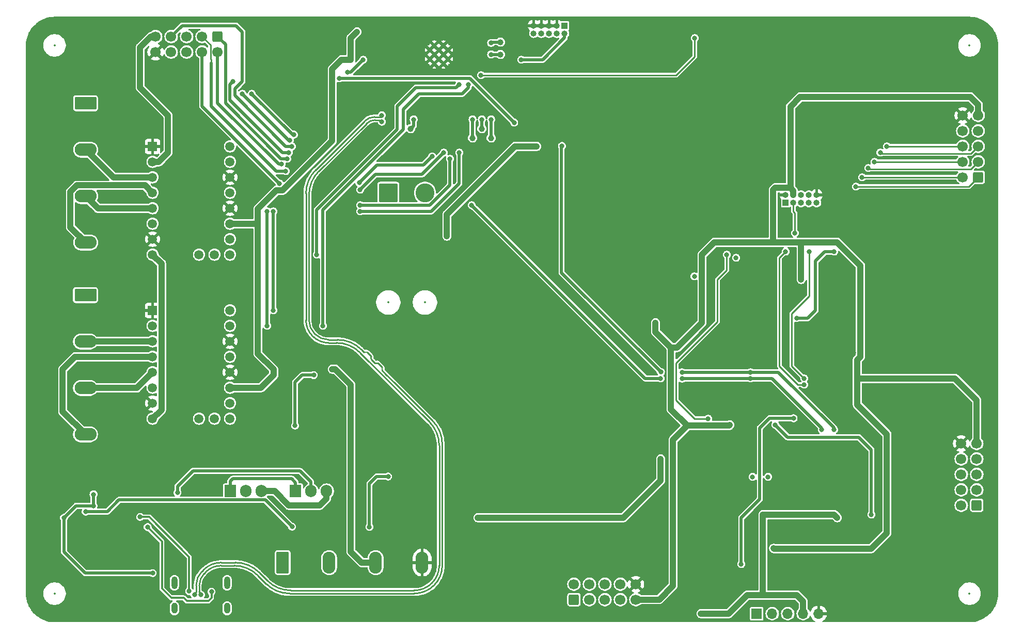
<source format=gbl>
%TF.GenerationSoftware,KiCad,Pcbnew,8.0.2*%
%TF.CreationDate,2024-05-15T16:38:58+02:00*%
%TF.ProjectId,Automatischer-Kabelschneider,4175746f-6d61-4746-9973-636865722d4b,1.0*%
%TF.SameCoordinates,Original*%
%TF.FileFunction,Copper,L4,Bot*%
%TF.FilePolarity,Positive*%
%FSLAX46Y46*%
G04 Gerber Fmt 4.6, Leading zero omitted, Abs format (unit mm)*
G04 Created by KiCad (PCBNEW 8.0.2) date 2024-05-15 16:38:58*
%MOMM*%
%LPD*%
G01*
G04 APERTURE LIST*
G04 Aperture macros list*
%AMRoundRect*
0 Rectangle with rounded corners*
0 $1 Rounding radius*
0 $2 $3 $4 $5 $6 $7 $8 $9 X,Y pos of 4 corners*
0 Add a 4 corners polygon primitive as box body*
4,1,4,$2,$3,$4,$5,$6,$7,$8,$9,$2,$3,0*
0 Add four circle primitives for the rounded corners*
1,1,$1+$1,$2,$3*
1,1,$1+$1,$4,$5*
1,1,$1+$1,$6,$7*
1,1,$1+$1,$8,$9*
0 Add four rect primitives between the rounded corners*
20,1,$1+$1,$2,$3,$4,$5,0*
20,1,$1+$1,$4,$5,$6,$7,0*
20,1,$1+$1,$6,$7,$8,$9,0*
20,1,$1+$1,$8,$9,$2,$3,0*%
G04 Aperture macros list end*
%TA.AperFunction,ComponentPad*%
%ADD10R,1.905000X2.000000*%
%TD*%
%TA.AperFunction,ComponentPad*%
%ADD11O,1.905000X2.000000*%
%TD*%
%TA.AperFunction,ComponentPad*%
%ADD12RoundRect,0.249999X-1.300001X-1.300001X1.300001X-1.300001X1.300001X1.300001X-1.300001X1.300001X0*%
%TD*%
%TA.AperFunction,ComponentPad*%
%ADD13C,3.100000*%
%TD*%
%TA.AperFunction,ComponentPad*%
%ADD14R,1.508000X1.508000*%
%TD*%
%TA.AperFunction,ComponentPad*%
%ADD15C,1.508000*%
%TD*%
%TA.AperFunction,ComponentPad*%
%ADD16RoundRect,0.250000X0.600000X-0.600000X0.600000X0.600000X-0.600000X0.600000X-0.600000X-0.600000X0*%
%TD*%
%TA.AperFunction,ComponentPad*%
%ADD17C,1.700000*%
%TD*%
%TA.AperFunction,ComponentPad*%
%ADD18O,1.000000X2.100000*%
%TD*%
%TA.AperFunction,ComponentPad*%
%ADD19O,1.000000X1.800000*%
%TD*%
%TA.AperFunction,ComponentPad*%
%ADD20C,0.600000*%
%TD*%
%TA.AperFunction,ComponentPad*%
%ADD21RoundRect,0.250000X-0.600000X0.600000X-0.600000X-0.600000X0.600000X-0.600000X0.600000X0.600000X0*%
%TD*%
%TA.AperFunction,ComponentPad*%
%ADD22R,1.000000X1.000000*%
%TD*%
%TA.AperFunction,ComponentPad*%
%ADD23O,1.000000X1.000000*%
%TD*%
%TA.AperFunction,ComponentPad*%
%ADD24RoundRect,0.250001X-1.549999X0.799999X-1.549999X-0.799999X1.549999X-0.799999X1.549999X0.799999X0*%
%TD*%
%TA.AperFunction,ComponentPad*%
%ADD25O,3.600000X2.100000*%
%TD*%
%TA.AperFunction,ComponentPad*%
%ADD26R,1.700000X1.700000*%
%TD*%
%TA.AperFunction,ComponentPad*%
%ADD27O,1.700000X1.700000*%
%TD*%
%TA.AperFunction,ComponentPad*%
%ADD28RoundRect,0.250000X0.600000X0.600000X-0.600000X0.600000X-0.600000X-0.600000X0.600000X-0.600000X0*%
%TD*%
%TA.AperFunction,ComponentPad*%
%ADD29RoundRect,0.250001X-0.799999X-1.549999X0.799999X-1.549999X0.799999X1.549999X-0.799999X1.549999X0*%
%TD*%
%TA.AperFunction,ComponentPad*%
%ADD30O,2.100000X3.600000*%
%TD*%
%TA.AperFunction,SMDPad,CuDef*%
%ADD31C,1.000000*%
%TD*%
%TA.AperFunction,ViaPad*%
%ADD32C,0.800000*%
%TD*%
%TA.AperFunction,Conductor*%
%ADD33C,0.508000*%
%TD*%
%TA.AperFunction,Conductor*%
%ADD34C,1.000000*%
%TD*%
%TA.AperFunction,Conductor*%
%ADD35C,0.300000*%
%TD*%
%TA.AperFunction,Conductor*%
%ADD36C,0.254000*%
%TD*%
%ADD37C,0.350000*%
%ADD38O,0.600000X1.700000*%
%ADD39O,0.600000X1.400000*%
%ADD40C,0.200000*%
G04 APERTURE END LIST*
D10*
%TO.P,Q2,1,G*%
%TO.N,/Powersupply_AKS/GATE*%
X113620909Y-128966453D03*
D11*
%TO.P,Q2,2,D*%
%TO.N,+20V*%
X116160909Y-128966453D03*
%TO.P,Q2,3,S*%
%TO.N,Net-(Q1-S)*%
X118700909Y-128966453D03*
%TD*%
D12*
%TO.P,J4,1,Pin_1*%
%TO.N,/Main Microcontroller/Touch1*%
X128829534Y-79989534D03*
D13*
%TO.P,J4,2,Pin_2*%
%TO.N,/Main Microcontroller/Touch2*%
X134829534Y-79989534D03*
%TD*%
D14*
%TO.P,U8,1,GND*%
%TO.N,GND*%
X90173534Y-99293534D03*
D15*
%TO.P,U8,2,VIO*%
%TO.N,+3.3V*%
X90173534Y-101833534D03*
%TO.P,U8,3,M1B*%
%TO.N,Net-(J6-Pin_2)*%
X90173534Y-104373534D03*
%TO.P,U8,4,M1A*%
%TO.N,Net-(J6-Pin_4)*%
X90173534Y-106913534D03*
%TO.P,U8,5,M2A*%
%TO.N,Net-(J6-Pin_3)*%
X90173534Y-109453534D03*
%TO.P,U8,6,M2B*%
%TO.N,Net-(J6-Pin_1)*%
X90173534Y-111993534D03*
%TO.P,U8,7,GND*%
%TO.N,GND*%
X90173534Y-114533534D03*
%TO.P,U8,8,VM*%
%TO.N,+20V*%
X90173534Y-117073534D03*
%TO.P,U8,9,DIR*%
%TO.N,MD2_DIR*%
X102873534Y-99293534D03*
%TO.P,U8,10,STEP*%
%TO.N,MD2_STEP*%
X102873534Y-101833534D03*
%TO.P,U8,11,PDN*%
%TO.N,GND*%
X102873534Y-104373534D03*
%TO.P,U8,12,UART*%
%TO.N,unconnected-(U8-UART-Pad12)*%
X102873534Y-106913534D03*
%TO.P,U8,13,SPRD*%
%TO.N,GND*%
X102873534Y-109453534D03*
%TO.P,U8,14,MS2*%
%TO.N,+3.3V*%
X102873534Y-111993534D03*
%TO.P,U8,15,MS1*%
X102873534Y-114533534D03*
%TO.P,U8,16,~{EN}*%
%TO.N,MD2_!EN*%
X102873534Y-117073534D03*
%TO.P,U8,17,INDEX*%
%TO.N,unconnected-(U8-INDEX-Pad17)*%
X97793534Y-117073534D03*
%TO.P,U8,18,DIAG*%
%TO.N,unconnected-(U8-DIAG-Pad18)*%
X100333534Y-117073534D03*
%TD*%
D16*
%TO.P,J9,1,Pin_1*%
%TO.N,/Slave Microcontroller/PB0*%
X159261534Y-146782034D03*
D17*
%TO.P,J9,2,Pin_2*%
%TO.N,/Slave Microcontroller/PB1*%
X159261534Y-144242034D03*
%TO.P,J9,3,Pin_3*%
%TO.N,/Slave Microcontroller/PB2*%
X161801534Y-146782034D03*
%TO.P,J9,4,Pin_4*%
%TO.N,/Slave Microcontroller/PB3*%
X161801534Y-144242034D03*
%TO.P,J9,5,Pin_5*%
%TO.N,/Slave Microcontroller/PB4*%
X164341534Y-146782034D03*
%TO.P,J9,6,Pin_6*%
%TO.N,/Slave Microcontroller/PB5*%
X164341534Y-144242034D03*
%TO.P,J9,7,Pin_7*%
%TO.N,/Slave Microcontroller/PB6*%
X166881534Y-146782034D03*
%TO.P,J9,8,Pin_8*%
%TO.N,/Slave Microcontroller/PB7*%
X166881534Y-144242034D03*
%TO.P,J9,9,Pin_9*%
%TO.N,+5V*%
X169421534Y-146782034D03*
%TO.P,J9,10,Pin_10*%
%TO.N,GND*%
X169421534Y-144242034D03*
%TD*%
D10*
%TO.P,Q1,1,G*%
%TO.N,/Powersupply_AKS/GATE*%
X102952909Y-128966453D03*
D11*
%TO.P,Q1,2,D*%
%TO.N,VBUS*%
X105492909Y-128966453D03*
%TO.P,Q1,3,S*%
%TO.N,Net-(Q1-S)*%
X108032909Y-128966453D03*
%TD*%
D18*
%TO.P,J1,S1,SHIELD*%
%TO.N,unconnected-(J1-SHIELD-PadS1)_1*%
X93752909Y-144019453D03*
D19*
%TO.N,unconnected-(J1-SHIELD-PadS1)*%
X93752909Y-148199453D03*
D18*
%TO.N,unconnected-(J1-SHIELD-PadS1)_2*%
X102392909Y-144019453D03*
D19*
%TO.N,unconnected-(J1-SHIELD-PadS1)_0*%
X102392909Y-148199453D03*
%TD*%
D20*
%TO.P,U7,41,GND*%
%TO.N,GND*%
X135608000Y-56546000D03*
X135608000Y-58046000D03*
X136358000Y-55796000D03*
X136358000Y-57296000D03*
X136358000Y-58796000D03*
X137108000Y-56546000D03*
X137108000Y-58046000D03*
X137858000Y-55796000D03*
X137858000Y-57296000D03*
X137858000Y-58796000D03*
X138608000Y-56546000D03*
X138608000Y-58046000D03*
%TD*%
D21*
%TO.P,J5,1,Pin_1*%
%TO.N,/Main Microcontroller/IO11*%
X100841534Y-54345034D03*
D17*
%TO.P,J5,2,Pin_2*%
%TO.N,/Main Microcontroller/IO12*%
X100841534Y-56885034D03*
%TO.P,J5,3,Pin_3*%
%TO.N,/Main Microcontroller/IO13*%
X98301534Y-54345034D03*
%TO.P,J5,4,Pin_4*%
%TO.N,/Main Microcontroller/IO14*%
X98301534Y-56885034D03*
%TO.P,J5,5,Pin_5*%
%TO.N,/Main Microcontroller/IO15*%
X95761534Y-54345034D03*
%TO.P,J5,6,Pin_6*%
%TO.N,/Main Microcontroller/IO16*%
X95761534Y-56885034D03*
%TO.P,J5,7,Pin_7*%
%TO.N,/Main Microcontroller/IO17*%
X93221534Y-54345034D03*
%TO.P,J5,8,Pin_8*%
%TO.N,/Main Microcontroller/IO18*%
X93221534Y-56885034D03*
%TO.P,J5,9,Pin_9*%
%TO.N,+3.3V*%
X90681534Y-54345034D03*
%TO.P,J5,10,Pin_10*%
%TO.N,GND*%
X90681534Y-56885034D03*
%TD*%
D22*
%TO.P,J7,1,Pin_1*%
%TO.N,+3.3V*%
X157737534Y-52557534D03*
D23*
%TO.P,J7,2,Pin_2*%
%TO.N,MTMS*%
X157737534Y-53827534D03*
%TO.P,J7,3,Pin_3*%
%TO.N,GND*%
X156467534Y-52557534D03*
%TO.P,J7,4,Pin_4*%
%TO.N,MTCK*%
X156467534Y-53827534D03*
%TO.P,J7,5,Pin_5*%
%TO.N,GND*%
X155197534Y-52557534D03*
%TO.P,J7,6,Pin_6*%
%TO.N,MTDO*%
X155197534Y-53827534D03*
%TO.P,J7,7,Pin_7*%
%TO.N,GND*%
X153927534Y-52557534D03*
%TO.P,J7,8,Pin_8*%
%TO.N,MTDI*%
X153927534Y-53827534D03*
%TO.P,J7,9,Pin_9*%
%TO.N,GND*%
X152657534Y-52557534D03*
%TO.P,J7,10,Pin_10*%
%TO.N,unconnected-(J7-Pin_10-Pad10)*%
X152657534Y-53827534D03*
%TD*%
D22*
%TO.P,J11,1,Pin_1*%
%TO.N,ATMEGA_TCK*%
X193975034Y-81630534D03*
D23*
%TO.P,J11,2,Pin_2*%
%TO.N,GND*%
X193975034Y-80360534D03*
%TO.P,J11,3,Pin_3*%
%TO.N,ATMEGA_TDO*%
X195245034Y-81630534D03*
%TO.P,J11,4,Pin_4*%
%TO.N,+5V*%
X195245034Y-80360534D03*
%TO.P,J11,5,Pin_5*%
%TO.N,ATMEGA_TMS*%
X196515034Y-81630534D03*
%TO.P,J11,6,Pin_6*%
%TO.N,ATMEGA_RST*%
X196515034Y-80360534D03*
%TO.P,J11,7,Pin_7*%
%TO.N,ATMEGA_!WR*%
X197785034Y-81630534D03*
%TO.P,J11,8,Pin_8*%
%TO.N,ATMEGA_!RD*%
X197785034Y-80360534D03*
%TO.P,J11,9,Pin_9*%
%TO.N,ATMEGA_TDI*%
X199055034Y-81630534D03*
%TO.P,J11,10,Pin_10*%
%TO.N,GND*%
X199055034Y-80360534D03*
%TD*%
D24*
%TO.P,J3,1,Pin_1*%
%TO.N,Net-(J3-Pin_1)*%
X79206000Y-65292000D03*
D25*
%TO.P,J3,2,Pin_2*%
%TO.N,Net-(J3-Pin_2)*%
X79206000Y-72912000D03*
%TO.P,J3,3,Pin_3*%
%TO.N,Net-(J3-Pin_3)*%
X79206000Y-80532000D03*
%TO.P,J3,4,Pin_4*%
%TO.N,Net-(J3-Pin_4)*%
X79206000Y-88152000D03*
%TD*%
D26*
%TO.P,J12,1,Pin_1*%
%TO.N,Net-(J12-Pin_1)*%
X189233534Y-149077534D03*
D27*
%TO.P,J12,2,Pin_2*%
%TO.N,DISP_SDA*%
X191773534Y-149077534D03*
%TO.P,J12,3,Pin_3*%
%TO.N,DISP_SCL*%
X194313534Y-149077534D03*
%TO.P,J12,4,Pin_4*%
%TO.N,+3.3V*%
X196853534Y-149077534D03*
%TO.P,J12,5,Pin_5*%
%TO.N,GND*%
X199393534Y-149077534D03*
%TD*%
D14*
%TO.P,U6,1,GND*%
%TO.N,GND*%
X90173534Y-72369534D03*
D15*
%TO.P,U6,2,VIO*%
%TO.N,+3.3V*%
X90173534Y-74909534D03*
%TO.P,U6,3,M1B*%
%TO.N,Net-(J3-Pin_2)*%
X90173534Y-77449534D03*
%TO.P,U6,4,M1A*%
%TO.N,Net-(J3-Pin_4)*%
X90173534Y-79989534D03*
%TO.P,U6,5,M2A*%
%TO.N,Net-(J3-Pin_3)*%
X90173534Y-82529534D03*
%TO.P,U6,6,M2B*%
%TO.N,Net-(J3-Pin_1)*%
X90173534Y-85069534D03*
%TO.P,U6,7,GND*%
%TO.N,GND*%
X90173534Y-87609534D03*
%TO.P,U6,8,VM*%
%TO.N,+20V*%
X90173534Y-90149534D03*
%TO.P,U6,9,DIR*%
%TO.N,MD1_DIR*%
X102873534Y-72369534D03*
%TO.P,U6,10,STEP*%
%TO.N,MD1_STEP*%
X102873534Y-74909534D03*
%TO.P,U6,11,PDN*%
%TO.N,GND*%
X102873534Y-77449534D03*
%TO.P,U6,12,UART*%
%TO.N,unconnected-(U6-UART-Pad12)*%
X102873534Y-79989534D03*
%TO.P,U6,13,SPRD*%
%TO.N,GND*%
X102873534Y-82529534D03*
%TO.P,U6,14,MS2*%
%TO.N,+3.3V*%
X102873534Y-85069534D03*
%TO.P,U6,15,MS1*%
X102873534Y-87609534D03*
%TO.P,U6,16,~{EN}*%
%TO.N,MD1_!EN*%
X102873534Y-90149534D03*
%TO.P,U6,17,INDEX*%
%TO.N,unconnected-(U6-INDEX-Pad17)*%
X97793534Y-90149534D03*
%TO.P,U6,18,DIAG*%
%TO.N,unconnected-(U6-DIAG-Pad18)*%
X100333534Y-90149534D03*
%TD*%
D24*
%TO.P,J6,1,Pin_1*%
%TO.N,Net-(J6-Pin_1)*%
X79173500Y-96788000D03*
D25*
%TO.P,J6,2,Pin_2*%
%TO.N,Net-(J6-Pin_2)*%
X79173500Y-104408000D03*
%TO.P,J6,3,Pin_3*%
%TO.N,Net-(J6-Pin_3)*%
X79173500Y-112028000D03*
%TO.P,J6,4,Pin_4*%
%TO.N,Net-(J6-Pin_4)*%
X79173500Y-119648000D03*
%TD*%
D28*
%TO.P,J10,1,Pin_1*%
%TO.N,ATMEGA_SCL*%
X225301534Y-131297534D03*
D17*
%TO.P,J10,2,Pin_2*%
%TO.N,ATMEGA_SDA*%
X222761534Y-131297534D03*
%TO.P,J10,3,Pin_3*%
%TO.N,/Slave Microcontroller/ATMEGA_Rx*%
X225301534Y-128757534D03*
%TO.P,J10,4,Pin_4*%
%TO.N,/Slave Microcontroller/ATMEGA_Tx*%
X222761534Y-128757534D03*
%TO.P,J10,5,Pin_5*%
%TO.N,AT_DISP_RST*%
X225301534Y-126217534D03*
%TO.P,J10,6,Pin_6*%
%TO.N,PD5*%
X222761534Y-126217534D03*
%TO.P,J10,7,Pin_7*%
%TO.N,/Slave Microcontroller/PD6*%
X225301534Y-123677534D03*
%TO.P,J10,8,Pin_8*%
%TO.N,/Slave Microcontroller/PD7*%
X222761534Y-123677534D03*
%TO.P,J10,9,Pin_9*%
%TO.N,+5V*%
X225301534Y-121137534D03*
%TO.P,J10,10,Pin_10*%
%TO.N,GND*%
X222761534Y-121137534D03*
%TD*%
D29*
%TO.P,J2,1,Pin_1*%
%TO.N,+20V*%
X111509534Y-140695534D03*
D30*
%TO.P,J2,2,Pin_2*%
%TO.N,+5V*%
X119129534Y-140695534D03*
%TO.P,J2,3,Pin_3*%
%TO.N,+3.3V*%
X126749534Y-140695534D03*
%TO.P,J2,4,Pin_4*%
%TO.N,GND*%
X134369534Y-140695534D03*
%TD*%
D28*
%TO.P,J8,1,Pin_1*%
%TO.N,/Slave Microcontroller/PA0*%
X225546034Y-77449534D03*
D17*
%TO.P,J8,2,Pin_2*%
%TO.N,/Slave Microcontroller/PA1*%
X223006034Y-77449534D03*
%TO.P,J8,3,Pin_3*%
%TO.N,/Slave Microcontroller/PA2*%
X225546034Y-74909534D03*
%TO.P,J8,4,Pin_4*%
%TO.N,/Slave Microcontroller/PA3*%
X223006034Y-74909534D03*
%TO.P,J8,5,Pin_5*%
%TO.N,/Slave Microcontroller/PA4*%
X225546034Y-72369534D03*
%TO.P,J8,6,Pin_6*%
%TO.N,/Slave Microcontroller/PA5*%
X223006034Y-72369534D03*
%TO.P,J8,7,Pin_7*%
%TO.N,/Slave Microcontroller/PA6*%
X225546034Y-69829534D03*
%TO.P,J8,8,Pin_8*%
%TO.N,/Slave Microcontroller/PA7*%
X223006034Y-69829534D03*
%TO.P,J8,9,Pin_9*%
%TO.N,+5V*%
X225546034Y-67289534D03*
%TO.P,J8,10,Pin_10*%
%TO.N,GND*%
X223006034Y-67289534D03*
%TD*%
D31*
%TO.P,TP12,1,1*%
%TO.N,Net-(U7-IO48)*%
X144163000Y-69472000D03*
%TD*%
%TO.P,TP9,1,1*%
%TO.N,Net-(U7-IO45)*%
X145687000Y-70996000D03*
%TD*%
%TO.P,TP11,1,1*%
%TO.N,Net-(U7-IO47)*%
X142639000Y-70996000D03*
%TD*%
%TO.P,TP10,1,1*%
%TO.N,Net-(U7-IO46)*%
X132479000Y-69472000D03*
%TD*%
%TO.P,TP8,1,1*%
%TO.N,Net-(U7-RXD0{slash}IO44)*%
X147211000Y-57280000D03*
%TD*%
%TO.P,TP7,1,1*%
%TO.N,Net-(U7-TXD0{slash}IO43)*%
X147211000Y-55248000D03*
%TD*%
D32*
%TO.N,GND*%
X102108000Y-119380000D03*
X150876000Y-99060000D03*
X92456000Y-134112000D03*
X79756000Y-139192000D03*
X199644000Y-128524000D03*
X119380000Y-91948000D03*
X96012000Y-148844000D03*
X145545534Y-52049534D03*
X194991034Y-91165534D03*
X178816000Y-146304000D03*
X187960000Y-105664000D03*
X141224000Y-125984000D03*
X123843000Y-51615534D03*
X123444000Y-73152000D03*
X217932000Y-113792000D03*
X75599909Y-130354453D03*
X178308000Y-86868000D03*
X83820000Y-61468000D03*
X113284000Y-62992000D03*
X71628000Y-133096000D03*
X184912000Y-59436000D03*
X151384000Y-141224000D03*
X97536000Y-94488000D03*
X113284000Y-55880000D03*
X132080000Y-58928000D03*
X191008000Y-107188000D03*
X83031909Y-125236000D03*
X184323034Y-95229534D03*
X84328000Y-145288000D03*
X89408000Y-122428000D03*
X207013534Y-55758534D03*
X71120000Y-141224000D03*
X179832000Y-132080000D03*
X143764000Y-136652000D03*
X109220000Y-146812000D03*
X215392000Y-135128000D03*
X159004000Y-107696000D03*
X127765534Y-122341534D03*
X172720000Y-131064000D03*
X93980000Y-66548000D03*
X85344000Y-140208000D03*
X219964000Y-140208000D03*
X136652000Y-53340000D03*
X215392000Y-118364000D03*
X221488000Y-89408000D03*
X165357534Y-55605534D03*
X105156000Y-145796000D03*
X100584000Y-148844000D03*
X79756000Y-55372000D03*
X187371034Y-120121540D03*
X99060000Y-148844000D03*
X198120000Y-74676000D03*
X85063909Y-125236000D03*
X209804000Y-67056000D03*
X129540000Y-104648000D03*
X119637534Y-114843034D03*
X124968000Y-148336000D03*
X83582909Y-133284451D03*
X115573534Y-105699034D03*
X226568000Y-139700000D03*
X165608000Y-111760000D03*
X132588000Y-128016000D03*
X217932000Y-60960000D03*
X101120909Y-137751953D03*
X168656000Y-135128000D03*
X176195034Y-91673534D03*
X108204000Y-118872000D03*
X205095150Y-106283650D03*
X141732000Y-145288000D03*
X172639034Y-106405534D03*
X212344000Y-120904000D03*
X132588000Y-102108000D03*
X120904000Y-123952000D03*
X153416000Y-106172000D03*
X176025534Y-55605534D03*
X74168000Y-120396000D03*
X168913534Y-55605534D03*
X227076000Y-86868000D03*
X98547910Y-137751953D03*
X73152000Y-114300000D03*
X94488000Y-124460000D03*
X133096000Y-54864000D03*
X206248000Y-72136000D03*
X170688000Y-126492000D03*
X204216000Y-128016000D03*
X216916000Y-86868000D03*
X73567909Y-136860453D03*
X167640000Y-83312000D03*
X131064000Y-142240000D03*
X202184000Y-143256000D03*
X117469960Y-105834608D03*
X172469534Y-55605534D03*
X217424000Y-147828000D03*
X154432000Y-137160000D03*
X130813534Y-74401534D03*
X88392000Y-140208000D03*
X93980000Y-84328000D03*
X186436000Y-81280000D03*
X201168000Y-103124000D03*
X162560000Y-73660000D03*
X78740000Y-115824000D03*
X73152000Y-66040000D03*
X203457534Y-55758534D03*
X172720000Y-138684000D03*
X156464000Y-129540000D03*
X97536000Y-76708000D03*
X131829534Y-131485534D03*
X185420000Y-101092000D03*
X169164000Y-128524000D03*
X129797534Y-122341534D03*
X115316000Y-148336000D03*
X164084000Y-57404000D03*
X170688000Y-113792000D03*
X136144000Y-67056000D03*
X127000000Y-69596000D03*
X168656000Y-106172000D03*
X159004000Y-122428000D03*
X209296000Y-58420000D03*
X210569534Y-55758534D03*
X98552000Y-132588000D03*
X176073150Y-103743650D03*
X139192000Y-67564000D03*
X142240000Y-119380000D03*
X111760000Y-119888000D03*
X201168000Y-124968000D03*
X199644000Y-113284000D03*
X178816000Y-107696000D03*
X214125534Y-55758534D03*
X96548909Y-137751953D03*
X123444000Y-96520000D03*
X75184000Y-76708000D03*
X199644000Y-59944000D03*
X100205590Y-138360634D03*
X170180000Y-57404000D03*
X217424000Y-121412000D03*
X119888000Y-99060000D03*
X179312763Y-131297534D03*
X98044000Y-128524000D03*
X104648000Y-94488000D03*
X119888000Y-133096000D03*
X119380000Y-148336000D03*
X209296000Y-142748000D03*
X78232000Y-94488000D03*
X97536000Y-148844000D03*
X79756000Y-146812000D03*
X89916000Y-136652000D03*
X189992000Y-81280000D03*
X122936000Y-87884000D03*
X192024000Y-100584000D03*
X179323999Y-122427535D03*
X141732000Y-91948000D03*
X185928000Y-74676000D03*
X217424000Y-79756000D03*
X80999909Y-125170000D03*
X198628000Y-122936000D03*
X127508000Y-115824000D03*
X108204000Y-136144000D03*
X192532000Y-53848000D03*
X72644000Y-101600000D03*
X91413909Y-131878453D03*
X212344000Y-94488000D03*
X200152000Y-66548000D03*
X125476000Y-121412000D03*
X135128000Y-110744000D03*
%TO.N,+3.3V*%
X122685534Y-58145494D03*
X113541534Y-118211034D03*
X190249534Y-132821556D03*
X202441534Y-133329542D03*
X180089534Y-149077534D03*
X110041057Y-109001057D03*
X119637534Y-108945534D03*
X107445534Y-85069534D03*
X123701534Y-53573534D03*
X116596748Y-109924317D03*
%TO.N,+20V*%
X94250909Y-129220453D03*
%TO.N,GNDREF*%
X143513534Y-133329534D03*
X179009034Y-93705534D03*
X185847034Y-90657534D03*
X188556534Y-126629534D03*
X191096534Y-126629534D03*
X173485534Y-123677534D03*
%TO.N,VDDD*%
X90186909Y-142428453D03*
X80491909Y-131370453D03*
X75650409Y-133341453D03*
X80491909Y-129500453D03*
%TO.N,/Powersupply_AKS/CC1*%
X88136899Y-133203453D03*
X96173200Y-145403600D03*
%TO.N,/Powersupply_AKS/CC2*%
X89366409Y-134865453D03*
X99838909Y-145476453D03*
%TO.N,/Main Microcontroller/D-*%
X127765534Y-67272534D03*
X97047909Y-145984453D03*
%TO.N,/Main Microcontroller/D+*%
X98097909Y-145984453D03*
X127765534Y-68322534D03*
%TO.N,ATMEGA_!WR*%
X197023034Y-111485534D03*
X193975034Y-89641534D03*
%TO.N,ATMEGA_TDO*%
X195499034Y-86593534D03*
%TO.N,ATMEGA_RST*%
X184323034Y-90149534D03*
X181275034Y-117073534D03*
%TO.N,ATMEGA_!RD*%
X197023034Y-110469534D03*
X197869534Y-89641534D03*
%TO.N,MTMS*%
X150625534Y-58145560D03*
%TO.N,/Powersupply_AKS/VBUS_FET_EN*%
X113046909Y-134808453D03*
X79206409Y-132325453D03*
%TO.N,ATMEGA_SCL*%
X192281534Y-118089534D03*
X208029534Y-132821534D03*
%TO.N,AT_DISP_RST*%
X195264883Y-117008826D03*
X186693534Y-140949534D03*
%TO.N,/Main Microcontroller/BOOT*%
X149459056Y-68456012D03*
X120787534Y-61193534D03*
%TO.N,+5V*%
X125733534Y-134853534D03*
X203965534Y-138409534D03*
X196515034Y-94213534D03*
X128788748Y-126566817D03*
X138433534Y-87101534D03*
X172639034Y-101325534D03*
X179130901Y-102453667D03*
X192006235Y-138352555D03*
X184831034Y-118089534D03*
X181275034Y-118223537D03*
X205725023Y-107421545D03*
X153165534Y-72369534D03*
X138433534Y-83545534D03*
X180259034Y-90149534D03*
%TO.N,/Slave Microcontroller/PA1*%
X206505534Y-77449534D03*
%TO.N,/Slave Microcontroller/PA3*%
X208537534Y-74909534D03*
%TO.N,/Slave Microcontroller/PA0*%
X205489534Y-78973534D03*
%TO.N,/Slave Microcontroller/PA5*%
X210569534Y-72369534D03*
%TO.N,/Slave Microcontroller/PA2*%
X207521534Y-75925534D03*
%TO.N,/Slave Microcontroller/PA4*%
X209495120Y-73385534D03*
%TO.N,/Slave Microcontroller/ATMEGA_Rx*%
X177002410Y-110503044D03*
X188217534Y-110469534D03*
X199901534Y-118866534D03*
X173485534Y-110469534D03*
X142497534Y-82021534D03*
%TO.N,/Slave Microcontroller/ATMEGA_Tx*%
X201897800Y-118866534D03*
X176970237Y-109453518D03*
X157301500Y-72297580D03*
X188217534Y-109453534D03*
X173526956Y-109412112D03*
%TO.N,MD1_!EN*%
X117097534Y-90149534D03*
X140465534Y-62209534D03*
%TO.N,MD2_!EN*%
X118113534Y-101833534D03*
X141989534Y-62209534D03*
%TO.N,PD5*%
X195757534Y-100564336D03*
X201933534Y-89641534D03*
%TO.N,MD1_DIR*%
X124717534Y-58145534D03*
X122177534Y-60177534D03*
%TO.N,MD2_STEP*%
X108969534Y-101833534D03*
X108969534Y-83037534D03*
%TO.N,MD2_DIR*%
X109985536Y-99293534D03*
X109985534Y-83037534D03*
%TO.N,WS2812*%
X144021534Y-60685534D03*
X179073534Y-54589534D03*
%TO.N,/Main Microcontroller/IO11*%
X136016309Y-74016309D03*
X124078294Y-78334324D03*
X112251998Y-74401534D03*
%TO.N,/Main Microcontroller/IO14*%
X140465534Y-73385534D03*
X111001530Y-78465534D03*
X124209534Y-83037534D03*
%TO.N,/Main Microcontroller/IO17*%
X113033524Y-72369534D03*
%TO.N,/Main Microcontroller/IO16*%
X104905534Y-63733534D03*
X112675968Y-71345989D03*
%TO.N,/Main Microcontroller/IO15*%
X106429534Y-63733534D03*
X113356601Y-70441989D03*
%TO.N,/Main Microcontroller/IO12*%
X124209534Y-79481534D03*
X111336819Y-75288882D03*
X137925534Y-73385534D03*
%TO.N,/Main Microcontroller/IO13*%
X112017534Y-76433534D03*
X138941534Y-74401534D03*
X124209536Y-82021534D03*
%TO.N,/Main Microcontroller/IO18*%
X103381534Y-61701534D03*
X112525534Y-73385534D03*
%TO.N,Net-(U7-TXD0{slash}IO43)*%
X145687000Y-55390000D03*
%TO.N,Net-(U7-RXD0{slash}IO44)*%
X145687000Y-57280000D03*
%TO.N,Net-(U7-IO45)*%
X145687000Y-67948000D03*
%TO.N,Net-(U7-IO46)*%
X132987000Y-67948000D03*
%TO.N,Net-(U7-IO47)*%
X142639000Y-67948000D03*
%TO.N,Net-(U7-IO48)*%
X144163000Y-67948000D03*
%TD*%
D33*
%TO.N,/Powersupply_AKS/GATE*%
X102952909Y-128966453D02*
X102952909Y-127310453D01*
X112980909Y-126934453D02*
X113620909Y-127574453D01*
X103328909Y-126934453D02*
X112980909Y-126934453D01*
X113620909Y-127574453D02*
X113620909Y-128966453D01*
X102952909Y-127310453D02*
X103328909Y-126934453D01*
D34*
%TO.N,+3.3V*%
X122685534Y-54589534D02*
X122685534Y-58145534D01*
X122685534Y-138917534D02*
X124463534Y-140695534D01*
X92713534Y-73385534D02*
X91189534Y-74909534D01*
X119637534Y-71455880D02*
X111509534Y-79583880D01*
X88141534Y-56113534D02*
X88141534Y-62717534D01*
X187709534Y-146029534D02*
X190249534Y-146029534D01*
X180089534Y-149077534D02*
X184661534Y-149077534D01*
X121161534Y-109961534D02*
X120145534Y-108945534D01*
X202441534Y-133329542D02*
X202441534Y-133329534D01*
X107445534Y-82631880D02*
X107445534Y-85069534D01*
X89910034Y-54345034D02*
X88141534Y-56113534D01*
D33*
X114049534Y-110591034D02*
X114716251Y-109924317D01*
D34*
X91189534Y-74909534D02*
X90173534Y-74909534D01*
X184661534Y-149077534D02*
X187709534Y-146029534D01*
X122685534Y-58145534D02*
X122685534Y-58145494D01*
X121161534Y-109961534D02*
X122685534Y-111485534D01*
X110041057Y-109906011D02*
X110041057Y-109001057D01*
X123701534Y-53573534D02*
X122685534Y-54589534D01*
D33*
X113541534Y-111099034D02*
X114049534Y-110591034D01*
D34*
X202441534Y-133329534D02*
X201933534Y-132821534D01*
X200917534Y-132821534D02*
X200917512Y-132821556D01*
X122685534Y-111485534D02*
X122685534Y-138917534D01*
X190249534Y-146029534D02*
X195837534Y-146029534D01*
X195837534Y-146029534D02*
X196853534Y-147045534D01*
X92713534Y-67289534D02*
X92713534Y-73385534D01*
X190249534Y-146029534D02*
X190249534Y-132821556D01*
X111509534Y-79583880D02*
X110493534Y-79583880D01*
X102873534Y-85069534D02*
X107445534Y-85069534D01*
X124463534Y-140695534D02*
X126749534Y-140695534D01*
X110493534Y-79583880D02*
X107445534Y-82631880D01*
X88141534Y-62717534D02*
X92713534Y-67289534D01*
X121161534Y-58145534D02*
X119637534Y-59669534D01*
X107445534Y-106405534D02*
X110041057Y-109001057D01*
X119637534Y-59669534D02*
X119637534Y-71455880D01*
X102873534Y-111993534D02*
X107953534Y-111993534D01*
X90681534Y-54345034D02*
X89910034Y-54345034D01*
X107953534Y-111993534D02*
X110041057Y-109906011D01*
X107445534Y-85069534D02*
X107445534Y-106405534D01*
D33*
X114716251Y-109924317D02*
X116596748Y-109924317D01*
X113541534Y-118211034D02*
X113541534Y-111099034D01*
D34*
X120145534Y-108945534D02*
X119637534Y-108945534D01*
X196853534Y-147045534D02*
X196853534Y-149077534D01*
X122685534Y-58145534D02*
X121161534Y-58145534D01*
X200917512Y-132821556D02*
X190249534Y-132821556D01*
X201933534Y-132821534D02*
X200917534Y-132821534D01*
%TO.N,+20V*%
X91627534Y-115619534D02*
X90173534Y-117073534D01*
X90173534Y-90149534D02*
X91627534Y-91603534D01*
X91627534Y-91603534D02*
X91627534Y-115619534D01*
D33*
X94250909Y-128204453D02*
X94250909Y-129220453D01*
X96790909Y-125664453D02*
X94250909Y-128204453D01*
X97806909Y-125664453D02*
X96790909Y-125664453D01*
X109490909Y-125664453D02*
X97806909Y-125664453D01*
X116160909Y-128966453D02*
X116160909Y-127458453D01*
X113554909Y-125664453D02*
X109490909Y-125664453D01*
X114366909Y-125664453D02*
X113554909Y-125664453D01*
X116160909Y-127458453D02*
X114366909Y-125664453D01*
D34*
%TO.N,GNDREF*%
X143513534Y-133329534D02*
X167389534Y-133329534D01*
X173485534Y-127233534D02*
X173485534Y-123677534D01*
X167389534Y-133329534D02*
X173485534Y-127233534D01*
D33*
%TO.N,VDDD*%
X77621409Y-131370453D02*
X80491909Y-131370453D01*
X80491909Y-129500453D02*
X80491909Y-131370453D01*
X75650409Y-133341453D02*
X75650409Y-138929453D01*
X75650409Y-138929453D02*
X79149409Y-142428453D01*
X75650409Y-133341453D02*
X77621409Y-131370453D01*
X79149409Y-142428453D02*
X90186909Y-142428453D01*
D34*
%TO.N,Net-(Q1-S)*%
X108032909Y-128966453D02*
X110194453Y-128966453D01*
X118700909Y-130202159D02*
X118700909Y-128966453D01*
X117605534Y-131297534D02*
X118700909Y-130202159D01*
X110194453Y-128966453D02*
X112525534Y-131297534D01*
X112525534Y-131297534D02*
X117605534Y-131297534D01*
D35*
%TO.N,/Powersupply_AKS/CC1*%
X96173200Y-139778744D02*
X89597909Y-133203453D01*
X89597909Y-133203453D02*
X88136899Y-133203453D01*
X96173200Y-145403600D02*
X96173200Y-139778744D01*
%TO.N,/Powersupply_AKS/CC2*%
X95266909Y-146492453D02*
X93234909Y-146492453D01*
X91710909Y-144968453D02*
X91710909Y-137209953D01*
X91710909Y-137209953D02*
X89366409Y-134865453D01*
X99838909Y-146492453D02*
X99330909Y-147000453D01*
X93234909Y-146492453D02*
X91710909Y-144968453D01*
X95774909Y-147000453D02*
X95266909Y-146492453D01*
X99838909Y-145476453D02*
X99838909Y-146492453D01*
X99330909Y-147000453D02*
X95774909Y-147000453D01*
D36*
%TO.N,/Main Microcontroller/D-*%
X98244982Y-142173702D02*
X98521030Y-141897655D01*
X97184409Y-145847953D02*
X97047909Y-145984453D01*
X101418380Y-140697534D02*
X103771952Y-140697534D01*
X120327188Y-104625534D02*
X119042374Y-104625534D01*
X109004123Y-143675741D02*
X107619708Y-142291326D01*
X126560843Y-67545534D02*
X127492534Y-67545534D01*
X115321534Y-100904693D02*
X115321534Y-80107115D01*
X97320909Y-144404615D02*
X97320909Y-145518412D01*
X116915326Y-76259359D02*
X124970346Y-68204339D01*
X124174944Y-106219326D02*
X135571741Y-117616123D01*
X112851879Y-145269534D02*
X133081482Y-145269534D01*
X137165534Y-121463879D02*
X137165534Y-141185482D01*
X127492534Y-67545534D02*
X127765534Y-67272534D01*
X97320909Y-145518412D02*
G75*
G02*
X97184396Y-145847940I-466009J12D01*
G01*
X137165534Y-141185482D02*
G75*
G02*
X135969348Y-144073348I-4084034J-18D01*
G01*
X135571741Y-117616123D02*
G75*
G02*
X137165553Y-121463879I-3847741J-3847777D01*
G01*
X116915326Y-76259359D02*
G75*
G03*
X115321549Y-80107115I3847774J-3847741D01*
G01*
X135969343Y-144073343D02*
G75*
G02*
X133081482Y-145269527I-2887843J2887843D01*
G01*
X115321534Y-100904693D02*
G75*
G03*
X116411334Y-103535734I3720866J-7D01*
G01*
X109004123Y-143675741D02*
G75*
G03*
X112851879Y-145269553I3847777J3847741D01*
G01*
X101418380Y-140697534D02*
G75*
G03*
X98521042Y-141897667I20J-4097466D01*
G01*
X98244982Y-142173702D02*
G75*
G03*
X97320920Y-144404615I2230918J-2230898D01*
G01*
X116411343Y-103535725D02*
G75*
G03*
X119042374Y-104625554I2631057J2631025D01*
G01*
X124174944Y-106219326D02*
G75*
G03*
X120327188Y-104625547I-3847744J-3847774D01*
G01*
X107619708Y-142291326D02*
G75*
G03*
X103771952Y-140697572I-3847708J-3847774D01*
G01*
X126560843Y-67545534D02*
G75*
G03*
X124970332Y-68204325I-43J-2249266D01*
G01*
%TO.N,/Main Microcontroller/D+*%
X125252920Y-68634529D02*
X117419326Y-76468123D01*
X103563188Y-141201534D02*
X101418380Y-141201534D01*
X124383708Y-105715326D02*
X124850235Y-106181853D01*
X127789515Y-109121134D02*
X128442337Y-109773955D01*
X127492534Y-68049534D02*
X126665225Y-68049534D01*
X119042375Y-104121534D02*
X120535952Y-104121534D01*
X97824909Y-144508997D02*
X97824909Y-145518412D01*
X108795359Y-144179741D02*
X107410944Y-142795326D01*
X127136694Y-107977904D02*
X127789514Y-108630724D01*
X98877412Y-142254037D02*
X98675173Y-142456275D01*
X115825534Y-80315879D02*
X115825534Y-100904692D01*
X137669534Y-121255115D02*
X137669534Y-141185483D01*
X97961409Y-145847953D02*
X98097909Y-145984453D01*
X133081483Y-145773534D02*
X112643115Y-145773534D01*
X125340459Y-106181853D02*
X125993371Y-106834765D01*
X127765534Y-68322534D02*
X127492534Y-68049534D01*
X128442337Y-109773955D02*
X129854058Y-111185676D01*
X125993372Y-107324991D02*
X126646286Y-107977904D01*
X129854058Y-111185676D02*
X136075741Y-117407359D01*
X127789515Y-108875930D02*
G75*
G03*
X127789547Y-109121102I122585J-122570D01*
G01*
X115825534Y-100904692D02*
G75*
G03*
X116767716Y-103179352I3216866J-8D01*
G01*
X125095347Y-106181853D02*
G75*
G02*
X125340459Y-106181853I122556J-122557D01*
G01*
X126646286Y-107977904D02*
G75*
G03*
X126891490Y-107977904I122602J122600D01*
G01*
X101418380Y-141201534D02*
G75*
G03*
X98877423Y-142254048I20J-3593466D01*
G01*
X97824909Y-145518412D02*
G75*
G03*
X97961405Y-145847957I466091J12D01*
G01*
X107410944Y-142795326D02*
G75*
G03*
X103563188Y-141201547I-3847744J-3847774D01*
G01*
X136075741Y-117407359D02*
G75*
G02*
X137669528Y-121255115I-3847741J-3847741D01*
G01*
X117419326Y-76468123D02*
G75*
G03*
X115825524Y-80315879I3847774J-3847777D01*
G01*
X127789514Y-108630724D02*
G75*
G02*
X127789488Y-108875902I-122614J-122576D01*
G01*
X98675173Y-142456275D02*
G75*
G03*
X97824907Y-144508997I2052727J-2052725D01*
G01*
X136325725Y-144429725D02*
G75*
G02*
X133081483Y-145773527I-3244225J3244225D01*
G01*
X112643115Y-145773534D02*
G75*
G02*
X108795354Y-144179746I-15J5441534D01*
G01*
X137669534Y-141185483D02*
G75*
G02*
X136325730Y-144429730I-4588034J-17D01*
G01*
X120535952Y-104121534D02*
G75*
G02*
X124383735Y-105715299I48J-5441566D01*
G01*
X125993371Y-106834765D02*
G75*
G02*
X125993350Y-107079857I-122571J-122535D01*
G01*
X116767725Y-103179343D02*
G75*
G03*
X119042375Y-104121554I2274675J2274643D01*
G01*
X126891490Y-107977904D02*
G75*
G02*
X127136694Y-107977904I122602J-122607D01*
G01*
X125993372Y-107079879D02*
G75*
G03*
X125993407Y-107324956I122528J-122521D01*
G01*
X124850235Y-106181853D02*
G75*
G03*
X125095347Y-106181853I122556J122557D01*
G01*
X126665225Y-68049534D02*
G75*
G03*
X125252915Y-68634524I-25J-1997266D01*
G01*
%TO.N,ATMEGA_!WR*%
X196007034Y-111485534D02*
X195499034Y-110977534D01*
X192959034Y-90657534D02*
X193975034Y-89641534D01*
X197023034Y-111485534D02*
X196007034Y-111485534D01*
X192959034Y-95737534D02*
X192959034Y-90657534D01*
X195499034Y-110977534D02*
X192959034Y-108437534D01*
X192959034Y-108437534D02*
X192959034Y-95737534D01*
%TO.N,ATMEGA_TDO*%
X195245034Y-83037534D02*
X195245034Y-81630534D01*
X195499034Y-83291534D02*
X195245034Y-83037534D01*
X195499034Y-86593534D02*
X195499034Y-83291534D01*
%TO.N,ATMEGA_RST*%
X182799034Y-94213534D02*
X184323034Y-92689534D01*
X179073534Y-117073534D02*
X176025534Y-114025534D01*
X184323034Y-92689534D02*
X184323034Y-90149534D01*
X176025534Y-107929534D02*
X182799034Y-101156034D01*
X176025534Y-114025534D02*
X176025534Y-107929534D01*
X181275034Y-117073534D02*
X179073534Y-117073534D01*
X182799034Y-101156034D02*
X182799034Y-94213534D01*
%TO.N,ATMEGA_!RD*%
X197023034Y-110469534D02*
X194980534Y-108427034D01*
X194980534Y-99836876D02*
X197869534Y-96947876D01*
X194980534Y-108427034D02*
X194980534Y-99836876D01*
X197869534Y-96947876D02*
X197869534Y-89641534D01*
D33*
%TO.N,MTMS*%
X154126614Y-58145560D02*
X150625534Y-58145560D01*
X157737534Y-53827534D02*
X157737534Y-54534640D01*
X157737534Y-54534640D02*
X154126614Y-58145560D01*
%TO.N,/Powersupply_AKS/VBUS_FET_EN*%
X79206409Y-132325453D02*
X82762409Y-132325453D01*
X108658909Y-130420453D02*
X113046909Y-134808453D01*
X84667409Y-130420453D02*
X108658909Y-130420453D01*
X82762409Y-132325453D02*
X84667409Y-130420453D01*
%TO.N,ATMEGA_SCL*%
X199393534Y-120121534D02*
X205997534Y-120121534D01*
X205997534Y-120121534D02*
X208029534Y-122153534D01*
X208029534Y-122153534D02*
X208029534Y-132821534D01*
X192281534Y-118089534D02*
X194313534Y-120121534D01*
X194313534Y-120121534D02*
X199393534Y-120121534D01*
%TO.N,AT_DISP_RST*%
X189741534Y-118597534D02*
X191330242Y-117008826D01*
X189741534Y-130281534D02*
X189741534Y-118597534D01*
X186693534Y-133329534D02*
X189741534Y-130281534D01*
X191330242Y-117008826D02*
X195264883Y-117008826D01*
X186693534Y-140949534D02*
X186693534Y-133329534D01*
%TO.N,/Main Microcontroller/BOOT*%
X149459056Y-68456012D02*
X142196578Y-61193534D01*
X142196578Y-61193534D02*
X120787534Y-61193534D01*
D34*
%TO.N,+5V*%
X206233034Y-106913534D02*
X205725023Y-107421545D01*
X195245034Y-80360534D02*
X195245034Y-79653428D01*
D33*
X125733534Y-127741534D02*
X126241534Y-127233534D01*
D34*
X180259034Y-101325534D02*
X179130901Y-102453667D01*
X225301534Y-114025534D02*
X221745534Y-110469534D01*
X196515034Y-88117534D02*
X202441534Y-88117534D01*
X195245034Y-79653428D02*
X194752140Y-79160534D01*
X191943034Y-79481534D02*
X191943034Y-88117534D01*
X196345534Y-64241534D02*
X194752140Y-65834928D01*
X149609534Y-72369534D02*
X138433534Y-83545534D01*
X180259034Y-90149534D02*
X182291034Y-88117534D01*
X203965534Y-138409534D02*
X192063214Y-138409534D01*
X202441534Y-88117534D02*
X206233034Y-91909034D01*
X225546034Y-65502034D02*
X224285534Y-64241534D01*
X206233034Y-91909034D02*
X206233034Y-106913534D01*
X225546034Y-67289534D02*
X225546034Y-65502034D01*
X225301534Y-121137534D02*
X225301534Y-114025534D01*
D33*
X126908251Y-126566817D02*
X128788748Y-126566817D01*
D34*
X184831034Y-118089534D02*
X184697034Y-118223534D01*
X176195034Y-105389534D02*
X179130901Y-102453667D01*
X191943034Y-88117534D02*
X196515034Y-88117534D01*
X175517534Y-144505534D02*
X173241034Y-146782034D01*
X205725023Y-114769023D02*
X205725023Y-110469534D01*
X177853037Y-118223537D02*
X181275034Y-118223537D01*
X172639034Y-102849534D02*
X175179034Y-105389534D01*
X205725023Y-110469534D02*
X205725023Y-107421545D01*
X184697034Y-118223534D02*
X181275037Y-118223534D01*
X175179034Y-115549534D02*
X177853037Y-118223537D01*
D33*
X125733534Y-134853534D02*
X125733534Y-127741534D01*
D34*
X194752140Y-79160534D02*
X192264034Y-79160534D01*
X194752140Y-65834928D02*
X194752140Y-79160534D01*
X138433534Y-86085534D02*
X138433534Y-87101534D01*
X181275037Y-118223534D02*
X181275034Y-118223537D01*
X177853037Y-118223537D02*
X175517534Y-120559040D01*
X180259034Y-90149534D02*
X180259034Y-101325534D01*
X210569534Y-135869534D02*
X210569534Y-119613534D01*
X203965534Y-138409534D02*
X208029534Y-138409534D01*
X175517534Y-120559040D02*
X175517534Y-144505534D01*
X138433534Y-83545534D02*
X138433534Y-86085534D01*
X192063214Y-138409534D02*
X192006235Y-138352555D01*
X208029534Y-138409534D02*
X210569534Y-135869534D01*
X182291034Y-88117534D02*
X191943034Y-88117534D01*
X173241034Y-146782034D02*
X169421534Y-146782034D01*
X196515034Y-94213534D02*
X196515034Y-88117534D01*
X175179034Y-105389534D02*
X175179034Y-115549534D01*
X210569534Y-119613534D02*
X205725023Y-114769023D01*
X221745534Y-110469534D02*
X205725023Y-110469534D01*
X224285534Y-64241534D02*
X196345534Y-64241534D01*
X153165534Y-72369534D02*
X149609534Y-72369534D01*
D33*
X126241534Y-127233534D02*
X126908251Y-126566817D01*
D34*
X192264034Y-79160534D02*
X191943034Y-79481534D01*
X172639034Y-101325534D02*
X172639034Y-102849534D01*
X175179034Y-105389534D02*
X176195034Y-105389534D01*
D36*
%TO.N,/Slave Microcontroller/PA1*%
X206505534Y-77449534D02*
X223006034Y-77449534D01*
%TO.N,/Slave Microcontroller/PA3*%
X223006034Y-74909534D02*
X208537534Y-74909534D01*
%TO.N,/Slave Microcontroller/PA0*%
X205489534Y-78973534D02*
X224022034Y-78973534D01*
X224022034Y-78973534D02*
X225546034Y-77449534D01*
%TO.N,/Slave Microcontroller/PA5*%
X210569534Y-72369534D02*
X223006034Y-72369534D01*
%TO.N,/Slave Microcontroller/PA2*%
X224369034Y-76086534D02*
X225546034Y-74909534D01*
X207682534Y-76086534D02*
X224369034Y-76086534D01*
X207521534Y-75925534D02*
X207682534Y-76086534D01*
%TO.N,/Slave Microcontroller/PA4*%
X224369030Y-73546538D02*
X209656124Y-73546538D01*
X209656124Y-73546538D02*
X209495120Y-73385534D01*
X225546034Y-72369534D02*
X224369030Y-73546538D01*
D33*
%TO.N,/Slave Microcontroller/ATMEGA_Rx*%
X191773534Y-110469534D02*
X199901534Y-118597534D01*
X170945534Y-110469534D02*
X173485534Y-110469534D01*
X177035920Y-110469534D02*
X177002410Y-110503044D01*
X188217534Y-110469534D02*
X177035920Y-110469534D01*
X188217534Y-110469534D02*
X191773534Y-110469534D01*
X199901534Y-118597534D02*
X199901534Y-118866534D01*
X142497534Y-82021534D02*
X170945534Y-110469534D01*
D36*
%TO.N,/Slave Microcontroller/ATMEGA_Tx*%
X177119177Y-109453534D02*
X176970223Y-109453534D01*
D33*
X157229534Y-93114690D02*
X157229534Y-72369534D01*
X176970237Y-109453520D02*
X176970237Y-109453518D01*
X157229534Y-72369534D02*
X157301488Y-72297580D01*
X192789534Y-109453534D02*
X201897800Y-118561800D01*
X201897800Y-118561800D02*
X201897800Y-118866534D01*
X173526956Y-109412112D02*
X157229534Y-93114690D01*
X176970223Y-109453534D02*
X176970237Y-109453520D01*
X188217534Y-109453534D02*
X176970223Y-109453534D01*
X188217534Y-109453534D02*
X192789534Y-109453534D01*
X157301488Y-72297580D02*
X157301500Y-72297580D01*
%TO.N,MD1_!EN*%
X130305534Y-69581820D02*
X117097534Y-82789820D01*
X139957534Y-62717534D02*
X133353534Y-62717534D01*
X117097534Y-82789820D02*
X117097534Y-90149534D01*
X133353534Y-62717534D02*
X130305534Y-65765534D01*
X140465534Y-62209534D02*
X139957534Y-62717534D01*
X130305534Y-65765534D02*
X130305534Y-69581820D01*
%TO.N,MD2_!EN*%
X131321534Y-69567084D02*
X118113534Y-82775084D01*
X131321534Y-66273534D02*
X131321534Y-69567084D01*
X141989534Y-62717534D02*
X140973534Y-63733534D01*
X118113534Y-82775084D02*
X118113534Y-101833534D01*
X133861534Y-63733534D02*
X131321534Y-66273534D01*
X141989534Y-62209534D02*
X141989534Y-62717534D01*
X140973534Y-63733534D02*
X133861534Y-63733534D01*
%TO.N,PD5*%
X201933534Y-89641534D02*
X200409534Y-89641534D01*
X198885534Y-91165534D02*
X198885534Y-99293534D01*
X197614732Y-100564336D02*
X195757534Y-100564336D01*
X200409534Y-89641534D02*
X198885534Y-91165534D01*
X198885534Y-99293534D02*
X197614732Y-100564336D01*
%TO.N,MD1_DIR*%
X122685534Y-60177534D02*
X124717534Y-58145534D01*
X122177534Y-60177534D02*
X122685534Y-60177534D01*
%TO.N,MD2_STEP*%
X108969534Y-83037534D02*
X108969534Y-101833534D01*
%TO.N,MD2_DIR*%
X109985534Y-99293532D02*
X109985536Y-99293534D01*
X109985534Y-83037534D02*
X109985534Y-99293532D01*
D36*
%TO.N,WS2812*%
X179073534Y-57637534D02*
X176025534Y-60685534D01*
X176025534Y-60685534D02*
X144021534Y-60685534D01*
X179073534Y-54589534D02*
X179073534Y-57637534D01*
D34*
%TO.N,Net-(J3-Pin_2)*%
X83743534Y-77449534D02*
X79206000Y-72912000D01*
X90173534Y-77449534D02*
X83743534Y-77449534D01*
%TO.N,Net-(J3-Pin_4)*%
X77731126Y-78782000D02*
X88966000Y-78782000D01*
X76706000Y-79807126D02*
X77731126Y-78782000D01*
X79206000Y-88152000D02*
X76706000Y-85652000D01*
X88966000Y-78782000D02*
X90173534Y-79989534D01*
X76706000Y-85652000D02*
X76706000Y-79807126D01*
%TO.N,Net-(J3-Pin_3)*%
X79206000Y-80532000D02*
X81203534Y-82529534D01*
X81203534Y-82529534D02*
X90173534Y-82529534D01*
D33*
%TO.N,/Main Microcontroller/IO11*%
X102165534Y-65311534D02*
X102165534Y-55669034D01*
X134615084Y-75417534D02*
X126995084Y-75417534D01*
X136016309Y-74016309D02*
X134615084Y-75417534D01*
X126995084Y-75417534D02*
X124078294Y-78334324D01*
X112251998Y-74401534D02*
X111255534Y-74401534D01*
X102165534Y-55669034D02*
X100841534Y-54345034D01*
X111255534Y-74401534D02*
X102165534Y-65311534D01*
%TO.N,/Main Microcontroller/IO14*%
X98301534Y-65765538D02*
X111001530Y-78465534D01*
X140465534Y-78465534D02*
X135893534Y-83037534D01*
X98301534Y-56885034D02*
X98301534Y-65765538D01*
X135893534Y-83037534D02*
X124209534Y-83037534D01*
X140465534Y-73385534D02*
X140465534Y-78465534D01*
%TO.N,/Main Microcontroller/IO17*%
X104905534Y-53573534D02*
X103889534Y-52557534D01*
X112017534Y-72369534D02*
X103689534Y-64041534D01*
X104905534Y-61701534D02*
X104905534Y-53573534D01*
X103889534Y-52557534D02*
X95009034Y-52557534D01*
X95009034Y-52557534D02*
X93221534Y-54345034D01*
X103689534Y-64041534D02*
X103689534Y-62917534D01*
X103689534Y-62917534D02*
X104905534Y-61701534D01*
X113033524Y-72369534D02*
X112017534Y-72369534D01*
%TO.N,/Main Microcontroller/IO16*%
X112517989Y-71345989D02*
X104905534Y-63733534D01*
X112675968Y-71345989D02*
X112517989Y-71345989D01*
%TO.N,/Main Microcontroller/IO15*%
X113356601Y-70441989D02*
X113137989Y-70441989D01*
X113137989Y-70441989D02*
X106429534Y-63733534D01*
%TO.N,/Main Microcontroller/IO12*%
X134369534Y-76941534D02*
X126749534Y-76941534D01*
X126749534Y-76941534D02*
X124209534Y-79481534D01*
X137925534Y-73385534D02*
X134369534Y-76941534D01*
X100841534Y-65257534D02*
X100841534Y-56885034D01*
X111336819Y-75288882D02*
X110872882Y-75288882D01*
X110872882Y-75288882D02*
X100841534Y-65257534D01*
%TO.N,/Main Microcontroller/IO13*%
X135631618Y-82021534D02*
X124209536Y-82021534D01*
D36*
X99825534Y-58653534D02*
X99825534Y-58145534D01*
D33*
X110493534Y-76433534D02*
X99825534Y-65765534D01*
D36*
X99664534Y-55708034D02*
X98301534Y-54345034D01*
D33*
X112017534Y-76433534D02*
X110493534Y-76433534D01*
X138941534Y-74401534D02*
X138941534Y-78711618D01*
X138941534Y-78711618D02*
X135631618Y-82021534D01*
X99825534Y-65765534D02*
X99825534Y-58653534D01*
D36*
X99825534Y-58145534D02*
X99664534Y-57984534D01*
X99664534Y-57984534D02*
X99664534Y-55708034D01*
D33*
%TO.N,/Main Microcontroller/IO18*%
X112525534Y-73385534D02*
X111509534Y-73385534D01*
X102873534Y-62209534D02*
X103381534Y-61701534D01*
X102873534Y-64749534D02*
X102873534Y-62209534D01*
X111509534Y-73385534D02*
X102873534Y-64749534D01*
D34*
%TO.N,Net-(J6-Pin_3)*%
X79173500Y-112028000D02*
X87599068Y-112028000D01*
X87599068Y-112028000D02*
X90173534Y-109453534D01*
%TO.N,Net-(J6-Pin_4)*%
X75441534Y-115916034D02*
X79173500Y-119648000D01*
X77473534Y-106913534D02*
X75441534Y-108945534D01*
X75441534Y-108945534D02*
X75441534Y-115916034D01*
X90173534Y-106913534D02*
X77473534Y-106913534D01*
%TO.N,Net-(J6-Pin_2)*%
X90173534Y-104373534D02*
X79207966Y-104373534D01*
X79207966Y-104373534D02*
X79173500Y-104408000D01*
D33*
%TO.N,Net-(U7-TXD0{slash}IO43)*%
X147211000Y-55248000D02*
X145829000Y-55248000D01*
X145829000Y-55248000D02*
X145687000Y-55390000D01*
%TO.N,Net-(U7-RXD0{slash}IO44)*%
X147211000Y-57280000D02*
X145687000Y-57280000D01*
%TO.N,Net-(U7-IO45)*%
X145687000Y-70996000D02*
X145687000Y-67948000D01*
%TO.N,Net-(U7-IO46)*%
X132987000Y-67948000D02*
X132987000Y-68964000D01*
X132987000Y-68964000D02*
X132479000Y-69472000D01*
%TO.N,Net-(U7-IO47)*%
X142639000Y-70996000D02*
X142639000Y-67948000D01*
%TO.N,Net-(U7-IO48)*%
X144163000Y-69472000D02*
X144163000Y-67948000D01*
%TD*%
%TA.AperFunction,Conductor*%
%TO.N,GND*%
G36*
X195707573Y-88887719D02*
G01*
X195753328Y-88940523D01*
X195764534Y-88992034D01*
X195764534Y-94287452D01*
X195764534Y-94287454D01*
X195764533Y-94287454D01*
X195793374Y-94432441D01*
X195793377Y-94432451D01*
X195849946Y-94569022D01*
X195849953Y-94569035D01*
X195932082Y-94691949D01*
X195932085Y-94691953D01*
X196036614Y-94796482D01*
X196036618Y-94796485D01*
X196159532Y-94878614D01*
X196159545Y-94878621D01*
X196296116Y-94935190D01*
X196296121Y-94935192D01*
X196296125Y-94935192D01*
X196296126Y-94935193D01*
X196441113Y-94964034D01*
X196441116Y-94964034D01*
X196588954Y-94964034D01*
X196686496Y-94944630D01*
X196733947Y-94935192D01*
X196870529Y-94878618D01*
X196993450Y-94796485D01*
X197097985Y-94691950D01*
X197180118Y-94569029D01*
X197236692Y-94432447D01*
X197240248Y-94414568D01*
X197246417Y-94383559D01*
X197278802Y-94321648D01*
X197339518Y-94287074D01*
X197409287Y-94290814D01*
X197465959Y-94331681D01*
X197491541Y-94396699D01*
X197492034Y-94407751D01*
X197492034Y-96740149D01*
X197472349Y-96807188D01*
X197455715Y-96827830D01*
X194678461Y-99605083D01*
X194678459Y-99605086D01*
X194628759Y-99691167D01*
X194628759Y-99691170D01*
X194603034Y-99787177D01*
X194603034Y-108377335D01*
X194603034Y-108476733D01*
X194628760Y-108572744D01*
X194678459Y-108658824D01*
X194678461Y-108658826D01*
X196338209Y-110318574D01*
X196371694Y-110379897D01*
X196373624Y-110421200D01*
X196367756Y-110469533D01*
X196367756Y-110469534D01*
X196386796Y-110626352D01*
X196436366Y-110757056D01*
X196442814Y-110774057D01*
X196532550Y-110904062D01*
X196534642Y-110907093D01*
X196556525Y-110973447D01*
X196539060Y-111041099D01*
X196534652Y-111047959D01*
X196532551Y-111051004D01*
X196530164Y-111054460D01*
X196475889Y-111098458D01*
X196428106Y-111108034D01*
X196214762Y-111108034D01*
X196147723Y-111088349D01*
X196127081Y-111071715D01*
X195808179Y-110752814D01*
X195808177Y-110752811D01*
X193372853Y-108317487D01*
X193339368Y-108256164D01*
X193336534Y-108229806D01*
X193336534Y-90865260D01*
X193356219Y-90798221D01*
X193372849Y-90777583D01*
X193822079Y-90328352D01*
X193883402Y-90294868D01*
X193909760Y-90292034D01*
X194054019Y-90292034D01*
X194207399Y-90254230D01*
X194254843Y-90229329D01*
X194347274Y-90180817D01*
X194465517Y-90076064D01*
X194555254Y-89946057D01*
X194611271Y-89798352D01*
X194630312Y-89641534D01*
X194611271Y-89484716D01*
X194555254Y-89337011D01*
X194465517Y-89207004D01*
X194347274Y-89102251D01*
X194346472Y-89101830D01*
X194345992Y-89101366D01*
X194341100Y-89097989D01*
X194341661Y-89097175D01*
X194296260Y-89053244D01*
X194280286Y-88985225D01*
X194303622Y-88919368D01*
X194358859Y-88876581D01*
X194404099Y-88868034D01*
X195640534Y-88868034D01*
X195707573Y-88887719D01*
G37*
%TD.AperFunction*%
%TA.AperFunction,Conductor*%
G36*
X193613008Y-88887719D02*
G01*
X193658763Y-88940523D01*
X193668707Y-89009681D01*
X193639682Y-89073237D01*
X193608782Y-89097720D01*
X193608968Y-89097989D01*
X193604897Y-89100798D01*
X193603596Y-89101830D01*
X193602795Y-89102250D01*
X193484550Y-89207005D01*
X193394815Y-89337009D01*
X193394814Y-89337010D01*
X193338796Y-89484715D01*
X193319756Y-89641533D01*
X193319756Y-89641534D01*
X193325624Y-89689866D01*
X193314163Y-89758789D01*
X193290209Y-89792492D01*
X192656961Y-90425741D01*
X192656959Y-90425744D01*
X192607259Y-90511825D01*
X192607259Y-90511828D01*
X192581534Y-90607835D01*
X192581534Y-95687835D01*
X192581534Y-108387835D01*
X192581534Y-108487233D01*
X192607260Y-108583244D01*
X192656959Y-108669324D01*
X192656961Y-108669326D01*
X192724988Y-108737353D01*
X192758473Y-108798676D01*
X192753489Y-108868368D01*
X192711617Y-108924301D01*
X192646153Y-108948718D01*
X192637307Y-108949034D01*
X188676063Y-108949034D01*
X188609024Y-108929349D01*
X188593837Y-108917850D01*
X188589776Y-108914252D01*
X188589767Y-108914246D01*
X188449899Y-108840837D01*
X188296520Y-108803034D01*
X188296519Y-108803034D01*
X188138549Y-108803034D01*
X188138548Y-108803034D01*
X187985168Y-108840837D01*
X187845300Y-108914246D01*
X187845291Y-108914252D01*
X187841231Y-108917850D01*
X187777998Y-108947571D01*
X187759005Y-108949034D01*
X177428784Y-108949034D01*
X177361745Y-108929349D01*
X177346558Y-108917850D01*
X177342479Y-108914236D01*
X177342470Y-108914230D01*
X177202602Y-108840821D01*
X177049223Y-108803018D01*
X177049222Y-108803018D01*
X176891252Y-108803018D01*
X176891251Y-108803018D01*
X176737871Y-108840821D01*
X176597998Y-108914233D01*
X176597475Y-108914595D01*
X176597031Y-108914741D01*
X176591356Y-108917720D01*
X176590860Y-108916776D01*
X176531121Y-108936479D01*
X176463469Y-108919014D01*
X176415999Y-108867747D01*
X176403034Y-108812546D01*
X176403034Y-108137261D01*
X176422719Y-108070222D01*
X176439353Y-108049580D01*
X179715300Y-104773633D01*
X183101110Y-101387824D01*
X183150808Y-101301744D01*
X183176534Y-101205733D01*
X183176534Y-101106335D01*
X183176534Y-94421261D01*
X183196219Y-94354222D01*
X183212853Y-94333580D01*
X183840900Y-93705533D01*
X184625109Y-92921325D01*
X184648555Y-92880715D01*
X184666646Y-92849381D01*
X184671517Y-92840942D01*
X184674807Y-92835244D01*
X184674808Y-92835243D01*
X184700534Y-92739233D01*
X184700534Y-90739965D01*
X184720219Y-90672926D01*
X184733410Y-90657533D01*
X185191756Y-90657533D01*
X185191756Y-90657534D01*
X185210796Y-90814352D01*
X185266814Y-90962057D01*
X185356551Y-91092064D01*
X185474794Y-91196817D01*
X185474796Y-91196818D01*
X185614668Y-91270230D01*
X185768048Y-91308034D01*
X185768049Y-91308034D01*
X185926019Y-91308034D01*
X186079399Y-91270230D01*
X186121680Y-91248039D01*
X186219274Y-91196817D01*
X186337517Y-91092064D01*
X186427254Y-90962057D01*
X186483271Y-90814352D01*
X186502312Y-90657534D01*
X186496278Y-90607835D01*
X186483271Y-90500715D01*
X186454208Y-90424083D01*
X186427254Y-90353011D01*
X186337517Y-90223004D01*
X186219274Y-90118251D01*
X186219272Y-90118250D01*
X186219271Y-90118249D01*
X186079399Y-90044837D01*
X185926020Y-90007034D01*
X185926019Y-90007034D01*
X185768049Y-90007034D01*
X185768048Y-90007034D01*
X185614668Y-90044837D01*
X185474796Y-90118249D01*
X185356550Y-90223005D01*
X185266815Y-90353009D01*
X185266814Y-90353010D01*
X185210796Y-90500715D01*
X185191756Y-90657533D01*
X184733410Y-90657533D01*
X184742308Y-90647149D01*
X184813516Y-90584065D01*
X184834534Y-90553615D01*
X184903254Y-90454057D01*
X184959271Y-90306352D01*
X184978312Y-90149534D01*
X184978231Y-90148862D01*
X184959271Y-89992715D01*
X184935723Y-89930626D01*
X184903254Y-89845011D01*
X184813517Y-89715004D01*
X184695274Y-89610251D01*
X184695272Y-89610250D01*
X184695271Y-89610249D01*
X184555399Y-89536837D01*
X184402020Y-89499034D01*
X184402019Y-89499034D01*
X184244049Y-89499034D01*
X184244048Y-89499034D01*
X184090668Y-89536837D01*
X183950796Y-89610249D01*
X183832550Y-89715005D01*
X183742815Y-89845009D01*
X183742814Y-89845010D01*
X183686796Y-89992715D01*
X183667756Y-90149533D01*
X183667756Y-90149534D01*
X183686796Y-90306352D01*
X183742814Y-90454057D01*
X183742815Y-90454058D01*
X183832551Y-90584065D01*
X183903760Y-90647149D01*
X183940887Y-90706338D01*
X183945534Y-90739965D01*
X183945534Y-92481806D01*
X183925849Y-92548845D01*
X183909215Y-92569487D01*
X182496961Y-93981741D01*
X182496959Y-93981744D01*
X182447259Y-94067825D01*
X182447259Y-94067828D01*
X182421534Y-94163835D01*
X182421534Y-100948306D01*
X182401849Y-101015345D01*
X182385215Y-101035987D01*
X176141215Y-107279987D01*
X176079892Y-107313472D01*
X176010200Y-107308488D01*
X175954267Y-107266616D01*
X175929850Y-107201152D01*
X175929534Y-107192306D01*
X175929534Y-106264034D01*
X175949219Y-106196995D01*
X176002023Y-106151240D01*
X176053534Y-106140034D01*
X176268954Y-106140034D01*
X176366496Y-106120630D01*
X176413947Y-106111192D01*
X176505001Y-106073476D01*
X176550527Y-106054619D01*
X176550527Y-106054618D01*
X176550529Y-106054618D01*
X176601381Y-106020640D01*
X176601381Y-106020639D01*
X176601383Y-106020639D01*
X176637415Y-105996563D01*
X176673450Y-105972486D01*
X179713853Y-102932083D01*
X180841986Y-101803950D01*
X180888297Y-101734640D01*
X180909327Y-101703167D01*
X180918193Y-101689895D01*
X180924118Y-101681029D01*
X180925905Y-101676716D01*
X180980690Y-101544451D01*
X180980692Y-101544447D01*
X180996589Y-101464529D01*
X181009534Y-101399454D01*
X181009534Y-90511764D01*
X181029219Y-90444725D01*
X181045853Y-90424083D01*
X182565583Y-88904353D01*
X182626906Y-88870868D01*
X182653264Y-88868034D01*
X191869116Y-88868034D01*
X193545969Y-88868034D01*
X193613008Y-88887719D01*
G37*
%TD.AperFunction*%
%TA.AperFunction,Conductor*%
G36*
X192966235Y-79930719D02*
G01*
X193011990Y-79983523D01*
X193021934Y-80052681D01*
X193017857Y-80071029D01*
X193005873Y-80110533D01*
X193005874Y-80110534D01*
X193765416Y-80110534D01*
X193714970Y-80160980D01*
X193672183Y-80235089D01*
X193650034Y-80317747D01*
X193650034Y-80403321D01*
X193672183Y-80485979D01*
X193714970Y-80560088D01*
X193765416Y-80610534D01*
X193005874Y-80610534D01*
X193046686Y-80745075D01*
X193139537Y-80918787D01*
X193139538Y-80918788D01*
X193200697Y-80993310D01*
X193228010Y-81057620D01*
X193226462Y-81096163D01*
X193224534Y-81105855D01*
X193224534Y-82155212D01*
X193239066Y-82228269D01*
X193239067Y-82228273D01*
X193239068Y-82228274D01*
X193294433Y-82311135D01*
X193349942Y-82348224D01*
X193377294Y-82366500D01*
X193377298Y-82366501D01*
X193450355Y-82381033D01*
X193450358Y-82381034D01*
X193450360Y-82381034D01*
X194499710Y-82381034D01*
X194499711Y-82381033D01*
X194572774Y-82366500D01*
X194655635Y-82311135D01*
X194655637Y-82311131D01*
X194655853Y-82310917D01*
X194656439Y-82310596D01*
X194665790Y-82304349D01*
X194666349Y-82305185D01*
X194717176Y-82277432D01*
X194786868Y-82282416D01*
X194842801Y-82324288D01*
X194867218Y-82389752D01*
X194867534Y-82398598D01*
X194867534Y-82987835D01*
X194867534Y-83087233D01*
X194893260Y-83183244D01*
X194942959Y-83269324D01*
X194942961Y-83269326D01*
X195085215Y-83411580D01*
X195118700Y-83472903D01*
X195121534Y-83499261D01*
X195121534Y-86003102D01*
X195101849Y-86070141D01*
X195079761Y-86095917D01*
X195008552Y-86159002D01*
X194918815Y-86289009D01*
X194918814Y-86289010D01*
X194862796Y-86436715D01*
X194843756Y-86593533D01*
X194843756Y-86593534D01*
X194862796Y-86750352D01*
X194901157Y-86851500D01*
X194918814Y-86898057D01*
X195008551Y-87028064D01*
X195126794Y-87132817D01*
X195127498Y-87133186D01*
X195127596Y-87133238D01*
X195128075Y-87133701D01*
X195132968Y-87137079D01*
X195132406Y-87137892D01*
X195177808Y-87181824D01*
X195193782Y-87249843D01*
X195170446Y-87315700D01*
X195115209Y-87358487D01*
X195069969Y-87367034D01*
X192817534Y-87367034D01*
X192750495Y-87347349D01*
X192704740Y-87294545D01*
X192693534Y-87243034D01*
X192693534Y-80035034D01*
X192713219Y-79967995D01*
X192766023Y-79922240D01*
X192817534Y-79911034D01*
X192899196Y-79911034D01*
X192966235Y-79930719D01*
G37*
%TD.AperFunction*%
%TA.AperFunction,Conductor*%
G36*
X114173615Y-126188638D02*
G01*
X114194257Y-126205272D01*
X115620090Y-127631105D01*
X115653575Y-127692428D01*
X115656409Y-127718786D01*
X115656409Y-127749862D01*
X115636724Y-127816901D01*
X115588705Y-127860346D01*
X115530402Y-127890053D01*
X115377204Y-128001358D01*
X115243314Y-128135248D01*
X115132011Y-128288443D01*
X115058394Y-128432924D01*
X115010419Y-128483720D01*
X114942598Y-128500515D01*
X114876463Y-128477977D01*
X114833012Y-128423262D01*
X114823909Y-128376629D01*
X114823909Y-127941776D01*
X114823908Y-127941774D01*
X114809376Y-127868717D01*
X114809375Y-127868713D01*
X114803784Y-127860346D01*
X114754010Y-127785852D01*
X114671149Y-127730487D01*
X114671148Y-127730486D01*
X114671144Y-127730485D01*
X114598086Y-127715953D01*
X114598083Y-127715953D01*
X114249409Y-127715953D01*
X114182370Y-127696268D01*
X114136615Y-127643464D01*
X114125409Y-127591953D01*
X114125409Y-127508036D01*
X114125409Y-127508034D01*
X114091028Y-127379723D01*
X114049302Y-127307452D01*
X114024610Y-127264683D01*
X113290679Y-126530752D01*
X113208028Y-126483034D01*
X113208026Y-126483032D01*
X113175642Y-126464335D01*
X113175643Y-126464335D01*
X113162107Y-126460708D01*
X113047328Y-126429953D01*
X103262490Y-126429953D01*
X103134179Y-126464334D01*
X103134177Y-126464334D01*
X103134177Y-126464335D01*
X103019139Y-126530753D01*
X103019136Y-126530755D01*
X102549209Y-127000681D01*
X102549207Y-127000683D01*
X102509216Y-127069953D01*
X102509215Y-127069954D01*
X102482790Y-127115722D01*
X102482790Y-127115723D01*
X102448409Y-127244034D01*
X102448409Y-127244036D01*
X102448409Y-127591953D01*
X102428724Y-127658992D01*
X102375920Y-127704747D01*
X102324409Y-127715953D01*
X101975732Y-127715953D01*
X101902673Y-127730485D01*
X101902669Y-127730486D01*
X101819808Y-127785852D01*
X101764442Y-127868713D01*
X101764441Y-127868717D01*
X101749909Y-127941774D01*
X101749909Y-129791953D01*
X101730224Y-129858992D01*
X101677420Y-129904747D01*
X101625909Y-129915953D01*
X94773778Y-129915953D01*
X94706739Y-129896268D01*
X94660984Y-129843464D01*
X94651040Y-129774306D01*
X94680065Y-129710750D01*
X94691552Y-129699137D01*
X94741391Y-129654984D01*
X94752068Y-129639516D01*
X94831129Y-129524976D01*
X94887146Y-129377271D01*
X94906187Y-129220453D01*
X94903210Y-129195930D01*
X94887146Y-129063634D01*
X94848285Y-128961168D01*
X94831129Y-128915930D01*
X94777359Y-128838030D01*
X94755476Y-128771675D01*
X94755409Y-128767590D01*
X94755409Y-128464785D01*
X94775094Y-128397746D01*
X94791728Y-128377104D01*
X96963560Y-126205272D01*
X97024883Y-126171787D01*
X97051241Y-126168953D01*
X97740490Y-126168953D01*
X109424490Y-126168953D01*
X113488490Y-126168953D01*
X114106576Y-126168953D01*
X114173615Y-126188638D01*
G37*
%TD.AperFunction*%
%TA.AperFunction,Conductor*%
G36*
X224110702Y-51096617D02*
G01*
X224512202Y-51114147D01*
X224522937Y-51115087D01*
X224918693Y-51167189D01*
X224929331Y-51169064D01*
X225319043Y-51255462D01*
X225329483Y-51258260D01*
X225710168Y-51378289D01*
X225720315Y-51381982D01*
X226089102Y-51534739D01*
X226098893Y-51539305D01*
X226449918Y-51722037D01*
X226452942Y-51723611D01*
X226462309Y-51729018D01*
X226694488Y-51876933D01*
X226798959Y-51943488D01*
X226807820Y-51949693D01*
X227124487Y-52192680D01*
X227132774Y-52199634D01*
X227427056Y-52469294D01*
X227434705Y-52476943D01*
X227704365Y-52771225D01*
X227711319Y-52779512D01*
X227954306Y-53096179D01*
X227960511Y-53105040D01*
X228174980Y-53441689D01*
X228180388Y-53451057D01*
X228364691Y-53805099D01*
X228369263Y-53814903D01*
X228522013Y-54183674D01*
X228525713Y-54193840D01*
X228645738Y-54574512D01*
X228648538Y-54584960D01*
X228734933Y-54974660D01*
X228736811Y-54985314D01*
X228788910Y-55381042D01*
X228789853Y-55391818D01*
X228807382Y-55793297D01*
X228807500Y-55798706D01*
X228807500Y-145793293D01*
X228807382Y-145798702D01*
X228789853Y-146200181D01*
X228788910Y-146210957D01*
X228736811Y-146606685D01*
X228734933Y-146617339D01*
X228648538Y-147007039D01*
X228645738Y-147017487D01*
X228525713Y-147398159D01*
X228522013Y-147408325D01*
X228369263Y-147777096D01*
X228364691Y-147786900D01*
X228180388Y-148140942D01*
X228174980Y-148150310D01*
X227960511Y-148486959D01*
X227954306Y-148495820D01*
X227711319Y-148812487D01*
X227704365Y-148820774D01*
X227434705Y-149115056D01*
X227427056Y-149122705D01*
X227132774Y-149392365D01*
X227124487Y-149399319D01*
X226807820Y-149642306D01*
X226798959Y-149648511D01*
X226462310Y-149862980D01*
X226452942Y-149868388D01*
X226098900Y-150052691D01*
X226089096Y-150057263D01*
X225720325Y-150210013D01*
X225710159Y-150213713D01*
X225329487Y-150333738D01*
X225319039Y-150336538D01*
X224929339Y-150422933D01*
X224918685Y-150424811D01*
X224522957Y-150476910D01*
X224512181Y-150477853D01*
X224110703Y-150495382D01*
X224105294Y-150495500D01*
X200106396Y-150495500D01*
X200039357Y-150475815D01*
X199993602Y-150423011D01*
X199983658Y-150353853D01*
X200012683Y-150290297D01*
X200053991Y-150259118D01*
X200071112Y-150251134D01*
X200264616Y-150115639D01*
X200431639Y-149948616D01*
X200567134Y-149755112D01*
X200666963Y-149541026D01*
X200666966Y-149541020D01*
X200724170Y-149327534D01*
X199826546Y-149327534D01*
X199859459Y-149270527D01*
X199893534Y-149143360D01*
X199893534Y-149011708D01*
X199859459Y-148884541D01*
X199826546Y-148827534D01*
X200724170Y-148827534D01*
X200724169Y-148827533D01*
X200666966Y-148614047D01*
X200666963Y-148614041D01*
X200567134Y-148399956D01*
X200567133Y-148399954D01*
X200431647Y-148206460D01*
X200431642Y-148206454D01*
X200264616Y-148039428D01*
X200071112Y-147903933D01*
X199857026Y-147804104D01*
X199857020Y-147804101D01*
X199643534Y-147746898D01*
X199643534Y-148644522D01*
X199586527Y-148611609D01*
X199459360Y-148577534D01*
X199327708Y-148577534D01*
X199200541Y-148611609D01*
X199143534Y-148644522D01*
X199143534Y-147746898D01*
X199143533Y-147746898D01*
X198930047Y-147804101D01*
X198930041Y-147804104D01*
X198715956Y-147903933D01*
X198715954Y-147903934D01*
X198522460Y-148039420D01*
X198522454Y-148039425D01*
X198355425Y-148206454D01*
X198355420Y-148206460D01*
X198219934Y-148399954D01*
X198219933Y-148399956D01*
X198120104Y-148614041D01*
X198120102Y-148614045D01*
X198111126Y-148647545D01*
X198074760Y-148707205D01*
X198011913Y-148737733D01*
X197942537Y-148729438D01*
X197888660Y-148684952D01*
X197880351Y-148670722D01*
X197793260Y-148495820D01*
X197793207Y-148495713D01*
X197670298Y-148332955D01*
X197644494Y-148309431D01*
X197608214Y-148249719D01*
X197604034Y-148217795D01*
X197604034Y-146971613D01*
X197575193Y-146826626D01*
X197575192Y-146826625D01*
X197575192Y-146826621D01*
X197575056Y-146826293D01*
X197518621Y-146690045D01*
X197518618Y-146690040D01*
X197518618Y-146690039D01*
X197476661Y-146627246D01*
X197436486Y-146567118D01*
X196881217Y-146011849D01*
X196544080Y-145674711D01*
X222257500Y-145674711D01*
X222257500Y-145917288D01*
X222289161Y-146157785D01*
X222351947Y-146392104D01*
X222432671Y-146586989D01*
X222444776Y-146616212D01*
X222566064Y-146826289D01*
X222566066Y-146826292D01*
X222566067Y-146826293D01*
X222713733Y-147018736D01*
X222713739Y-147018743D01*
X222885256Y-147190260D01*
X222885262Y-147190265D01*
X223077711Y-147337936D01*
X223287788Y-147459224D01*
X223511900Y-147552054D01*
X223746211Y-147614838D01*
X223926586Y-147638584D01*
X223986711Y-147646500D01*
X223986712Y-147646500D01*
X224229289Y-147646500D01*
X224277388Y-147640167D01*
X224469789Y-147614838D01*
X224704100Y-147552054D01*
X224928212Y-147459224D01*
X225138289Y-147337936D01*
X225330738Y-147190265D01*
X225502265Y-147018738D01*
X225649936Y-146826289D01*
X225771224Y-146616212D01*
X225864054Y-146392100D01*
X225926838Y-146157789D01*
X225958500Y-145917288D01*
X225958500Y-145674712D01*
X225926838Y-145434211D01*
X225864054Y-145199900D01*
X225771224Y-144975788D01*
X225649936Y-144765711D01*
X225556063Y-144643373D01*
X225502266Y-144573263D01*
X225502260Y-144573256D01*
X225330743Y-144401739D01*
X225330736Y-144401733D01*
X225138293Y-144254067D01*
X225138292Y-144254066D01*
X225138289Y-144254064D01*
X224928212Y-144132776D01*
X224928205Y-144132773D01*
X224704104Y-144039947D01*
X224586944Y-144008554D01*
X224469789Y-143977162D01*
X224469788Y-143977161D01*
X224469785Y-143977161D01*
X224229289Y-143945500D01*
X224229288Y-143945500D01*
X223986712Y-143945500D01*
X223986711Y-143945500D01*
X223746214Y-143977161D01*
X223511895Y-144039947D01*
X223287794Y-144132773D01*
X223287785Y-144132777D01*
X223077706Y-144254067D01*
X222885263Y-144401733D01*
X222885256Y-144401739D01*
X222713739Y-144573256D01*
X222713733Y-144573263D01*
X222566067Y-144765706D01*
X222444777Y-144975785D01*
X222444773Y-144975794D01*
X222351947Y-145199895D01*
X222289161Y-145434214D01*
X222257500Y-145674711D01*
X196544080Y-145674711D01*
X196315955Y-145446586D01*
X196315948Y-145446580D01*
X196240286Y-145396025D01*
X196240286Y-145396026D01*
X196193025Y-145364447D01*
X196056451Y-145307877D01*
X196056441Y-145307874D01*
X195911454Y-145279034D01*
X195911452Y-145279034D01*
X191124034Y-145279034D01*
X191056995Y-145259349D01*
X191011240Y-145206545D01*
X191000034Y-145155034D01*
X191000034Y-133696056D01*
X191019719Y-133629017D01*
X191072523Y-133583262D01*
X191124034Y-133572056D01*
X200997275Y-133572056D01*
X200997724Y-133572034D01*
X201571304Y-133572034D01*
X201638343Y-133591719D01*
X201658985Y-133608353D01*
X201854211Y-133803578D01*
X201854297Y-133803673D01*
X201963114Y-133912490D01*
X201963118Y-133912493D01*
X202086032Y-133994622D01*
X202086045Y-133994629D01*
X202222597Y-134051190D01*
X202222621Y-134051200D01*
X202222625Y-134051200D01*
X202222626Y-134051201D01*
X202367613Y-134080042D01*
X202367616Y-134080042D01*
X202515454Y-134080042D01*
X202612996Y-134060638D01*
X202660447Y-134051200D01*
X202797029Y-133994626D01*
X202919950Y-133912493D01*
X203024485Y-133807958D01*
X203106618Y-133685037D01*
X203163192Y-133548455D01*
X203173174Y-133498271D01*
X203192034Y-133403462D01*
X203192034Y-133255613D01*
X203163193Y-133110626D01*
X203163192Y-133110625D01*
X203163192Y-133110621D01*
X203148532Y-133075228D01*
X203106621Y-132974045D01*
X203106614Y-132974032D01*
X203024486Y-132851119D01*
X202975535Y-132802168D01*
X202919950Y-132746583D01*
X202803343Y-132629976D01*
X202411955Y-132238586D01*
X202411954Y-132238585D01*
X202411950Y-132238582D01*
X202310888Y-132171056D01*
X202310886Y-132171053D01*
X202289029Y-132156450D01*
X202289024Y-132156447D01*
X202152451Y-132099877D01*
X202152441Y-132099874D01*
X202007454Y-132071034D01*
X202007452Y-132071034D01*
X200843616Y-132071034D01*
X200837771Y-132071034D01*
X200837322Y-132071056D01*
X190175614Y-132071056D01*
X190030626Y-132099896D01*
X190030616Y-132099899D01*
X189894045Y-132156468D01*
X189894032Y-132156475D01*
X189771118Y-132238604D01*
X189771114Y-132238607D01*
X189666585Y-132343136D01*
X189666582Y-132343140D01*
X189584453Y-132466054D01*
X189584446Y-132466067D01*
X189527877Y-132602638D01*
X189527874Y-132602648D01*
X189499034Y-132747635D01*
X189499034Y-145155034D01*
X189479349Y-145222073D01*
X189426545Y-145267828D01*
X189375034Y-145279034D01*
X187635614Y-145279034D01*
X187490626Y-145307874D01*
X187490616Y-145307877D01*
X187354042Y-145364447D01*
X187306782Y-145396026D01*
X187306781Y-145396025D01*
X187231119Y-145446580D01*
X187231112Y-145446586D01*
X184386985Y-148290715D01*
X184325662Y-148324200D01*
X184299304Y-148327034D01*
X180015614Y-148327034D01*
X179870626Y-148355874D01*
X179870616Y-148355877D01*
X179734045Y-148412446D01*
X179734032Y-148412453D01*
X179611118Y-148494582D01*
X179611114Y-148494585D01*
X179506585Y-148599114D01*
X179506582Y-148599118D01*
X179424453Y-148722032D01*
X179424446Y-148722045D01*
X179367877Y-148858616D01*
X179367874Y-148858626D01*
X179339034Y-149003613D01*
X179339034Y-149003616D01*
X179339034Y-149151452D01*
X179339034Y-149151454D01*
X179339033Y-149151454D01*
X179367874Y-149296441D01*
X179367877Y-149296451D01*
X179424446Y-149433022D01*
X179424453Y-149433035D01*
X179506582Y-149555949D01*
X179506585Y-149555953D01*
X179611114Y-149660482D01*
X179611118Y-149660485D01*
X179734032Y-149742614D01*
X179734045Y-149742621D01*
X179870616Y-149799190D01*
X179870621Y-149799192D01*
X179870625Y-149799192D01*
X179870626Y-149799193D01*
X180015613Y-149828034D01*
X180015616Y-149828034D01*
X184735454Y-149828034D01*
X184832996Y-149808630D01*
X184880447Y-149799192D01*
X185017029Y-149742618D01*
X185066263Y-149709720D01*
X185139950Y-149660486D01*
X186597581Y-148202855D01*
X188133034Y-148202855D01*
X188133034Y-149952212D01*
X188147566Y-150025269D01*
X188147567Y-150025273D01*
X188147568Y-150025274D01*
X188202933Y-150108135D01*
X188285794Y-150163500D01*
X188285798Y-150163501D01*
X188358855Y-150178033D01*
X188358858Y-150178034D01*
X188358860Y-150178034D01*
X190108210Y-150178034D01*
X190108211Y-150178033D01*
X190181274Y-150163500D01*
X190264135Y-150108135D01*
X190319500Y-150025274D01*
X190334034Y-149952208D01*
X190334034Y-149077533D01*
X190668319Y-149077533D01*
X190668319Y-149077534D01*
X190687136Y-149280616D01*
X190742951Y-149476781D01*
X190742956Y-149476794D01*
X190833861Y-149659355D01*
X190956771Y-149822115D01*
X191107492Y-149959514D01*
X191107494Y-149959516D01*
X191206675Y-150020926D01*
X191280897Y-150066882D01*
X191471078Y-150140558D01*
X191671558Y-150178034D01*
X191671560Y-150178034D01*
X191875508Y-150178034D01*
X191875510Y-150178034D01*
X192075990Y-150140558D01*
X192266171Y-150066882D01*
X192439575Y-149959515D01*
X192590298Y-149822113D01*
X192713207Y-149659355D01*
X192804116Y-149476784D01*
X192859931Y-149280617D01*
X192878749Y-149077534D01*
X192878749Y-149077533D01*
X193208319Y-149077533D01*
X193208319Y-149077534D01*
X193227136Y-149280616D01*
X193282951Y-149476781D01*
X193282956Y-149476794D01*
X193373861Y-149659355D01*
X193496771Y-149822115D01*
X193647492Y-149959514D01*
X193647494Y-149959516D01*
X193746675Y-150020926D01*
X193820897Y-150066882D01*
X194011078Y-150140558D01*
X194211558Y-150178034D01*
X194211560Y-150178034D01*
X194415508Y-150178034D01*
X194415510Y-150178034D01*
X194615990Y-150140558D01*
X194806171Y-150066882D01*
X194979575Y-149959515D01*
X195130298Y-149822113D01*
X195253207Y-149659355D01*
X195344116Y-149476784D01*
X195399931Y-149280617D01*
X195418749Y-149077534D01*
X195412649Y-149011708D01*
X195399931Y-148874451D01*
X195386582Y-148827534D01*
X195344116Y-148678284D01*
X195343693Y-148677435D01*
X195253260Y-148495820D01*
X195253207Y-148495713D01*
X195130298Y-148332955D01*
X195130296Y-148332952D01*
X194979575Y-148195553D01*
X194979573Y-148195551D01*
X194806176Y-148088189D01*
X194806169Y-148088185D01*
X194680303Y-148039425D01*
X194615990Y-148014510D01*
X194415510Y-147977034D01*
X194211558Y-147977034D01*
X194011078Y-148014510D01*
X194011075Y-148014510D01*
X194011075Y-148014511D01*
X193820898Y-148088185D01*
X193820891Y-148088189D01*
X193647494Y-148195551D01*
X193647492Y-148195553D01*
X193496771Y-148332952D01*
X193373861Y-148495712D01*
X193282956Y-148678273D01*
X193282951Y-148678286D01*
X193227136Y-148874451D01*
X193208319Y-149077533D01*
X192878749Y-149077533D01*
X192872649Y-149011708D01*
X192859931Y-148874451D01*
X192846582Y-148827534D01*
X192804116Y-148678284D01*
X192803693Y-148677435D01*
X192713260Y-148495820D01*
X192713207Y-148495713D01*
X192590298Y-148332955D01*
X192590296Y-148332952D01*
X192439575Y-148195553D01*
X192439573Y-148195551D01*
X192266176Y-148088189D01*
X192266169Y-148088185D01*
X192140303Y-148039425D01*
X192075990Y-148014510D01*
X191875510Y-147977034D01*
X191671558Y-147977034D01*
X191471078Y-148014510D01*
X191471075Y-148014510D01*
X191471075Y-148014511D01*
X191280898Y-148088185D01*
X191280891Y-148088189D01*
X191107494Y-148195551D01*
X191107492Y-148195553D01*
X190956771Y-148332952D01*
X190833861Y-148495712D01*
X190742956Y-148678273D01*
X190742951Y-148678286D01*
X190687136Y-148874451D01*
X190668319Y-149077533D01*
X190334034Y-149077533D01*
X190334034Y-148202860D01*
X190334034Y-148202857D01*
X190334033Y-148202855D01*
X190319501Y-148129798D01*
X190319500Y-148129794D01*
X190316933Y-148125952D01*
X190264135Y-148046933D01*
X190181274Y-147991568D01*
X190181273Y-147991567D01*
X190181269Y-147991566D01*
X190108211Y-147977034D01*
X190108208Y-147977034D01*
X188358860Y-147977034D01*
X188358857Y-147977034D01*
X188285798Y-147991566D01*
X188285794Y-147991567D01*
X188202933Y-148046933D01*
X188147567Y-148129794D01*
X188147566Y-148129798D01*
X188133034Y-148202855D01*
X186597581Y-148202855D01*
X187984083Y-146816353D01*
X188045406Y-146782868D01*
X188071764Y-146780034D01*
X190175616Y-146780034D01*
X190323452Y-146780034D01*
X195475304Y-146780034D01*
X195542343Y-146799719D01*
X195562985Y-146816353D01*
X196066715Y-147320083D01*
X196100200Y-147381406D01*
X196103034Y-147407764D01*
X196103034Y-148217795D01*
X196083349Y-148284834D01*
X196062574Y-148309431D01*
X196036769Y-148332955D01*
X195913861Y-148495712D01*
X195822956Y-148678273D01*
X195822951Y-148678286D01*
X195767136Y-148874451D01*
X195748319Y-149077533D01*
X195748319Y-149077534D01*
X195767136Y-149280616D01*
X195822951Y-149476781D01*
X195822956Y-149476794D01*
X195913861Y-149659355D01*
X196036771Y-149822115D01*
X196187492Y-149959514D01*
X196187494Y-149959516D01*
X196286675Y-150020926D01*
X196360897Y-150066882D01*
X196551078Y-150140558D01*
X196751558Y-150178034D01*
X196751560Y-150178034D01*
X196955508Y-150178034D01*
X196955510Y-150178034D01*
X197155990Y-150140558D01*
X197346171Y-150066882D01*
X197519575Y-149959515D01*
X197670298Y-149822113D01*
X197793207Y-149659355D01*
X197880351Y-149484346D01*
X197927853Y-149433109D01*
X197995516Y-149415687D01*
X198061857Y-149437612D01*
X198105812Y-149491923D01*
X198111126Y-149507523D01*
X198120101Y-149541019D01*
X198120104Y-149541026D01*
X198219933Y-149755112D01*
X198355428Y-149948616D01*
X198522451Y-150115639D01*
X198715955Y-150251134D01*
X198733077Y-150259118D01*
X198785516Y-150305291D01*
X198804668Y-150372485D01*
X198784452Y-150439366D01*
X198731286Y-150484700D01*
X198680672Y-150495500D01*
X74110706Y-150495500D01*
X74105297Y-150495382D01*
X73703818Y-150477853D01*
X73693042Y-150476910D01*
X73297314Y-150424811D01*
X73286660Y-150422933D01*
X72896960Y-150336538D01*
X72886512Y-150333738D01*
X72505840Y-150213713D01*
X72495674Y-150210013D01*
X72126903Y-150057263D01*
X72117099Y-150052691D01*
X71763057Y-149868388D01*
X71753689Y-149862980D01*
X71417040Y-149648511D01*
X71408179Y-149642306D01*
X71091512Y-149399319D01*
X71083225Y-149392365D01*
X70788943Y-149122705D01*
X70781294Y-149115056D01*
X70511634Y-148820774D01*
X70504680Y-148812487D01*
X70261693Y-148495820D01*
X70255488Y-148486959D01*
X70208022Y-148412453D01*
X70041018Y-148150309D01*
X70035611Y-148140942D01*
X70027808Y-148125952D01*
X69851305Y-147786893D01*
X69846736Y-147777096D01*
X69693982Y-147408315D01*
X69690286Y-147398159D01*
X69682561Y-147373659D01*
X69570260Y-147017483D01*
X69567461Y-147007039D01*
X69558239Y-146965442D01*
X69481064Y-146617331D01*
X69479188Y-146606685D01*
X69476595Y-146586989D01*
X69427087Y-146210937D01*
X69426147Y-146200202D01*
X69408618Y-145798702D01*
X69408500Y-145793293D01*
X69408500Y-145674711D01*
X72257500Y-145674711D01*
X72257500Y-145917288D01*
X72289161Y-146157785D01*
X72351947Y-146392104D01*
X72432671Y-146586989D01*
X72444776Y-146616212D01*
X72566064Y-146826289D01*
X72566066Y-146826292D01*
X72566067Y-146826293D01*
X72713733Y-147018736D01*
X72713739Y-147018743D01*
X72885256Y-147190260D01*
X72885262Y-147190265D01*
X73077711Y-147337936D01*
X73287788Y-147459224D01*
X73511900Y-147552054D01*
X73746211Y-147614838D01*
X73926586Y-147638584D01*
X73986711Y-147646500D01*
X73986712Y-147646500D01*
X74229289Y-147646500D01*
X74277388Y-147640167D01*
X74469789Y-147614838D01*
X74704100Y-147552054D01*
X74928212Y-147459224D01*
X75138289Y-147337936D01*
X75330738Y-147190265D01*
X75502265Y-147018738D01*
X75649936Y-146826289D01*
X75771224Y-146616212D01*
X75864054Y-146392100D01*
X75926838Y-146157789D01*
X75958500Y-145917288D01*
X75958500Y-145674712D01*
X75926838Y-145434211D01*
X75864054Y-145199900D01*
X75771224Y-144975788D01*
X75649936Y-144765711D01*
X75556063Y-144643373D01*
X75502266Y-144573263D01*
X75502260Y-144573256D01*
X75330743Y-144401739D01*
X75330736Y-144401733D01*
X75138293Y-144254067D01*
X75138292Y-144254066D01*
X75138289Y-144254064D01*
X74928212Y-144132776D01*
X74928205Y-144132773D01*
X74704104Y-144039947D01*
X74586944Y-144008554D01*
X74469789Y-143977162D01*
X74469788Y-143977161D01*
X74469785Y-143977161D01*
X74229289Y-143945500D01*
X74229288Y-143945500D01*
X73986712Y-143945500D01*
X73986711Y-143945500D01*
X73746214Y-143977161D01*
X73511895Y-144039947D01*
X73287794Y-144132773D01*
X73287785Y-144132777D01*
X73077706Y-144254067D01*
X72885263Y-144401733D01*
X72885256Y-144401739D01*
X72713739Y-144573256D01*
X72713733Y-144573263D01*
X72566067Y-144765706D01*
X72444777Y-144975785D01*
X72444773Y-144975794D01*
X72351947Y-145199895D01*
X72289161Y-145434214D01*
X72257500Y-145674711D01*
X69408500Y-145674711D01*
X69408500Y-133341452D01*
X74995131Y-133341452D01*
X74995131Y-133341453D01*
X75014171Y-133498271D01*
X75070189Y-133645976D01*
X75070189Y-133645977D01*
X75123959Y-133723875D01*
X75145842Y-133790229D01*
X75145909Y-133794315D01*
X75145909Y-138995872D01*
X75180290Y-139124183D01*
X75187371Y-139136447D01*
X75246708Y-139239223D01*
X78839639Y-142832154D01*
X78916264Y-142876393D01*
X78916265Y-142876394D01*
X78954673Y-142898569D01*
X78954674Y-142898570D01*
X78954676Y-142898570D01*
X78954679Y-142898572D01*
X79082990Y-142932953D01*
X89728380Y-142932953D01*
X89795419Y-142952638D01*
X89810606Y-142964137D01*
X89814666Y-142967734D01*
X89814675Y-142967740D01*
X89954543Y-143041149D01*
X90107923Y-143078953D01*
X90107924Y-143078953D01*
X90265894Y-143078953D01*
X90419274Y-143041149D01*
X90432983Y-143033954D01*
X90559149Y-142967736D01*
X90677392Y-142862983D01*
X90767129Y-142732976D01*
X90823146Y-142585271D01*
X90842187Y-142428453D01*
X90829370Y-142322890D01*
X90823146Y-142271634D01*
X90778897Y-142154961D01*
X90767129Y-142123930D01*
X90677392Y-141993923D01*
X90559149Y-141889170D01*
X90559147Y-141889169D01*
X90559146Y-141889168D01*
X90419274Y-141815756D01*
X90265895Y-141777953D01*
X90265894Y-141777953D01*
X90107924Y-141777953D01*
X90107923Y-141777953D01*
X89954543Y-141815756D01*
X89814675Y-141889165D01*
X89814666Y-141889171D01*
X89810606Y-141892769D01*
X89747373Y-141922490D01*
X89728380Y-141923953D01*
X79409742Y-141923953D01*
X79342703Y-141904268D01*
X79322061Y-141887634D01*
X76191228Y-138756801D01*
X76157743Y-138695478D01*
X76154909Y-138669120D01*
X76154909Y-133794315D01*
X76174594Y-133727276D01*
X76176859Y-133723875D01*
X76203672Y-133685030D01*
X76230629Y-133645976D01*
X76286646Y-133498271D01*
X76292486Y-133450165D01*
X76320106Y-133385989D01*
X76327890Y-133377441D01*
X76501879Y-133203452D01*
X87481621Y-133203452D01*
X87481621Y-133203453D01*
X87500661Y-133360271D01*
X87534755Y-133450167D01*
X87556679Y-133507976D01*
X87646416Y-133637983D01*
X87764659Y-133742736D01*
X87764661Y-133742737D01*
X87904533Y-133816149D01*
X88057913Y-133853953D01*
X88057914Y-133853953D01*
X88215884Y-133853953D01*
X88369264Y-133816149D01*
X88384886Y-133807950D01*
X88509139Y-133742736D01*
X88627382Y-133637983D01*
X88627382Y-133637981D01*
X88630594Y-133635137D01*
X88693828Y-133605416D01*
X88712821Y-133603953D01*
X89380654Y-133603953D01*
X89447693Y-133623638D01*
X89468335Y-133640272D01*
X95736381Y-139908317D01*
X95769866Y-139969640D01*
X95772700Y-139995998D01*
X95772700Y-144833544D01*
X95753015Y-144900583D01*
X95730927Y-144926359D01*
X95682721Y-144969065D01*
X95682715Y-144969072D01*
X95592981Y-145099075D01*
X95592980Y-145099076D01*
X95536962Y-145246781D01*
X95517922Y-145403599D01*
X95517922Y-145403600D01*
X95536962Y-145560418D01*
X95585326Y-145687942D01*
X95592980Y-145708123D01*
X95682717Y-145838130D01*
X95800960Y-145942883D01*
X95800962Y-145942884D01*
X95940834Y-146016296D01*
X96094214Y-146054100D01*
X96094215Y-146054100D01*
X96252187Y-146054100D01*
X96252187Y-146054099D01*
X96257771Y-146052723D01*
X96261883Y-146051710D01*
X96331685Y-146054777D01*
X96388748Y-146095096D01*
X96408118Y-146134596D01*
X96409012Y-146134258D01*
X96467689Y-146288976D01*
X96467690Y-146288977D01*
X96548128Y-146405513D01*
X96570011Y-146471868D01*
X96552545Y-146539519D01*
X96501277Y-146586989D01*
X96446078Y-146599953D01*
X95992164Y-146599953D01*
X95925125Y-146580268D01*
X95904483Y-146563634D01*
X95512824Y-146171975D01*
X95512822Y-146171973D01*
X95448084Y-146134596D01*
X95421498Y-146119246D01*
X95370566Y-146105599D01*
X95319636Y-146091953D01*
X95319635Y-146091953D01*
X93452164Y-146091953D01*
X93385125Y-146072268D01*
X93364483Y-146055634D01*
X92147728Y-144838879D01*
X92114243Y-144777556D01*
X92111409Y-144751198D01*
X92111409Y-144643373D01*
X93002408Y-144643373D01*
X93031249Y-144788360D01*
X93031252Y-144788370D01*
X93087821Y-144924941D01*
X93087828Y-144924954D01*
X93169957Y-145047868D01*
X93169960Y-145047872D01*
X93274489Y-145152401D01*
X93274493Y-145152404D01*
X93397407Y-145234533D01*
X93397420Y-145234540D01*
X93504839Y-145279034D01*
X93533996Y-145291111D01*
X93534000Y-145291111D01*
X93534001Y-145291112D01*
X93678988Y-145319953D01*
X93678991Y-145319953D01*
X93826829Y-145319953D01*
X93924371Y-145300549D01*
X93971822Y-145291111D01*
X94108404Y-145234537D01*
X94231325Y-145152404D01*
X94335860Y-145047869D01*
X94417993Y-144924948D01*
X94474567Y-144788366D01*
X94502320Y-144648846D01*
X94503409Y-144643373D01*
X94503409Y-143395532D01*
X94474568Y-143250545D01*
X94474567Y-143250544D01*
X94474567Y-143250540D01*
X94444939Y-143179011D01*
X94417996Y-143113964D01*
X94417989Y-143113951D01*
X94335860Y-142991037D01*
X94335857Y-142991033D01*
X94231328Y-142886504D01*
X94231324Y-142886501D01*
X94108410Y-142804372D01*
X94108397Y-142804365D01*
X93971826Y-142747796D01*
X93971816Y-142747793D01*
X93826829Y-142718953D01*
X93826827Y-142718953D01*
X93678991Y-142718953D01*
X93678989Y-142718953D01*
X93534001Y-142747793D01*
X93533991Y-142747796D01*
X93397420Y-142804365D01*
X93397407Y-142804372D01*
X93274493Y-142886501D01*
X93274489Y-142886504D01*
X93169960Y-142991033D01*
X93169957Y-142991037D01*
X93087828Y-143113951D01*
X93087821Y-143113964D01*
X93031252Y-143250535D01*
X93031249Y-143250545D01*
X93002409Y-143395532D01*
X93002409Y-143395535D01*
X93002409Y-144643371D01*
X93002409Y-144643373D01*
X93002408Y-144643373D01*
X92111409Y-144643373D01*
X92111409Y-137272682D01*
X92111410Y-137272669D01*
X92111410Y-137157227D01*
X92111410Y-137157226D01*
X92084116Y-137055366D01*
X92031389Y-136964040D01*
X91956822Y-136889473D01*
X91956821Y-136889472D01*
X91952491Y-136885142D01*
X91952480Y-136885132D01*
X90054755Y-134987406D01*
X90021270Y-134926083D01*
X90019340Y-134884780D01*
X90021687Y-134865453D01*
X90002646Y-134708635D01*
X89946629Y-134560930D01*
X89856892Y-134430923D01*
X89738649Y-134326170D01*
X89738647Y-134326169D01*
X89738646Y-134326168D01*
X89598774Y-134252756D01*
X89445395Y-134214953D01*
X89445394Y-134214953D01*
X89287424Y-134214953D01*
X89287423Y-134214953D01*
X89134043Y-134252756D01*
X88994171Y-134326168D01*
X88875925Y-134430924D01*
X88786190Y-134560928D01*
X88786189Y-134560929D01*
X88730171Y-134708634D01*
X88711131Y-134865452D01*
X88711131Y-134865453D01*
X88730171Y-135022271D01*
X88764572Y-135112977D01*
X88786189Y-135169976D01*
X88875926Y-135299983D01*
X88994169Y-135404736D01*
X88994171Y-135404737D01*
X89134043Y-135478149D01*
X89287423Y-135515953D01*
X89399154Y-135515953D01*
X89466193Y-135535638D01*
X89486835Y-135552272D01*
X91274090Y-137339526D01*
X91307575Y-137400849D01*
X91310409Y-137427207D01*
X91310409Y-145021179D01*
X91337702Y-145123042D01*
X91354653Y-145152401D01*
X91390429Y-145214366D01*
X92914428Y-146738365D01*
X92914429Y-146738366D01*
X92988996Y-146812933D01*
X93080322Y-146865660D01*
X93182182Y-146892953D01*
X93287635Y-146892953D01*
X93356853Y-146892953D01*
X93423892Y-146912638D01*
X93469647Y-146965442D01*
X93479591Y-147034600D01*
X93450566Y-147098156D01*
X93404306Y-147131514D01*
X93397417Y-147134367D01*
X93397407Y-147134372D01*
X93274493Y-147216501D01*
X93274489Y-147216504D01*
X93169960Y-147321033D01*
X93169957Y-147321037D01*
X93087828Y-147443951D01*
X93087821Y-147443964D01*
X93031252Y-147580535D01*
X93031249Y-147580545D01*
X93002409Y-147725532D01*
X93002409Y-147725535D01*
X93002409Y-148673371D01*
X93002409Y-148673373D01*
X93002408Y-148673373D01*
X93031249Y-148818360D01*
X93031252Y-148818370D01*
X93087821Y-148954941D01*
X93087828Y-148954954D01*
X93169957Y-149077868D01*
X93169960Y-149077872D01*
X93274489Y-149182401D01*
X93274493Y-149182404D01*
X93397407Y-149264533D01*
X93397420Y-149264540D01*
X93533991Y-149321109D01*
X93533996Y-149321111D01*
X93534000Y-149321111D01*
X93534001Y-149321112D01*
X93678988Y-149349953D01*
X93678991Y-149349953D01*
X93826829Y-149349953D01*
X93939532Y-149327534D01*
X93971822Y-149321111D01*
X94108404Y-149264537D01*
X94231325Y-149182404D01*
X94335860Y-149077869D01*
X94417993Y-148954948D01*
X94474567Y-148818366D01*
X94493728Y-148722039D01*
X94503409Y-148673373D01*
X101642408Y-148673373D01*
X101671249Y-148818360D01*
X101671252Y-148818370D01*
X101727821Y-148954941D01*
X101727828Y-148954954D01*
X101809957Y-149077868D01*
X101809960Y-149077872D01*
X101914489Y-149182401D01*
X101914493Y-149182404D01*
X102037407Y-149264533D01*
X102037420Y-149264540D01*
X102173991Y-149321109D01*
X102173996Y-149321111D01*
X102174000Y-149321111D01*
X102174001Y-149321112D01*
X102318988Y-149349953D01*
X102318991Y-149349953D01*
X102466829Y-149349953D01*
X102579532Y-149327534D01*
X102611822Y-149321111D01*
X102748404Y-149264537D01*
X102871325Y-149182404D01*
X102975860Y-149077869D01*
X103057993Y-148954948D01*
X103114567Y-148818366D01*
X103133728Y-148722039D01*
X103143409Y-148673373D01*
X103143409Y-147725532D01*
X103114568Y-147580545D01*
X103114567Y-147580544D01*
X103114567Y-147580540D01*
X103114565Y-147580535D01*
X103057996Y-147443964D01*
X103057989Y-147443951D01*
X102975860Y-147321037D01*
X102975857Y-147321033D01*
X102871328Y-147216504D01*
X102871324Y-147216501D01*
X102748410Y-147134372D01*
X102748397Y-147134365D01*
X102611826Y-147077796D01*
X102611816Y-147077793D01*
X102466829Y-147048953D01*
X102466827Y-147048953D01*
X102318991Y-147048953D01*
X102318989Y-147048953D01*
X102174001Y-147077793D01*
X102173991Y-147077796D01*
X102037420Y-147134365D01*
X102037407Y-147134372D01*
X101914493Y-147216501D01*
X101914489Y-147216504D01*
X101809960Y-147321033D01*
X101809957Y-147321037D01*
X101727828Y-147443951D01*
X101727821Y-147443964D01*
X101671252Y-147580535D01*
X101671249Y-147580545D01*
X101642409Y-147725532D01*
X101642409Y-147725535D01*
X101642409Y-148673371D01*
X101642409Y-148673373D01*
X101642408Y-148673373D01*
X94503409Y-148673373D01*
X94503409Y-147725532D01*
X94474568Y-147580545D01*
X94474567Y-147580544D01*
X94474567Y-147580540D01*
X94474565Y-147580535D01*
X94417996Y-147443964D01*
X94417989Y-147443951D01*
X94335860Y-147321037D01*
X94335857Y-147321033D01*
X94231328Y-147216504D01*
X94231324Y-147216501D01*
X94108410Y-147134372D01*
X94108400Y-147134367D01*
X94101512Y-147131514D01*
X94047109Y-147087673D01*
X94025044Y-147021378D01*
X94042323Y-146953679D01*
X94093461Y-146906069D01*
X94148965Y-146892953D01*
X95049654Y-146892953D01*
X95116693Y-146912638D01*
X95137335Y-146929272D01*
X95454428Y-147246365D01*
X95454429Y-147246366D01*
X95528996Y-147320933D01*
X95620322Y-147373660D01*
X95722182Y-147400953D01*
X95722184Y-147400953D01*
X99383634Y-147400953D01*
X99383636Y-147400953D01*
X99485497Y-147373660D01*
X99576822Y-147320933D01*
X100159389Y-146738366D01*
X100187290Y-146690040D01*
X100212116Y-146647040D01*
X100239409Y-146545180D01*
X100239409Y-146046508D01*
X100259094Y-145979469D01*
X100281183Y-145953692D01*
X100329391Y-145910984D01*
X100336936Y-145900053D01*
X100419129Y-145780976D01*
X100475146Y-145633271D01*
X100494187Y-145476453D01*
X100484422Y-145396026D01*
X100475146Y-145319634D01*
X100452283Y-145259349D01*
X100419129Y-145171930D01*
X100329392Y-145041923D01*
X100211149Y-144937170D01*
X100211147Y-144937169D01*
X100211146Y-144937168D01*
X100071274Y-144863756D01*
X99917895Y-144825953D01*
X99917894Y-144825953D01*
X99759924Y-144825953D01*
X99759923Y-144825953D01*
X99606543Y-144863756D01*
X99466671Y-144937168D01*
X99348425Y-145041924D01*
X99258690Y-145171928D01*
X99258689Y-145171929D01*
X99202671Y-145319634D01*
X99183631Y-145476452D01*
X99183631Y-145476453D01*
X99202671Y-145633271D01*
X99251241Y-145761337D01*
X99258689Y-145780976D01*
X99268773Y-145795585D01*
X99348426Y-145910984D01*
X99396635Y-145953692D01*
X99433762Y-146012881D01*
X99438409Y-146046508D01*
X99438409Y-146275198D01*
X99418724Y-146342237D01*
X99402090Y-146362879D01*
X99201335Y-146563634D01*
X99140012Y-146597119D01*
X99113654Y-146599953D01*
X98699740Y-146599953D01*
X98632701Y-146580268D01*
X98586946Y-146527464D01*
X98577002Y-146458306D01*
X98597690Y-146405513D01*
X98622909Y-146368976D01*
X98678129Y-146288976D01*
X98734146Y-146141271D01*
X98753187Y-145984453D01*
X98747754Y-145939703D01*
X98734146Y-145827634D01*
X98712901Y-145771617D01*
X98678129Y-145679930D01*
X98588392Y-145549923D01*
X98470149Y-145445170D01*
X98470147Y-145445169D01*
X98470146Y-145445168D01*
X98330275Y-145371757D01*
X98296734Y-145363490D01*
X98236353Y-145328334D01*
X98204565Y-145266114D01*
X98202409Y-145243093D01*
X98202409Y-144643373D01*
X101642408Y-144643373D01*
X101671249Y-144788360D01*
X101671252Y-144788370D01*
X101727821Y-144924941D01*
X101727828Y-144924954D01*
X101809957Y-145047868D01*
X101809960Y-145047872D01*
X101914489Y-145152401D01*
X101914493Y-145152404D01*
X102037407Y-145234533D01*
X102037420Y-145234540D01*
X102144839Y-145279034D01*
X102173996Y-145291111D01*
X102174000Y-145291111D01*
X102174001Y-145291112D01*
X102318988Y-145319953D01*
X102318991Y-145319953D01*
X102466829Y-145319953D01*
X102564371Y-145300549D01*
X102611822Y-145291111D01*
X102748404Y-145234537D01*
X102871325Y-145152404D01*
X102975860Y-145047869D01*
X103057993Y-144924948D01*
X103114567Y-144788366D01*
X103142320Y-144648846D01*
X103143409Y-144643373D01*
X103143409Y-143395532D01*
X103114568Y-143250545D01*
X103114567Y-143250544D01*
X103114567Y-143250540D01*
X103084939Y-143179011D01*
X103057996Y-143113964D01*
X103057989Y-143113951D01*
X102975860Y-142991037D01*
X102975857Y-142991033D01*
X102871328Y-142886504D01*
X102871324Y-142886501D01*
X102748410Y-142804372D01*
X102748397Y-142804365D01*
X102611826Y-142747796D01*
X102611816Y-142747793D01*
X102466829Y-142718953D01*
X102466827Y-142718953D01*
X102318991Y-142718953D01*
X102318989Y-142718953D01*
X102174001Y-142747793D01*
X102173991Y-142747796D01*
X102037420Y-142804365D01*
X102037407Y-142804372D01*
X101914493Y-142886501D01*
X101914489Y-142886504D01*
X101809960Y-142991033D01*
X101809957Y-142991037D01*
X101727828Y-143113951D01*
X101727821Y-143113964D01*
X101671252Y-143250535D01*
X101671249Y-143250545D01*
X101642409Y-143395532D01*
X101642409Y-143395535D01*
X101642409Y-144643371D01*
X101642409Y-144643373D01*
X101642408Y-144643373D01*
X98202409Y-144643373D01*
X98202409Y-144512477D01*
X98202604Y-144505524D01*
X98205996Y-144445117D01*
X98217899Y-144233174D01*
X98219453Y-144219377D01*
X98264564Y-143953879D01*
X98267653Y-143940343D01*
X98342205Y-143681566D01*
X98346796Y-143668447D01*
X98350207Y-143660213D01*
X98449851Y-143419649D01*
X98455874Y-143407143D01*
X98586138Y-143171452D01*
X98593535Y-143159679D01*
X98749374Y-142940044D01*
X98758015Y-142929208D01*
X98939834Y-142725751D01*
X98944569Y-142720744D01*
X98980485Y-142684829D01*
X99095757Y-142569556D01*
X99095766Y-142569549D01*
X99105967Y-142559348D01*
X99142200Y-142523113D01*
X99146567Y-142518955D01*
X99373680Y-142313108D01*
X99383067Y-142305404D01*
X99626806Y-142124634D01*
X99636900Y-142117890D01*
X99897175Y-141961885D01*
X99907876Y-141956166D01*
X100182189Y-141826424D01*
X100193395Y-141821782D01*
X100479114Y-141719548D01*
X100490716Y-141716028D01*
X100785069Y-141642295D01*
X100797000Y-141639922D01*
X101097137Y-141595399D01*
X101109239Y-141594207D01*
X101415023Y-141579182D01*
X101421108Y-141579034D01*
X101472658Y-141579034D01*
X103508913Y-141579034D01*
X103560764Y-141579034D01*
X103565632Y-141579130D01*
X103955638Y-141594452D01*
X103965329Y-141595214D01*
X104350568Y-141640809D01*
X104360156Y-141642328D01*
X104730644Y-141716022D01*
X104740593Y-141718001D01*
X104750060Y-141720274D01*
X105088615Y-141815756D01*
X105123371Y-141825558D01*
X105132631Y-141828566D01*
X105496558Y-141962824D01*
X105505530Y-141966540D01*
X105857809Y-142128942D01*
X105866461Y-142133350D01*
X106204922Y-142322895D01*
X106213205Y-142327972D01*
X106522127Y-142534386D01*
X106535718Y-142543467D01*
X106543592Y-142549188D01*
X106569420Y-142569549D01*
X106848202Y-142789322D01*
X106855606Y-142795645D01*
X107141996Y-143060379D01*
X107145506Y-143063754D01*
X107189456Y-143107704D01*
X107189462Y-143107709D01*
X108490046Y-144408294D01*
X108492103Y-144410351D01*
X108492111Y-144410366D01*
X108528422Y-144446677D01*
X108528422Y-144446678D01*
X108690088Y-144608345D01*
X109037793Y-144905313D01*
X109407727Y-145174085D01*
X109407731Y-145174087D01*
X109407736Y-145174091D01*
X109797588Y-145412993D01*
X109797593Y-145412996D01*
X109797598Y-145412998D01*
X109797607Y-145413004D01*
X110205032Y-145620597D01*
X110627487Y-145795583D01*
X110627492Y-145795585D01*
X110949009Y-145900051D01*
X111062370Y-145936884D01*
X111506999Y-146043629D01*
X111958632Y-146115160D01*
X112414485Y-146151035D01*
X112643116Y-146151034D01*
X112697392Y-146151034D01*
X133027205Y-146151034D01*
X133081482Y-146151034D01*
X133131182Y-146151034D01*
X133139211Y-146151034D01*
X133139333Y-146151026D01*
X133276571Y-146151026D01*
X133276579Y-146151026D01*
X133490778Y-146134169D01*
X158161034Y-146134169D01*
X158161034Y-147429904D01*
X158161035Y-147429910D01*
X158167442Y-147489517D01*
X158217736Y-147624362D01*
X158217740Y-147624369D01*
X158303986Y-147739578D01*
X158303989Y-147739581D01*
X158419198Y-147825827D01*
X158419205Y-147825831D01*
X158554051Y-147876125D01*
X158554050Y-147876125D01*
X158560978Y-147876869D01*
X158613661Y-147882534D01*
X159909406Y-147882533D01*
X159969017Y-147876125D01*
X160103865Y-147825830D01*
X160219080Y-147739580D01*
X160305330Y-147624365D01*
X160355625Y-147489517D01*
X160362034Y-147429907D01*
X160362033Y-146782033D01*
X160696319Y-146782033D01*
X160696319Y-146782034D01*
X160715136Y-146985116D01*
X160770951Y-147181281D01*
X160770956Y-147181294D01*
X160861861Y-147363855D01*
X160984771Y-147526615D01*
X161135492Y-147664014D01*
X161135494Y-147664016D01*
X161233052Y-147724421D01*
X161308897Y-147771382D01*
X161499078Y-147845058D01*
X161699558Y-147882534D01*
X161699560Y-147882534D01*
X161903508Y-147882534D01*
X161903510Y-147882534D01*
X162103990Y-147845058D01*
X162294171Y-147771382D01*
X162467575Y-147664015D01*
X162618298Y-147526613D01*
X162741207Y-147363855D01*
X162832116Y-147181284D01*
X162887931Y-146985117D01*
X162906749Y-146782034D01*
X162906749Y-146782033D01*
X163236319Y-146782033D01*
X163236319Y-146782034D01*
X163255136Y-146985116D01*
X163310951Y-147181281D01*
X163310956Y-147181294D01*
X163401861Y-147363855D01*
X163524771Y-147526615D01*
X163675492Y-147664014D01*
X163675494Y-147664016D01*
X163773052Y-147724421D01*
X163848897Y-147771382D01*
X164039078Y-147845058D01*
X164239558Y-147882534D01*
X164239560Y-147882534D01*
X164443508Y-147882534D01*
X164443510Y-147882534D01*
X164643990Y-147845058D01*
X164834171Y-147771382D01*
X165007575Y-147664015D01*
X165158298Y-147526613D01*
X165281207Y-147363855D01*
X165372116Y-147181284D01*
X165427931Y-146985117D01*
X165446749Y-146782034D01*
X165446749Y-146782033D01*
X165776319Y-146782033D01*
X165776319Y-146782034D01*
X165795136Y-146985116D01*
X165850951Y-147181281D01*
X165850956Y-147181294D01*
X165941861Y-147363855D01*
X166064771Y-147526615D01*
X166215492Y-147664014D01*
X166215494Y-147664016D01*
X166313052Y-147724421D01*
X166388897Y-147771382D01*
X166579078Y-147845058D01*
X166779558Y-147882534D01*
X166779560Y-147882534D01*
X166983508Y-147882534D01*
X166983510Y-147882534D01*
X167183990Y-147845058D01*
X167374171Y-147771382D01*
X167547575Y-147664015D01*
X167698298Y-147526613D01*
X167821207Y-147363855D01*
X167912116Y-147181284D01*
X167967931Y-146985117D01*
X167986749Y-146782034D01*
X167967931Y-146578951D01*
X167912116Y-146382784D01*
X167905240Y-146368976D01*
X167858545Y-146275198D01*
X167821207Y-146200213D01*
X167705135Y-146046508D01*
X167698296Y-146037452D01*
X167547575Y-145900053D01*
X167547573Y-145900051D01*
X167374176Y-145792689D01*
X167374169Y-145792685D01*
X167259855Y-145748400D01*
X167183990Y-145719010D01*
X166983510Y-145681534D01*
X166779558Y-145681534D01*
X166579078Y-145719010D01*
X166579075Y-145719010D01*
X166579075Y-145719011D01*
X166388898Y-145792685D01*
X166388891Y-145792689D01*
X166215494Y-145900051D01*
X166215492Y-145900053D01*
X166064771Y-146037452D01*
X165941861Y-146200212D01*
X165850956Y-146382773D01*
X165850951Y-146382786D01*
X165795136Y-146578951D01*
X165776319Y-146782033D01*
X165446749Y-146782033D01*
X165427931Y-146578951D01*
X165372116Y-146382784D01*
X165365240Y-146368976D01*
X165318545Y-146275198D01*
X165281207Y-146200213D01*
X165165135Y-146046508D01*
X165158296Y-146037452D01*
X165007575Y-145900053D01*
X165007573Y-145900051D01*
X164834176Y-145792689D01*
X164834169Y-145792685D01*
X164719855Y-145748400D01*
X164643990Y-145719010D01*
X164443510Y-145681534D01*
X164239558Y-145681534D01*
X164039078Y-145719010D01*
X164039075Y-145719010D01*
X164039075Y-145719011D01*
X163848898Y-145792685D01*
X163848891Y-145792689D01*
X163675494Y-145900051D01*
X163675492Y-145900053D01*
X163524771Y-146037452D01*
X163401861Y-146200212D01*
X163310956Y-146382773D01*
X163310951Y-146382786D01*
X163255136Y-146578951D01*
X163236319Y-146782033D01*
X162906749Y-146782033D01*
X162887931Y-146578951D01*
X162832116Y-146382784D01*
X162825240Y-146368976D01*
X162778545Y-146275198D01*
X162741207Y-146200213D01*
X162625135Y-146046508D01*
X162618296Y-146037452D01*
X162467575Y-145900053D01*
X162467573Y-145900051D01*
X162294176Y-145792689D01*
X162294169Y-145792685D01*
X162179855Y-145748400D01*
X162103990Y-145719010D01*
X161903510Y-145681534D01*
X161699558Y-145681534D01*
X161499078Y-145719010D01*
X161499075Y-145719010D01*
X161499075Y-145719011D01*
X161308898Y-145792685D01*
X161308891Y-145792689D01*
X161135494Y-145900051D01*
X161135492Y-145900053D01*
X160984771Y-146037452D01*
X160861861Y-146200212D01*
X160770956Y-146382773D01*
X160770951Y-146382786D01*
X160715136Y-146578951D01*
X160696319Y-146782033D01*
X160362033Y-146782033D01*
X160362033Y-146134162D01*
X160355625Y-146074551D01*
X160354773Y-146072268D01*
X160305331Y-145939705D01*
X160305327Y-145939698D01*
X160219081Y-145824489D01*
X160219078Y-145824486D01*
X160103869Y-145738240D01*
X160103862Y-145738236D01*
X159969016Y-145687942D01*
X159969017Y-145687942D01*
X159909417Y-145681535D01*
X159909415Y-145681534D01*
X159909407Y-145681534D01*
X159909398Y-145681534D01*
X158613663Y-145681534D01*
X158613657Y-145681535D01*
X158554050Y-145687942D01*
X158419205Y-145738236D01*
X158419198Y-145738240D01*
X158303989Y-145824486D01*
X158303986Y-145824489D01*
X158217740Y-145939698D01*
X158217736Y-145939705D01*
X158167442Y-146074551D01*
X158162512Y-146120412D01*
X158161035Y-146134157D01*
X158161034Y-146134169D01*
X133490778Y-146134169D01*
X133622675Y-146123789D01*
X133665558Y-146120415D01*
X133665558Y-146120414D01*
X133665570Y-146120414D01*
X134050960Y-146059375D01*
X134430373Y-145968287D01*
X134801470Y-145847711D01*
X135161962Y-145698391D01*
X135509628Y-145521247D01*
X135842323Y-145317372D01*
X136157997Y-145088022D01*
X136454703Y-144834611D01*
X136545366Y-144743946D01*
X136545376Y-144743939D01*
X136556334Y-144732982D01*
X136556356Y-144732969D01*
X136592662Y-144696662D01*
X136592663Y-144696663D01*
X136730617Y-144558708D01*
X136984028Y-144262002D01*
X136998536Y-144242033D01*
X158156319Y-144242033D01*
X158156319Y-144242034D01*
X158175136Y-144445116D01*
X158230951Y-144641281D01*
X158230956Y-144641294D01*
X158321861Y-144823855D01*
X158444771Y-144986615D01*
X158595492Y-145124014D01*
X158595494Y-145124016D01*
X158676356Y-145174083D01*
X158768897Y-145231382D01*
X158959078Y-145305058D01*
X159159558Y-145342534D01*
X159159560Y-145342534D01*
X159363508Y-145342534D01*
X159363510Y-145342534D01*
X159563990Y-145305058D01*
X159754171Y-145231382D01*
X159927575Y-145124015D01*
X160078298Y-144986613D01*
X160201207Y-144823855D01*
X160292116Y-144641284D01*
X160347931Y-144445117D01*
X160366749Y-144242034D01*
X160366749Y-144242033D01*
X160696319Y-144242033D01*
X160696319Y-144242034D01*
X160715136Y-144445116D01*
X160770951Y-144641281D01*
X160770956Y-144641294D01*
X160861861Y-144823855D01*
X160984771Y-144986615D01*
X161135492Y-145124014D01*
X161135494Y-145124016D01*
X161216356Y-145174083D01*
X161308897Y-145231382D01*
X161499078Y-145305058D01*
X161699558Y-145342534D01*
X161699560Y-145342534D01*
X161903508Y-145342534D01*
X161903510Y-145342534D01*
X162103990Y-145305058D01*
X162294171Y-145231382D01*
X162467575Y-145124015D01*
X162618298Y-144986613D01*
X162741207Y-144823855D01*
X162832116Y-144641284D01*
X162887931Y-144445117D01*
X162906749Y-144242034D01*
X162906749Y-144242033D01*
X163236319Y-144242033D01*
X163236319Y-144242034D01*
X163255136Y-144445116D01*
X163310951Y-144641281D01*
X163310956Y-144641294D01*
X163401861Y-144823855D01*
X163524771Y-144986615D01*
X163675492Y-145124014D01*
X163675494Y-145124016D01*
X163756356Y-145174083D01*
X163848897Y-145231382D01*
X164039078Y-145305058D01*
X164239558Y-145342534D01*
X164239560Y-145342534D01*
X164443508Y-145342534D01*
X164443510Y-145342534D01*
X164643990Y-145305058D01*
X164834171Y-145231382D01*
X165007575Y-145124015D01*
X165158298Y-144986613D01*
X165281207Y-144823855D01*
X165372116Y-144641284D01*
X165427931Y-144445117D01*
X165446749Y-144242034D01*
X165446749Y-144242033D01*
X165776319Y-144242033D01*
X165776319Y-144242034D01*
X165795136Y-144445116D01*
X165850951Y-144641281D01*
X165850956Y-144641294D01*
X165941861Y-144823855D01*
X166064771Y-144986615D01*
X166215492Y-145124014D01*
X166215494Y-145124016D01*
X166296356Y-145174083D01*
X166388897Y-145231382D01*
X166579078Y-145305058D01*
X166779558Y-145342534D01*
X166779560Y-145342534D01*
X166983508Y-145342534D01*
X166983510Y-145342534D01*
X167183990Y-145305058D01*
X167374171Y-145231382D01*
X167547575Y-145124015D01*
X167698298Y-144986613D01*
X167821207Y-144823855D01*
X167896810Y-144672023D01*
X167908351Y-144648846D01*
X167955853Y-144597609D01*
X168023516Y-144580187D01*
X168089857Y-144602112D01*
X168133812Y-144656423D01*
X168139126Y-144672023D01*
X168148101Y-144705519D01*
X168148104Y-144705526D01*
X168247934Y-144919613D01*
X168247936Y-144919617D01*
X168306606Y-145003407D01*
X168306607Y-145003407D01*
X168938571Y-144371443D01*
X168955609Y-144435027D01*
X169021435Y-144549041D01*
X169114527Y-144642133D01*
X169228541Y-144707959D01*
X169292124Y-144724996D01*
X168660159Y-145356959D01*
X168743955Y-145415633D01*
X168958041Y-145515463D01*
X168958050Y-145515467D01*
X168997117Y-145525935D01*
X169056778Y-145562300D01*
X169087307Y-145625147D01*
X169079013Y-145694522D01*
X169034527Y-145748400D01*
X169009818Y-145761336D01*
X168928907Y-145792681D01*
X168928891Y-145792689D01*
X168755494Y-145900051D01*
X168755492Y-145900053D01*
X168604771Y-146037452D01*
X168481861Y-146200212D01*
X168390956Y-146382773D01*
X168390951Y-146382786D01*
X168335136Y-146578951D01*
X168316319Y-146782033D01*
X168316319Y-146782034D01*
X168335136Y-146985116D01*
X168390951Y-147181281D01*
X168390956Y-147181294D01*
X168481861Y-147363855D01*
X168604771Y-147526615D01*
X168755492Y-147664014D01*
X168755494Y-147664016D01*
X168853052Y-147724421D01*
X168928897Y-147771382D01*
X169119078Y-147845058D01*
X169319558Y-147882534D01*
X169319560Y-147882534D01*
X169523508Y-147882534D01*
X169523510Y-147882534D01*
X169723990Y-147845058D01*
X169914171Y-147771382D01*
X170087575Y-147664015D01*
X170159020Y-147598884D01*
X170196303Y-147564897D01*
X170259107Y-147534280D01*
X170279841Y-147532534D01*
X173314954Y-147532534D01*
X173412496Y-147513130D01*
X173459947Y-147503692D01*
X173596529Y-147447118D01*
X173665620Y-147400953D01*
X173719450Y-147364986D01*
X176100485Y-144983950D01*
X176182618Y-144861029D01*
X176239192Y-144724447D01*
X176255319Y-144643373D01*
X176268034Y-144579454D01*
X176268034Y-120921270D01*
X176287719Y-120854231D01*
X176304353Y-120833589D01*
X178127586Y-119010356D01*
X178188909Y-118976871D01*
X178215267Y-118974037D01*
X181355046Y-118974037D01*
X181355106Y-118974034D01*
X184770954Y-118974034D01*
X184868496Y-118954630D01*
X184915947Y-118945192D01*
X185052529Y-118888618D01*
X185130929Y-118836233D01*
X185175450Y-118806486D01*
X185413986Y-118567949D01*
X185496118Y-118445028D01*
X185552693Y-118308446D01*
X185581534Y-118163451D01*
X185581534Y-118015616D01*
X185552693Y-117870621D01*
X185506114Y-117758171D01*
X185496119Y-117734040D01*
X185443309Y-117655004D01*
X185413986Y-117611118D01*
X185413984Y-117611116D01*
X185413982Y-117611113D01*
X185309454Y-117506585D01*
X185186527Y-117424448D01*
X185049947Y-117367875D01*
X185049939Y-117367873D01*
X184904956Y-117339034D01*
X184904952Y-117339034D01*
X184757117Y-117339034D01*
X184757112Y-117339034D01*
X184612129Y-117367873D01*
X184612121Y-117367875D01*
X184475541Y-117424449D01*
X184434103Y-117452137D01*
X184367425Y-117473014D01*
X184365213Y-117473034D01*
X181998879Y-117473034D01*
X181931840Y-117453349D01*
X181886085Y-117400545D01*
X181876141Y-117331387D01*
X181882937Y-117305063D01*
X181885166Y-117299183D01*
X181911271Y-117230352D01*
X181930312Y-117073534D01*
X181911271Y-116916716D01*
X181855254Y-116769011D01*
X181765517Y-116639004D01*
X181647274Y-116534251D01*
X181647272Y-116534250D01*
X181647271Y-116534249D01*
X181507399Y-116460837D01*
X181354020Y-116423034D01*
X181354019Y-116423034D01*
X181196049Y-116423034D01*
X181196048Y-116423034D01*
X181042668Y-116460837D01*
X180902796Y-116534249D01*
X180784548Y-116639006D01*
X180782156Y-116642473D01*
X180779749Y-116644423D01*
X180779577Y-116644618D01*
X180779544Y-116644589D01*
X180727874Y-116686464D01*
X180680106Y-116696034D01*
X179281261Y-116696034D01*
X179214222Y-116676349D01*
X179193580Y-116659715D01*
X176439353Y-113905488D01*
X176405868Y-113844165D01*
X176403034Y-113817807D01*
X176403034Y-111116618D01*
X176422719Y-111049579D01*
X176475523Y-111003824D01*
X176544681Y-110993880D01*
X176608237Y-111022905D01*
X176609133Y-111023690D01*
X176630170Y-111042327D01*
X176630172Y-111042328D01*
X176770044Y-111115740D01*
X176923424Y-111153544D01*
X176923425Y-111153544D01*
X177081395Y-111153544D01*
X177234775Y-111115740D01*
X177282429Y-111090729D01*
X177374650Y-111042327D01*
X177416538Y-111005217D01*
X177479771Y-110975497D01*
X177498764Y-110974034D01*
X187759005Y-110974034D01*
X187826044Y-110993719D01*
X187841231Y-111005218D01*
X187845291Y-111008815D01*
X187845300Y-111008821D01*
X187985168Y-111082230D01*
X188138548Y-111120034D01*
X188138549Y-111120034D01*
X188296519Y-111120034D01*
X188449899Y-111082230D01*
X188589767Y-111008821D01*
X188589769Y-111008819D01*
X188589774Y-111008817D01*
X188591692Y-111007118D01*
X188593837Y-111005218D01*
X188657070Y-110975497D01*
X188676063Y-110974034D01*
X191513201Y-110974034D01*
X191580240Y-110993719D01*
X191600882Y-111010353D01*
X199226388Y-118635859D01*
X199259873Y-118697182D01*
X199261803Y-118738486D01*
X199246256Y-118866533D01*
X199246256Y-118866534D01*
X199265296Y-119023352D01*
X199312864Y-119148776D01*
X199321314Y-119171057D01*
X199411051Y-119301064D01*
X199522976Y-119400220D01*
X199560101Y-119459407D01*
X199559334Y-119529273D01*
X199520917Y-119587633D01*
X199457047Y-119615958D01*
X199440748Y-119617034D01*
X194573867Y-119617034D01*
X194506828Y-119597349D01*
X194486186Y-119580715D01*
X192959026Y-118053555D01*
X192925541Y-117992232D01*
X192923611Y-117980818D01*
X192917771Y-117932715D01*
X192894224Y-117870628D01*
X192861754Y-117785011D01*
X192808436Y-117707766D01*
X192786553Y-117641411D01*
X192804019Y-117573760D01*
X192855286Y-117526290D01*
X192910486Y-117513326D01*
X194806354Y-117513326D01*
X194873393Y-117533011D01*
X194888580Y-117544510D01*
X194892640Y-117548107D01*
X194892649Y-117548113D01*
X195032517Y-117621522D01*
X195185897Y-117659326D01*
X195185898Y-117659326D01*
X195343868Y-117659326D01*
X195497248Y-117621522D01*
X195565281Y-117585815D01*
X195637123Y-117548109D01*
X195755366Y-117443356D01*
X195845103Y-117313349D01*
X195901120Y-117165644D01*
X195920161Y-117008826D01*
X195901120Y-116852008D01*
X195845103Y-116704303D01*
X195755366Y-116574296D01*
X195637123Y-116469543D01*
X195637121Y-116469542D01*
X195637120Y-116469541D01*
X195497248Y-116396129D01*
X195343869Y-116358326D01*
X195343868Y-116358326D01*
X195185898Y-116358326D01*
X195185897Y-116358326D01*
X195032517Y-116396129D01*
X194892649Y-116469538D01*
X194892640Y-116469544D01*
X194888580Y-116473142D01*
X194825347Y-116502863D01*
X194806354Y-116504326D01*
X191263823Y-116504326D01*
X191152141Y-116534251D01*
X191152140Y-116534250D01*
X191135512Y-116538706D01*
X191020472Y-116605126D01*
X191020469Y-116605128D01*
X189337834Y-118287762D01*
X189337832Y-118287764D01*
X189318421Y-118321385D01*
X189310217Y-118335597D01*
X189303345Y-118347500D01*
X189276465Y-118394058D01*
X189271415Y-118402804D01*
X189237034Y-118531115D01*
X189237034Y-118531117D01*
X189237034Y-126087827D01*
X189217349Y-126154866D01*
X189164545Y-126200621D01*
X189095387Y-126210565D01*
X189031831Y-126181540D01*
X189030808Y-126180643D01*
X188928774Y-126090251D01*
X188928772Y-126090249D01*
X188788899Y-126016837D01*
X188635520Y-125979034D01*
X188635519Y-125979034D01*
X188477549Y-125979034D01*
X188477548Y-125979034D01*
X188324168Y-126016837D01*
X188184296Y-126090249D01*
X188066050Y-126195005D01*
X187976315Y-126325009D01*
X187976314Y-126325010D01*
X187920296Y-126472715D01*
X187901256Y-126629533D01*
X187901256Y-126629534D01*
X187920296Y-126786352D01*
X187952529Y-126871341D01*
X187976314Y-126934057D01*
X188066051Y-127064064D01*
X188184294Y-127168817D01*
X188188911Y-127171240D01*
X188324168Y-127242230D01*
X188477548Y-127280034D01*
X188477549Y-127280034D01*
X188635519Y-127280034D01*
X188788899Y-127242230D01*
X188928771Y-127168819D01*
X188928772Y-127168817D01*
X188928774Y-127168817D01*
X189030808Y-127078423D01*
X189094040Y-127048703D01*
X189163304Y-127057887D01*
X189216607Y-127103059D01*
X189237027Y-127169879D01*
X189237034Y-127171240D01*
X189237034Y-130021201D01*
X189217349Y-130088240D01*
X189200715Y-130108882D01*
X186289834Y-133019762D01*
X186289832Y-133019764D01*
X186279922Y-133036930D01*
X186257812Y-133075227D01*
X186237380Y-133110616D01*
X186228465Y-133126058D01*
X186223415Y-133134804D01*
X186189034Y-133263115D01*
X186189034Y-133263117D01*
X186189034Y-140496671D01*
X186169349Y-140563710D01*
X186167084Y-140567111D01*
X186113315Y-140645009D01*
X186113314Y-140645010D01*
X186057296Y-140792715D01*
X186038256Y-140949533D01*
X186038256Y-140949534D01*
X186057296Y-141106352D01*
X186088332Y-141188186D01*
X186113314Y-141254057D01*
X186203051Y-141384064D01*
X186321294Y-141488817D01*
X186321296Y-141488818D01*
X186461168Y-141562230D01*
X186614548Y-141600034D01*
X186614549Y-141600034D01*
X186772519Y-141600034D01*
X186925899Y-141562230D01*
X186953231Y-141547885D01*
X187065774Y-141488817D01*
X187184017Y-141384064D01*
X187273754Y-141254057D01*
X187329771Y-141106352D01*
X187348812Y-140949534D01*
X187333312Y-140821874D01*
X187329771Y-140792715D01*
X187308526Y-140736698D01*
X187273754Y-140645011D01*
X187219984Y-140567111D01*
X187198101Y-140500756D01*
X187198034Y-140496671D01*
X187198034Y-133589867D01*
X187217719Y-133522828D01*
X187234353Y-133502186D01*
X188688505Y-132048034D01*
X190145235Y-130591304D01*
X190167376Y-130552955D01*
X190205529Y-130486872D01*
X190205531Y-130486868D01*
X190211651Y-130476267D01*
X190211650Y-130476267D01*
X190211653Y-130476264D01*
X190246034Y-130347953D01*
X190246034Y-126898033D01*
X190265719Y-126830994D01*
X190318523Y-126785239D01*
X190387681Y-126775295D01*
X190451237Y-126804320D01*
X190485975Y-126854061D01*
X190516314Y-126934057D01*
X190606051Y-127064064D01*
X190724294Y-127168817D01*
X190728911Y-127171240D01*
X190864168Y-127242230D01*
X191017548Y-127280034D01*
X191017549Y-127280034D01*
X191175519Y-127280034D01*
X191328899Y-127242230D01*
X191396248Y-127206882D01*
X191468774Y-127168817D01*
X191587017Y-127064064D01*
X191676754Y-126934057D01*
X191732771Y-126786352D01*
X191751812Y-126629534D01*
X191732771Y-126472716D01*
X191713012Y-126420617D01*
X191707092Y-126405006D01*
X191676754Y-126325011D01*
X191587017Y-126195004D01*
X191468774Y-126090251D01*
X191468772Y-126090250D01*
X191468771Y-126090249D01*
X191328899Y-126016837D01*
X191175520Y-125979034D01*
X191175519Y-125979034D01*
X191017549Y-125979034D01*
X191017548Y-125979034D01*
X190864168Y-126016837D01*
X190724296Y-126090249D01*
X190606050Y-126195005D01*
X190516315Y-126325008D01*
X190485976Y-126405006D01*
X190443798Y-126460708D01*
X190378200Y-126484765D01*
X190310010Y-126469538D01*
X190260877Y-126419862D01*
X190246034Y-126361034D01*
X190246034Y-118857866D01*
X190265719Y-118790827D01*
X190282353Y-118770185D01*
X191502893Y-117549645D01*
X191564216Y-117516160D01*
X191590574Y-117513326D01*
X191652582Y-117513326D01*
X191719621Y-117533011D01*
X191765376Y-117585815D01*
X191775320Y-117654973D01*
X191754632Y-117707766D01*
X191701315Y-117785009D01*
X191701314Y-117785010D01*
X191645296Y-117932715D01*
X191626256Y-118089533D01*
X191626256Y-118089534D01*
X191645296Y-118246352D01*
X191679143Y-118335597D01*
X191701314Y-118394057D01*
X191791051Y-118524064D01*
X191909294Y-118628817D01*
X191909296Y-118628818D01*
X192049168Y-118702230D01*
X192100816Y-118714959D01*
X192190238Y-118736999D01*
X192248244Y-118769715D01*
X194003764Y-120525235D01*
X194003766Y-120525236D01*
X194003770Y-120525239D01*
X194067392Y-120561971D01*
X194067396Y-120561972D01*
X194067397Y-120561973D01*
X194118804Y-120591653D01*
X194247115Y-120626034D01*
X199327115Y-120626034D01*
X205737201Y-120626034D01*
X205804240Y-120645719D01*
X205824882Y-120662353D01*
X207488715Y-122326186D01*
X207522200Y-122387509D01*
X207525034Y-122413867D01*
X207525034Y-132368671D01*
X207505349Y-132435710D01*
X207503084Y-132439111D01*
X207449315Y-132517009D01*
X207449314Y-132517010D01*
X207393296Y-132664715D01*
X207374256Y-132821533D01*
X207374256Y-132821534D01*
X207393296Y-132978352D01*
X207430037Y-133075228D01*
X207449314Y-133126057D01*
X207539051Y-133256064D01*
X207657294Y-133360817D01*
X207657296Y-133360818D01*
X207797168Y-133434230D01*
X207950548Y-133472034D01*
X207950549Y-133472034D01*
X208108519Y-133472034D01*
X208261899Y-133434230D01*
X208312470Y-133407688D01*
X208401774Y-133360817D01*
X208520017Y-133256064D01*
X208609754Y-133126057D01*
X208665771Y-132978352D01*
X208684812Y-132821534D01*
X208681660Y-132795570D01*
X208665771Y-132664715D01*
X208619502Y-132542715D01*
X208609754Y-132517011D01*
X208555984Y-132439111D01*
X208534101Y-132372756D01*
X208534034Y-132368671D01*
X208534034Y-122087117D01*
X208534034Y-122087115D01*
X208499653Y-121958804D01*
X208455375Y-121882113D01*
X208433235Y-121843764D01*
X208433233Y-121843762D01*
X208433232Y-121843760D01*
X208433231Y-121843759D01*
X206307305Y-119717834D01*
X206307304Y-119717833D01*
X206232026Y-119674372D01*
X206192264Y-119651415D01*
X206063953Y-119617034D01*
X206063950Y-119617034D01*
X202358586Y-119617034D01*
X202291547Y-119597349D01*
X202245792Y-119544545D01*
X202235848Y-119475387D01*
X202264873Y-119411831D01*
X202276351Y-119400225D01*
X202388283Y-119301064D01*
X202478020Y-119171057D01*
X202534037Y-119023352D01*
X202553078Y-118866534D01*
X202534037Y-118709716D01*
X202529283Y-118697182D01*
X202503356Y-118628817D01*
X202478020Y-118562011D01*
X202397273Y-118445028D01*
X202395613Y-118442623D01*
X202377889Y-118404280D01*
X202367919Y-118367070D01*
X202301500Y-118252030D01*
X202207570Y-118158100D01*
X199173983Y-115124513D01*
X196124186Y-112074715D01*
X196090701Y-112013392D01*
X196095685Y-111943700D01*
X196137557Y-111887767D01*
X196203021Y-111863350D01*
X196211867Y-111863034D01*
X196428106Y-111863034D01*
X196495145Y-111882719D01*
X196530156Y-111916595D01*
X196532548Y-111920061D01*
X196532550Y-111920063D01*
X196532551Y-111920064D01*
X196650794Y-112024817D01*
X196650796Y-112024818D01*
X196790668Y-112098230D01*
X196944048Y-112136034D01*
X196944049Y-112136034D01*
X197102019Y-112136034D01*
X197255399Y-112098230D01*
X197395274Y-112024817D01*
X197513517Y-111920064D01*
X197603254Y-111790057D01*
X197659271Y-111642352D01*
X197678312Y-111485534D01*
X197669337Y-111411613D01*
X197659271Y-111328715D01*
X197635723Y-111266626D01*
X197603254Y-111181011D01*
X197513517Y-111051004D01*
X197513515Y-111051002D01*
X197511425Y-111047974D01*
X197489542Y-110981620D01*
X197507007Y-110913968D01*
X197511425Y-110907094D01*
X197513515Y-110904065D01*
X197513517Y-110904064D01*
X197603254Y-110774057D01*
X197659271Y-110626352D01*
X197678312Y-110469534D01*
X197677592Y-110463600D01*
X197659271Y-110312715D01*
X197638026Y-110256698D01*
X197603254Y-110165011D01*
X197513517Y-110035004D01*
X197395274Y-109930251D01*
X197395272Y-109930250D01*
X197395271Y-109930249D01*
X197255399Y-109856837D01*
X197102020Y-109819034D01*
X197102019Y-109819034D01*
X196957761Y-109819034D01*
X196890722Y-109799349D01*
X196870080Y-109782715D01*
X195394353Y-108306988D01*
X195360868Y-108245665D01*
X195358034Y-108219307D01*
X195358034Y-101293291D01*
X195377719Y-101226252D01*
X195430523Y-101180497D01*
X195499681Y-101170553D01*
X195517881Y-101175252D01*
X195517885Y-101175237D01*
X195678548Y-101214836D01*
X195678549Y-101214836D01*
X195836519Y-101214836D01*
X195989899Y-101177032D01*
X196129767Y-101103623D01*
X196129769Y-101103621D01*
X196129774Y-101103619D01*
X196131059Y-101102480D01*
X196133837Y-101100020D01*
X196197070Y-101070299D01*
X196216063Y-101068836D01*
X197681148Y-101068836D01*
X197681151Y-101068836D01*
X197809462Y-101034455D01*
X197851569Y-101010144D01*
X197924502Y-100968037D01*
X199289234Y-99603304D01*
X199355653Y-99488264D01*
X199356500Y-99485102D01*
X199390034Y-99359953D01*
X199390034Y-91425866D01*
X199409719Y-91358827D01*
X199426353Y-91338185D01*
X200582185Y-90182353D01*
X200643508Y-90148868D01*
X200669866Y-90146034D01*
X201475005Y-90146034D01*
X201542044Y-90165719D01*
X201557231Y-90177218D01*
X201561291Y-90180815D01*
X201561300Y-90180821D01*
X201701168Y-90254230D01*
X201854548Y-90292034D01*
X201854549Y-90292034D01*
X202012519Y-90292034D01*
X202165899Y-90254230D01*
X202213343Y-90229329D01*
X202305774Y-90180817D01*
X202424017Y-90076064D01*
X202513754Y-89946057D01*
X202569771Y-89798352D01*
X202588812Y-89641534D01*
X202588543Y-89639319D01*
X202588812Y-89637701D01*
X202588812Y-89634033D01*
X202589422Y-89634033D01*
X202600000Y-89570396D01*
X202646901Y-89518608D01*
X202714356Y-89500398D01*
X202780948Y-89521547D01*
X202799319Y-89536687D01*
X205446215Y-92183583D01*
X205479700Y-92244906D01*
X205482534Y-92271264D01*
X205482534Y-106551304D01*
X205462849Y-106618343D01*
X205446215Y-106638985D01*
X205142072Y-106943127D01*
X205142066Y-106943134D01*
X205121965Y-106973218D01*
X205121966Y-106973219D01*
X205059937Y-107066053D01*
X205003366Y-107202627D01*
X205003363Y-107202637D01*
X204974523Y-107347624D01*
X204974523Y-107347627D01*
X204974523Y-110395616D01*
X204974523Y-114842941D01*
X204974523Y-114842943D01*
X204974522Y-114842943D01*
X205003363Y-114987930D01*
X205003366Y-114987940D01*
X205059936Y-115124513D01*
X205059938Y-115124516D01*
X205071033Y-115141122D01*
X205071032Y-115141122D01*
X205142069Y-115247437D01*
X205142075Y-115247444D01*
X209782715Y-119888082D01*
X209816200Y-119949405D01*
X209819034Y-119975763D01*
X209819034Y-135507304D01*
X209799349Y-135574343D01*
X209782715Y-135594985D01*
X207754985Y-137622715D01*
X207693662Y-137656200D01*
X207667304Y-137659034D01*
X192317741Y-137659034D01*
X192270289Y-137649595D01*
X192225151Y-137630898D01*
X192225141Y-137630895D01*
X192080154Y-137602055D01*
X192080152Y-137602055D01*
X191932318Y-137602055D01*
X191932316Y-137602055D01*
X191787328Y-137630895D01*
X191787322Y-137630897D01*
X191650744Y-137687469D01*
X191650737Y-137687473D01*
X191588653Y-137728955D01*
X191527819Y-137769603D01*
X191527817Y-137769604D01*
X191527814Y-137769607D01*
X191527813Y-137769607D01*
X191423287Y-137874133D01*
X191423287Y-137874134D01*
X191423284Y-137874137D01*
X191423283Y-137874139D01*
X191382635Y-137934973D01*
X191341153Y-137997057D01*
X191341149Y-137997064D01*
X191284577Y-138133642D01*
X191284575Y-138133648D01*
X191255735Y-138278635D01*
X191255735Y-138278638D01*
X191255735Y-138426472D01*
X191255735Y-138426474D01*
X191255734Y-138426474D01*
X191284575Y-138571461D01*
X191284577Y-138571467D01*
X191328313Y-138677057D01*
X191341151Y-138708049D01*
X191423283Y-138830971D01*
X191423284Y-138830972D01*
X191423285Y-138830973D01*
X191541130Y-138948817D01*
X191541131Y-138948818D01*
X191584794Y-138992482D01*
X191584798Y-138992485D01*
X191707712Y-139074614D01*
X191707725Y-139074621D01*
X191844296Y-139131190D01*
X191844301Y-139131192D01*
X191844305Y-139131192D01*
X191844306Y-139131193D01*
X191989293Y-139160034D01*
X191989296Y-139160034D01*
X208103454Y-139160034D01*
X208200996Y-139140630D01*
X208248447Y-139131192D01*
X208385029Y-139074618D01*
X208439754Y-139038052D01*
X208507950Y-138992486D01*
X211152485Y-136347950D01*
X211234618Y-136225029D01*
X211291192Y-136088447D01*
X211320034Y-135943452D01*
X211320034Y-131297533D01*
X221656319Y-131297533D01*
X221656319Y-131297534D01*
X221675136Y-131500616D01*
X221730951Y-131696781D01*
X221730956Y-131696794D01*
X221821861Y-131879355D01*
X221944771Y-132042115D01*
X222095492Y-132179514D01*
X222095494Y-132179516D01*
X222190896Y-132238586D01*
X222268897Y-132286882D01*
X222459078Y-132360558D01*
X222659558Y-132398034D01*
X222659560Y-132398034D01*
X222863508Y-132398034D01*
X222863510Y-132398034D01*
X223063990Y-132360558D01*
X223254171Y-132286882D01*
X223427575Y-132179515D01*
X223571803Y-132048034D01*
X223578296Y-132042115D01*
X223578298Y-132042113D01*
X223701207Y-131879355D01*
X223792116Y-131696784D01*
X223847931Y-131500617D01*
X223866749Y-131297534D01*
X223847931Y-131094451D01*
X223792116Y-130898284D01*
X223770437Y-130854747D01*
X223714273Y-130741953D01*
X223701207Y-130715713D01*
X223651333Y-130649669D01*
X224201034Y-130649669D01*
X224201034Y-131945404D01*
X224201035Y-131945410D01*
X224207442Y-132005017D01*
X224257736Y-132139862D01*
X224257740Y-132139869D01*
X224343986Y-132255078D01*
X224343989Y-132255081D01*
X224459198Y-132341327D01*
X224459205Y-132341331D01*
X224594051Y-132391625D01*
X224594050Y-132391625D01*
X224600978Y-132392369D01*
X224653661Y-132398034D01*
X225949406Y-132398033D01*
X226009017Y-132391625D01*
X226143865Y-132341330D01*
X226259080Y-132255080D01*
X226345330Y-132139865D01*
X226395625Y-132005017D01*
X226402034Y-131945407D01*
X226402033Y-130649662D01*
X226395625Y-130590051D01*
X226357141Y-130486871D01*
X226345331Y-130455205D01*
X226345327Y-130455198D01*
X226259081Y-130339989D01*
X226259078Y-130339986D01*
X226143869Y-130253740D01*
X226143862Y-130253736D01*
X226009016Y-130203442D01*
X226009017Y-130203442D01*
X225949417Y-130197035D01*
X225949415Y-130197034D01*
X225949407Y-130197034D01*
X225949398Y-130197034D01*
X224653663Y-130197034D01*
X224653657Y-130197035D01*
X224594050Y-130203442D01*
X224459205Y-130253736D01*
X224459198Y-130253740D01*
X224343989Y-130339986D01*
X224343986Y-130339989D01*
X224257740Y-130455198D01*
X224257736Y-130455205D01*
X224207442Y-130590051D01*
X224201035Y-130649650D01*
X224201035Y-130649657D01*
X224201034Y-130649669D01*
X223651333Y-130649669D01*
X223578298Y-130552955D01*
X223578296Y-130552952D01*
X223427575Y-130415553D01*
X223427573Y-130415551D01*
X223254176Y-130308189D01*
X223254169Y-130308185D01*
X223159080Y-130271348D01*
X223063990Y-130234510D01*
X222863510Y-130197034D01*
X222659558Y-130197034D01*
X222459078Y-130234510D01*
X222459075Y-130234510D01*
X222459075Y-130234511D01*
X222268898Y-130308185D01*
X222268891Y-130308189D01*
X222095494Y-130415551D01*
X222095492Y-130415553D01*
X221944771Y-130552952D01*
X221821861Y-130715712D01*
X221730956Y-130898273D01*
X221730951Y-130898286D01*
X221675136Y-131094451D01*
X221656319Y-131297533D01*
X211320034Y-131297533D01*
X211320034Y-128757533D01*
X221656319Y-128757533D01*
X221656319Y-128757534D01*
X221675136Y-128960616D01*
X221730951Y-129156781D01*
X221730956Y-129156794D01*
X221821861Y-129339355D01*
X221944771Y-129502115D01*
X222095492Y-129639514D01*
X222095494Y-129639516D01*
X222120476Y-129654984D01*
X222268897Y-129746882D01*
X222459078Y-129820558D01*
X222659558Y-129858034D01*
X222659560Y-129858034D01*
X222863508Y-129858034D01*
X222863510Y-129858034D01*
X223063990Y-129820558D01*
X223254171Y-129746882D01*
X223427575Y-129639515D01*
X223578298Y-129502113D01*
X223701207Y-129339355D01*
X223792116Y-129156784D01*
X223847931Y-128960617D01*
X223866749Y-128757534D01*
X223866749Y-128757533D01*
X224196319Y-128757533D01*
X224196319Y-128757534D01*
X224215136Y-128960616D01*
X224270951Y-129156781D01*
X224270956Y-129156794D01*
X224361861Y-129339355D01*
X224484771Y-129502115D01*
X224635492Y-129639514D01*
X224635494Y-129639516D01*
X224660476Y-129654984D01*
X224808897Y-129746882D01*
X224999078Y-129820558D01*
X225199558Y-129858034D01*
X225199560Y-129858034D01*
X225403508Y-129858034D01*
X225403510Y-129858034D01*
X225603990Y-129820558D01*
X225794171Y-129746882D01*
X225967575Y-129639515D01*
X226118298Y-129502113D01*
X226241207Y-129339355D01*
X226332116Y-129156784D01*
X226387931Y-128960617D01*
X226406749Y-128757534D01*
X226387931Y-128554451D01*
X226332116Y-128358284D01*
X226303774Y-128301366D01*
X226275606Y-128244796D01*
X226241207Y-128175713D01*
X226118298Y-128012955D01*
X226118296Y-128012952D01*
X225967575Y-127875553D01*
X225967573Y-127875551D01*
X225794176Y-127768189D01*
X225794169Y-127768185D01*
X225630415Y-127704747D01*
X225603990Y-127694510D01*
X225403510Y-127657034D01*
X225199558Y-127657034D01*
X224999078Y-127694510D01*
X224999075Y-127694510D01*
X224999075Y-127694511D01*
X224808898Y-127768185D01*
X224808891Y-127768189D01*
X224635494Y-127875551D01*
X224635492Y-127875553D01*
X224484771Y-128012952D01*
X224361861Y-128175712D01*
X224270956Y-128358273D01*
X224270951Y-128358286D01*
X224215136Y-128554451D01*
X224196319Y-128757533D01*
X223866749Y-128757533D01*
X223847931Y-128554451D01*
X223792116Y-128358284D01*
X223763774Y-128301366D01*
X223735606Y-128244796D01*
X223701207Y-128175713D01*
X223578298Y-128012955D01*
X223578296Y-128012952D01*
X223427575Y-127875553D01*
X223427573Y-127875551D01*
X223254176Y-127768189D01*
X223254169Y-127768185D01*
X223090415Y-127704747D01*
X223063990Y-127694510D01*
X222863510Y-127657034D01*
X222659558Y-127657034D01*
X222459078Y-127694510D01*
X222459075Y-127694510D01*
X222459075Y-127694511D01*
X222268898Y-127768185D01*
X222268891Y-127768189D01*
X222095494Y-127875551D01*
X222095492Y-127875553D01*
X221944771Y-128012952D01*
X221821861Y-128175712D01*
X221730956Y-128358273D01*
X221730951Y-128358286D01*
X221675136Y-128554451D01*
X221656319Y-128757533D01*
X211320034Y-128757533D01*
X211320034Y-126217533D01*
X221656319Y-126217533D01*
X221656319Y-126217534D01*
X221675136Y-126420616D01*
X221730951Y-126616781D01*
X221730956Y-126616794D01*
X221821861Y-126799355D01*
X221944771Y-126962115D01*
X222095492Y-127099514D01*
X222095494Y-127099516D01*
X222174897Y-127148680D01*
X222268897Y-127206882D01*
X222459078Y-127280558D01*
X222659558Y-127318034D01*
X222659560Y-127318034D01*
X222863508Y-127318034D01*
X222863510Y-127318034D01*
X223063990Y-127280558D01*
X223254171Y-127206882D01*
X223427575Y-127099515D01*
X223578298Y-126962113D01*
X223701207Y-126799355D01*
X223792116Y-126616784D01*
X223847931Y-126420617D01*
X223866749Y-126217534D01*
X223866749Y-126217533D01*
X224196319Y-126217533D01*
X224196319Y-126217534D01*
X224215136Y-126420616D01*
X224270951Y-126616781D01*
X224270956Y-126616794D01*
X224361861Y-126799355D01*
X224484771Y-126962115D01*
X224635492Y-127099514D01*
X224635494Y-127099516D01*
X224714897Y-127148680D01*
X224808897Y-127206882D01*
X224999078Y-127280558D01*
X225199558Y-127318034D01*
X225199560Y-127318034D01*
X225403508Y-127318034D01*
X225403510Y-127318034D01*
X225603990Y-127280558D01*
X225794171Y-127206882D01*
X225967575Y-127099515D01*
X226118298Y-126962113D01*
X226241207Y-126799355D01*
X226332116Y-126616784D01*
X226387931Y-126420617D01*
X226406749Y-126217534D01*
X226404661Y-126195005D01*
X226387931Y-126014451D01*
X226360009Y-125916317D01*
X226332116Y-125818284D01*
X226241207Y-125635713D01*
X226118298Y-125472955D01*
X226118296Y-125472952D01*
X225967575Y-125335553D01*
X225967573Y-125335551D01*
X225794176Y-125228189D01*
X225794169Y-125228185D01*
X225618040Y-125159953D01*
X225603990Y-125154510D01*
X225403510Y-125117034D01*
X225199558Y-125117034D01*
X224999078Y-125154510D01*
X224999075Y-125154510D01*
X224999075Y-125154511D01*
X224808898Y-125228185D01*
X224808891Y-125228189D01*
X224635494Y-125335551D01*
X224635492Y-125335553D01*
X224484771Y-125472952D01*
X224361861Y-125635712D01*
X224270956Y-125818273D01*
X224270951Y-125818286D01*
X224215136Y-126014451D01*
X224196319Y-126217533D01*
X223866749Y-126217533D01*
X223864661Y-126195005D01*
X223847931Y-126014451D01*
X223820009Y-125916317D01*
X223792116Y-125818284D01*
X223701207Y-125635713D01*
X223578298Y-125472955D01*
X223578296Y-125472952D01*
X223427575Y-125335553D01*
X223427573Y-125335551D01*
X223254176Y-125228189D01*
X223254169Y-125228185D01*
X223078040Y-125159953D01*
X223063990Y-125154510D01*
X222863510Y-125117034D01*
X222659558Y-125117034D01*
X222459078Y-125154510D01*
X222459075Y-125154510D01*
X222459075Y-125154511D01*
X222268898Y-125228185D01*
X222268891Y-125228189D01*
X222095494Y-125335551D01*
X222095492Y-125335553D01*
X221944771Y-125472952D01*
X221821861Y-125635712D01*
X221730956Y-125818273D01*
X221730951Y-125818286D01*
X221675136Y-126014451D01*
X221656319Y-126217533D01*
X211320034Y-126217533D01*
X211320034Y-119539616D01*
X211320034Y-119539613D01*
X211291193Y-119394626D01*
X211291192Y-119394625D01*
X211291192Y-119394621D01*
X211252439Y-119301062D01*
X211234621Y-119258045D01*
X211234614Y-119258032D01*
X211152486Y-119135119D01*
X211152485Y-119135118D01*
X211047950Y-119030583D01*
X206511842Y-114494474D01*
X206478357Y-114433151D01*
X206475523Y-114406793D01*
X206475523Y-111344034D01*
X206495208Y-111276995D01*
X206548012Y-111231240D01*
X206599523Y-111220034D01*
X221383304Y-111220034D01*
X221450343Y-111239719D01*
X221470985Y-111256353D01*
X224514715Y-114300082D01*
X224548200Y-114361405D01*
X224551034Y-114387763D01*
X224551034Y-120277795D01*
X224531349Y-120344834D01*
X224510574Y-120369431D01*
X224484769Y-120392955D01*
X224361861Y-120555712D01*
X224274716Y-120730722D01*
X224227213Y-120781959D01*
X224159550Y-120799380D01*
X224093210Y-120777454D01*
X224049255Y-120723143D01*
X224043941Y-120707542D01*
X224034968Y-120674052D01*
X224034963Y-120674041D01*
X223935134Y-120459957D01*
X223935133Y-120459955D01*
X223876459Y-120376160D01*
X223876459Y-120376159D01*
X223244496Y-121008123D01*
X223227459Y-120944541D01*
X223161633Y-120830527D01*
X223068541Y-120737435D01*
X222954527Y-120671609D01*
X222890944Y-120654571D01*
X223522907Y-120022607D01*
X223522907Y-120022606D01*
X223439117Y-119963936D01*
X223439113Y-119963934D01*
X223225026Y-119864104D01*
X223225017Y-119864100D01*
X222996860Y-119802966D01*
X222996849Y-119802964D01*
X222761536Y-119782377D01*
X222761532Y-119782377D01*
X222526218Y-119802964D01*
X222526207Y-119802966D01*
X222298050Y-119864100D01*
X222298041Y-119864104D01*
X222083953Y-119963935D01*
X222000159Y-120022606D01*
X222632124Y-120654571D01*
X222568541Y-120671609D01*
X222454527Y-120737435D01*
X222361435Y-120830527D01*
X222295609Y-120944541D01*
X222278571Y-121008123D01*
X221646607Y-120376159D01*
X221646606Y-120376159D01*
X221587935Y-120459953D01*
X221488104Y-120674041D01*
X221488100Y-120674050D01*
X221426966Y-120902207D01*
X221426964Y-120902218D01*
X221406377Y-121137532D01*
X221406377Y-121137535D01*
X221426964Y-121372849D01*
X221426966Y-121372860D01*
X221488100Y-121601017D01*
X221488104Y-121601026D01*
X221587934Y-121815113D01*
X221587936Y-121815117D01*
X221646606Y-121898907D01*
X221646607Y-121898907D01*
X222278571Y-121266943D01*
X222295609Y-121330527D01*
X222361435Y-121444541D01*
X222454527Y-121537633D01*
X222568541Y-121603459D01*
X222632124Y-121620496D01*
X222000159Y-122252459D01*
X222083955Y-122311133D01*
X222298041Y-122410963D01*
X222298050Y-122410967D01*
X222337117Y-122421435D01*
X222396778Y-122457800D01*
X222427307Y-122520647D01*
X222419013Y-122590022D01*
X222374527Y-122643900D01*
X222349818Y-122656836D01*
X222268907Y-122688181D01*
X222268891Y-122688189D01*
X222095494Y-122795551D01*
X222095492Y-122795553D01*
X221944771Y-122932952D01*
X221821861Y-123095712D01*
X221730956Y-123278273D01*
X221730951Y-123278286D01*
X221675136Y-123474451D01*
X221656319Y-123677533D01*
X221656319Y-123677534D01*
X221675136Y-123880616D01*
X221730951Y-124076781D01*
X221730956Y-124076794D01*
X221821861Y-124259355D01*
X221944771Y-124422115D01*
X222095492Y-124559514D01*
X222095494Y-124559516D01*
X222194675Y-124620926D01*
X222268897Y-124666882D01*
X222459078Y-124740558D01*
X222659558Y-124778034D01*
X222659560Y-124778034D01*
X222863508Y-124778034D01*
X222863510Y-124778034D01*
X223063990Y-124740558D01*
X223254171Y-124666882D01*
X223427575Y-124559515D01*
X223578298Y-124422113D01*
X223701207Y-124259355D01*
X223792116Y-124076784D01*
X223847931Y-123880617D01*
X223866749Y-123677534D01*
X223866749Y-123677533D01*
X224196319Y-123677533D01*
X224196319Y-123677534D01*
X224215136Y-123880616D01*
X224270951Y-124076781D01*
X224270956Y-124076794D01*
X224361861Y-124259355D01*
X224484771Y-124422115D01*
X224635492Y-124559514D01*
X224635494Y-124559516D01*
X224734675Y-124620926D01*
X224808897Y-124666882D01*
X224999078Y-124740558D01*
X225199558Y-124778034D01*
X225199560Y-124778034D01*
X225403508Y-124778034D01*
X225403510Y-124778034D01*
X225603990Y-124740558D01*
X225794171Y-124666882D01*
X225967575Y-124559515D01*
X226118298Y-124422113D01*
X226241207Y-124259355D01*
X226332116Y-124076784D01*
X226387931Y-123880617D01*
X226406749Y-123677534D01*
X226387931Y-123474451D01*
X226332116Y-123278284D01*
X226241207Y-123095713D01*
X226118298Y-122932955D01*
X226118296Y-122932952D01*
X225967575Y-122795553D01*
X225967573Y-122795551D01*
X225794176Y-122688189D01*
X225794169Y-122688185D01*
X225679855Y-122643900D01*
X225603990Y-122614510D01*
X225403510Y-122577034D01*
X225199558Y-122577034D01*
X224999078Y-122614510D01*
X224999075Y-122614510D01*
X224999075Y-122614511D01*
X224808898Y-122688185D01*
X224808891Y-122688189D01*
X224635494Y-122795551D01*
X224635492Y-122795553D01*
X224484771Y-122932952D01*
X224361861Y-123095712D01*
X224270956Y-123278273D01*
X224270951Y-123278286D01*
X224215136Y-123474451D01*
X224196319Y-123677533D01*
X223866749Y-123677533D01*
X223847931Y-123474451D01*
X223792116Y-123278284D01*
X223701207Y-123095713D01*
X223578298Y-122932955D01*
X223578296Y-122932952D01*
X223427575Y-122795553D01*
X223427573Y-122795551D01*
X223254176Y-122688189D01*
X223254169Y-122688185D01*
X223173249Y-122656837D01*
X223117847Y-122614264D01*
X223094257Y-122548497D01*
X223109968Y-122480417D01*
X223159992Y-122431638D01*
X223185951Y-122421435D01*
X223225015Y-122410968D01*
X223225026Y-122410963D01*
X223439112Y-122311134D01*
X223439116Y-122311132D01*
X223522907Y-122252460D01*
X223522907Y-122252459D01*
X222890943Y-121620496D01*
X222954527Y-121603459D01*
X223068541Y-121537633D01*
X223161633Y-121444541D01*
X223227459Y-121330527D01*
X223244496Y-121266943D01*
X223876459Y-121898907D01*
X223876460Y-121898907D01*
X223935132Y-121815116D01*
X223935134Y-121815112D01*
X224034963Y-121601026D01*
X224034965Y-121601023D01*
X224043940Y-121567526D01*
X224080304Y-121507865D01*
X224143150Y-121477334D01*
X224212526Y-121485628D01*
X224266405Y-121530112D01*
X224274716Y-121544345D01*
X224361861Y-121719355D01*
X224484769Y-121882112D01*
X224484770Y-121882114D01*
X224635492Y-122019514D01*
X224635494Y-122019516D01*
X224734675Y-122080926D01*
X224808897Y-122126882D01*
X224999078Y-122200558D01*
X225199558Y-122238034D01*
X225199560Y-122238034D01*
X225403508Y-122238034D01*
X225403510Y-122238034D01*
X225603990Y-122200558D01*
X225794171Y-122126882D01*
X225967575Y-122019515D01*
X226118298Y-121882113D01*
X226241207Y-121719355D01*
X226332116Y-121536784D01*
X226387931Y-121340617D01*
X226406749Y-121137534D01*
X226400649Y-121071708D01*
X226387931Y-120934451D01*
X226365106Y-120854231D01*
X226332116Y-120738284D01*
X226331693Y-120737435D01*
X226248636Y-120570633D01*
X226241207Y-120555713D01*
X226118298Y-120392955D01*
X226092494Y-120369431D01*
X226056214Y-120309719D01*
X226052034Y-120277795D01*
X226052034Y-113951613D01*
X226023193Y-113806626D01*
X226023192Y-113806625D01*
X226023192Y-113806621D01*
X225976660Y-113694282D01*
X225966621Y-113670045D01*
X225966614Y-113670032D01*
X225884486Y-113547119D01*
X225861541Y-113524174D01*
X225779950Y-113442583D01*
X224891665Y-112554298D01*
X222223955Y-109886586D01*
X222223948Y-109886580D01*
X222140914Y-109831099D01*
X222140815Y-109831034D01*
X222101029Y-109804450D01*
X222101028Y-109804449D01*
X222101026Y-109804448D01*
X221964451Y-109747877D01*
X221964441Y-109747874D01*
X221819454Y-109719034D01*
X221819452Y-109719034D01*
X206599523Y-109719034D01*
X206532484Y-109699349D01*
X206486729Y-109646545D01*
X206475523Y-109595034D01*
X206475523Y-107783775D01*
X206495208Y-107716736D01*
X206511842Y-107696094D01*
X206815982Y-107391954D01*
X206815986Y-107391950D01*
X206893931Y-107275295D01*
X206893933Y-107275293D01*
X206898115Y-107269033D01*
X206898118Y-107269029D01*
X206954692Y-107132447D01*
X206983534Y-106987452D01*
X206983534Y-91835116D01*
X206977797Y-91806275D01*
X206954693Y-91690122D01*
X206900442Y-91559151D01*
X206898799Y-91554559D01*
X206898118Y-91553539D01*
X206865220Y-91504304D01*
X206862862Y-91500775D01*
X206815990Y-91430623D01*
X206815986Y-91430618D01*
X202919955Y-87534586D01*
X202919954Y-87534585D01*
X202823878Y-87470390D01*
X202797029Y-87452450D01*
X202797022Y-87452446D01*
X202660451Y-87395877D01*
X202660441Y-87395874D01*
X202515454Y-87367034D01*
X202515452Y-87367034D01*
X196588952Y-87367034D01*
X195928099Y-87367034D01*
X195861060Y-87347349D01*
X195815305Y-87294545D01*
X195805361Y-87225387D01*
X195834386Y-87161831D01*
X195865285Y-87137347D01*
X195865100Y-87137079D01*
X195869170Y-87134269D01*
X195870472Y-87133238D01*
X195870523Y-87133210D01*
X195871274Y-87132817D01*
X195989517Y-87028064D01*
X196079254Y-86898057D01*
X196135271Y-86750352D01*
X196154312Y-86593534D01*
X196135271Y-86436716D01*
X196131455Y-86426655D01*
X196109919Y-86369869D01*
X196079254Y-86289011D01*
X195989517Y-86159004D01*
X195989515Y-86159002D01*
X195918307Y-86095917D01*
X195881180Y-86036728D01*
X195876534Y-86003102D01*
X195876534Y-83241837D01*
X195876534Y-83241835D01*
X195850808Y-83145825D01*
X195801109Y-83059744D01*
X195730824Y-82989459D01*
X195658853Y-82917488D01*
X195625368Y-82856165D01*
X195622534Y-82829807D01*
X195622534Y-82348224D01*
X195642219Y-82281185D01*
X195680560Y-82243231D01*
X195715924Y-82221011D01*
X195792353Y-82144582D01*
X195853676Y-82111097D01*
X195923368Y-82116081D01*
X195967715Y-82144582D01*
X196044143Y-82221010D01*
X196044149Y-82221015D01*
X196187336Y-82310986D01*
X196187339Y-82310988D01*
X196187343Y-82310989D01*
X196187344Y-82310990D01*
X196259947Y-82336394D01*
X196346977Y-82366848D01*
X196515031Y-82385783D01*
X196515034Y-82385783D01*
X196515037Y-82385783D01*
X196683090Y-82366848D01*
X196684085Y-82366500D01*
X196842724Y-82310990D01*
X196842726Y-82310988D01*
X196842728Y-82310988D01*
X196842731Y-82310986D01*
X196985918Y-82221015D01*
X196985919Y-82221014D01*
X196985924Y-82221011D01*
X197062353Y-82144582D01*
X197123676Y-82111097D01*
X197193368Y-82116081D01*
X197237715Y-82144582D01*
X197314143Y-82221010D01*
X197314149Y-82221015D01*
X197457336Y-82310986D01*
X197457339Y-82310988D01*
X197457343Y-82310989D01*
X197457344Y-82310990D01*
X197529947Y-82336394D01*
X197616977Y-82366848D01*
X197785031Y-82385783D01*
X197785034Y-82385783D01*
X197785037Y-82385783D01*
X197953090Y-82366848D01*
X197954085Y-82366500D01*
X198112724Y-82310990D01*
X198112726Y-82310988D01*
X198112728Y-82310988D01*
X198112731Y-82310986D01*
X198255918Y-82221015D01*
X198255919Y-82221014D01*
X198255924Y-82221011D01*
X198332353Y-82144582D01*
X198393676Y-82111097D01*
X198463368Y-82116081D01*
X198507715Y-82144582D01*
X198584143Y-82221010D01*
X198584149Y-82221015D01*
X198727336Y-82310986D01*
X198727339Y-82310988D01*
X198727343Y-82310989D01*
X198727344Y-82310990D01*
X198799947Y-82336394D01*
X198886977Y-82366848D01*
X199055031Y-82385783D01*
X199055034Y-82385783D01*
X199055037Y-82385783D01*
X199223090Y-82366848D01*
X199224085Y-82366500D01*
X199382724Y-82310990D01*
X199382726Y-82310988D01*
X199382728Y-82310988D01*
X199382731Y-82310986D01*
X199525918Y-82221015D01*
X199525919Y-82221014D01*
X199525924Y-82221011D01*
X199645511Y-82101424D01*
X199645515Y-82101418D01*
X199735486Y-81958231D01*
X199735488Y-81958228D01*
X199735488Y-81958226D01*
X199735490Y-81958224D01*
X199791347Y-81798593D01*
X199791347Y-81798592D01*
X199791348Y-81798590D01*
X199810283Y-81630536D01*
X199810283Y-81630531D01*
X199791348Y-81462477D01*
X199762411Y-81379780D01*
X199735490Y-81302844D01*
X199707761Y-81258714D01*
X199688761Y-81191480D01*
X199709128Y-81124645D01*
X199734092Y-81096888D01*
X199765560Y-81071063D01*
X199890526Y-80918794D01*
X199890530Y-80918787D01*
X199983381Y-80745075D01*
X200024194Y-80610534D01*
X199264652Y-80610534D01*
X199315098Y-80560088D01*
X199357885Y-80485979D01*
X199380034Y-80403321D01*
X199380034Y-80317747D01*
X199357885Y-80235089D01*
X199315098Y-80160980D01*
X199264652Y-80110534D01*
X199305034Y-80110534D01*
X200024194Y-80110534D01*
X200024194Y-80110533D01*
X199983381Y-79975992D01*
X199890530Y-79802280D01*
X199890526Y-79802273D01*
X199765562Y-79650005D01*
X199613294Y-79525041D01*
X199613287Y-79525037D01*
X199439575Y-79432186D01*
X199305034Y-79391373D01*
X199305034Y-80110534D01*
X199264652Y-80110534D01*
X199254588Y-80100470D01*
X199180479Y-80057683D01*
X199097821Y-80035534D01*
X199012247Y-80035534D01*
X198929589Y-80057683D01*
X198855480Y-80100470D01*
X198805034Y-80150916D01*
X198805034Y-79391373D01*
X198805033Y-79391373D01*
X198670492Y-79432186D01*
X198496780Y-79525037D01*
X198496773Y-79525041D01*
X198344509Y-79650002D01*
X198318675Y-79681480D01*
X198260928Y-79720812D01*
X198191083Y-79722681D01*
X198156851Y-79707805D01*
X198112727Y-79680079D01*
X197953090Y-79624219D01*
X197785037Y-79605285D01*
X197785031Y-79605285D01*
X197616977Y-79624219D01*
X197457339Y-79680079D01*
X197457336Y-79680081D01*
X197314149Y-79770052D01*
X197314143Y-79770057D01*
X197237715Y-79846486D01*
X197176392Y-79879971D01*
X197106700Y-79874987D01*
X197062353Y-79846486D01*
X196985924Y-79770057D01*
X196985918Y-79770052D01*
X196842731Y-79680081D01*
X196842728Y-79680079D01*
X196683090Y-79624219D01*
X196515037Y-79605285D01*
X196515031Y-79605285D01*
X196346977Y-79624219D01*
X196187339Y-79680079D01*
X196187335Y-79680082D01*
X196185500Y-79681235D01*
X196184147Y-79681617D01*
X196181068Y-79683100D01*
X196180808Y-79682560D01*
X196118262Y-79700231D01*
X196051428Y-79679860D01*
X196006217Y-79626590D01*
X195997485Y-79585436D01*
X195996131Y-79585570D01*
X195995534Y-79579507D01*
X195966693Y-79434520D01*
X195966692Y-79434519D01*
X195966692Y-79434515D01*
X195955735Y-79408062D01*
X195910121Y-79297939D01*
X195910114Y-79297926D01*
X195827986Y-79175013D01*
X195779012Y-79126039D01*
X195723450Y-79070477D01*
X195633147Y-78980174D01*
X195626506Y-78973533D01*
X204834256Y-78973533D01*
X204834256Y-78973534D01*
X204853296Y-79130352D01*
X204882038Y-79206136D01*
X204909314Y-79278057D01*
X204999051Y-79408064D01*
X205117294Y-79512817D01*
X205117296Y-79512818D01*
X205257168Y-79586230D01*
X205410548Y-79624034D01*
X205410549Y-79624034D01*
X205568519Y-79624034D01*
X205721899Y-79586230D01*
X205861774Y-79512817D01*
X205980017Y-79408064D01*
X205980328Y-79407613D01*
X205982412Y-79404595D01*
X205984818Y-79402644D01*
X205984991Y-79402450D01*
X205985023Y-79402478D01*
X206036694Y-79360604D01*
X206084462Y-79351034D01*
X224071731Y-79351034D01*
X224071733Y-79351034D01*
X224167744Y-79325308D01*
X224253824Y-79275609D01*
X224943080Y-78586351D01*
X225004403Y-78552867D01*
X225030761Y-78550033D01*
X226193905Y-78550033D01*
X226193906Y-78550033D01*
X226253517Y-78543625D01*
X226388365Y-78493330D01*
X226503580Y-78407080D01*
X226589830Y-78291865D01*
X226640125Y-78157017D01*
X226646534Y-78097407D01*
X226646533Y-76801662D01*
X226640125Y-76742051D01*
X226638635Y-76738057D01*
X226589831Y-76607205D01*
X226589827Y-76607198D01*
X226503581Y-76491989D01*
X226503578Y-76491986D01*
X226388369Y-76405740D01*
X226388362Y-76405736D01*
X226253516Y-76355442D01*
X226253517Y-76355442D01*
X226193917Y-76349035D01*
X226193915Y-76349034D01*
X226193907Y-76349034D01*
X226193899Y-76349034D01*
X224939759Y-76349034D01*
X224872720Y-76329349D01*
X224826965Y-76276545D01*
X224817021Y-76207387D01*
X224846046Y-76143831D01*
X224852058Y-76137374D01*
X225023044Y-75966387D01*
X225084365Y-75932904D01*
X225154057Y-75937888D01*
X225155498Y-75938436D01*
X225243578Y-75972558D01*
X225444058Y-76010034D01*
X225444060Y-76010034D01*
X225648008Y-76010034D01*
X225648010Y-76010034D01*
X225848490Y-75972558D01*
X226038671Y-75898882D01*
X226212075Y-75791515D01*
X226362798Y-75654113D01*
X226485707Y-75491355D01*
X226576616Y-75308784D01*
X226632431Y-75112617D01*
X226651249Y-74909534D01*
X226632431Y-74706451D01*
X226576616Y-74510284D01*
X226559049Y-74475005D01*
X226506887Y-74370249D01*
X226485707Y-74327713D01*
X226362798Y-74164955D01*
X226362796Y-74164952D01*
X226212075Y-74027553D01*
X226212073Y-74027551D01*
X226038676Y-73920189D01*
X226038669Y-73920185D01*
X225893508Y-73863950D01*
X225848490Y-73846510D01*
X225648010Y-73809034D01*
X225444058Y-73809034D01*
X225243578Y-73846510D01*
X225243575Y-73846510D01*
X225243575Y-73846511D01*
X225053398Y-73920185D01*
X225053391Y-73920189D01*
X224879994Y-74027551D01*
X224879992Y-74027553D01*
X224729271Y-74164952D01*
X224606361Y-74327712D01*
X224515456Y-74510273D01*
X224515451Y-74510286D01*
X224459636Y-74706451D01*
X224440819Y-74909533D01*
X224440819Y-74909534D01*
X224459636Y-75112616D01*
X224494352Y-75234626D01*
X224515451Y-75308781D01*
X224517021Y-75314297D01*
X224514466Y-75315023D01*
X224519308Y-75373482D01*
X224486513Y-75435177D01*
X224485535Y-75436167D01*
X224248986Y-75672716D01*
X224187666Y-75706200D01*
X224161307Y-75709034D01*
X224030349Y-75709034D01*
X223963310Y-75689349D01*
X223917555Y-75636545D01*
X223907611Y-75567387D01*
X223931395Y-75510307D01*
X223945707Y-75491355D01*
X224036616Y-75308784D01*
X224092431Y-75112617D01*
X224111249Y-74909534D01*
X224092431Y-74706451D01*
X224036616Y-74510284D01*
X224019049Y-74475005D01*
X223966887Y-74370249D01*
X223945707Y-74327713D01*
X223822798Y-74164955D01*
X223795066Y-74139674D01*
X223758786Y-74079963D01*
X223760547Y-74010116D01*
X223799791Y-73952308D01*
X223864058Y-73924894D01*
X223878606Y-73924038D01*
X224418727Y-73924038D01*
X224418729Y-73924038D01*
X224514740Y-73898312D01*
X224600820Y-73848613D01*
X225023045Y-73426386D01*
X225084364Y-73392904D01*
X225154056Y-73397888D01*
X225155499Y-73398436D01*
X225243578Y-73432558D01*
X225444058Y-73470034D01*
X225444060Y-73470034D01*
X225648008Y-73470034D01*
X225648010Y-73470034D01*
X225848490Y-73432558D01*
X226038671Y-73358882D01*
X226212075Y-73251515D01*
X226362798Y-73114113D01*
X226485707Y-72951355D01*
X226576616Y-72768784D01*
X226632431Y-72572617D01*
X226651249Y-72369534D01*
X226645149Y-72303708D01*
X226632431Y-72166451D01*
X226603503Y-72064781D01*
X226576616Y-71970284D01*
X226576193Y-71969435D01*
X226516972Y-71850502D01*
X226485707Y-71787713D01*
X226408054Y-71684884D01*
X226362796Y-71624952D01*
X226212075Y-71487553D01*
X226212073Y-71487551D01*
X226038676Y-71380189D01*
X226038669Y-71380185D01*
X225892837Y-71323690D01*
X225848490Y-71306510D01*
X225648010Y-71269034D01*
X225444058Y-71269034D01*
X225243578Y-71306510D01*
X225243575Y-71306510D01*
X225243575Y-71306511D01*
X225053398Y-71380185D01*
X225053391Y-71380189D01*
X224879994Y-71487551D01*
X224879992Y-71487553D01*
X224729271Y-71624952D01*
X224606361Y-71787712D01*
X224515456Y-71970273D01*
X224515451Y-71970286D01*
X224459636Y-72166451D01*
X224440819Y-72369533D01*
X224440819Y-72369534D01*
X224459636Y-72572616D01*
X224488500Y-72674058D01*
X224515451Y-72768781D01*
X224517021Y-72774297D01*
X224514466Y-72775023D01*
X224519308Y-72833482D01*
X224486513Y-72895177D01*
X224485535Y-72896167D01*
X224248982Y-73132720D01*
X224187662Y-73166204D01*
X224161303Y-73169038D01*
X224030346Y-73169038D01*
X223963307Y-73149353D01*
X223917552Y-73096549D01*
X223907608Y-73027391D01*
X223931392Y-72970311D01*
X223945707Y-72951355D01*
X224036616Y-72768784D01*
X224092431Y-72572617D01*
X224111249Y-72369534D01*
X224105149Y-72303708D01*
X224092431Y-72166451D01*
X224063503Y-72064781D01*
X224036616Y-71970284D01*
X224036193Y-71969435D01*
X223976972Y-71850502D01*
X223945707Y-71787713D01*
X223868054Y-71684884D01*
X223822796Y-71624952D01*
X223672075Y-71487553D01*
X223672073Y-71487551D01*
X223498676Y-71380189D01*
X223498669Y-71380185D01*
X223352837Y-71323690D01*
X223308490Y-71306510D01*
X223108010Y-71269034D01*
X222904058Y-71269034D01*
X222703578Y-71306510D01*
X222703575Y-71306510D01*
X222703575Y-71306511D01*
X222513398Y-71380185D01*
X222513391Y-71380189D01*
X222339994Y-71487551D01*
X222339992Y-71487553D01*
X222189271Y-71624952D01*
X222066359Y-71787714D01*
X221998844Y-71923305D01*
X221951341Y-71974543D01*
X221887844Y-71992034D01*
X211164462Y-71992034D01*
X211097423Y-71972349D01*
X211062412Y-71938473D01*
X211060019Y-71935006D01*
X211059218Y-71934296D01*
X210941774Y-71830251D01*
X210941772Y-71830250D01*
X210941771Y-71830249D01*
X210801899Y-71756837D01*
X210648520Y-71719034D01*
X210648519Y-71719034D01*
X210490549Y-71719034D01*
X210490548Y-71719034D01*
X210337168Y-71756837D01*
X210197296Y-71830249D01*
X210197294Y-71830251D01*
X210079853Y-71934294D01*
X210079050Y-71935005D01*
X209989315Y-72065009D01*
X209989314Y-72065010D01*
X209933296Y-72212715D01*
X209914256Y-72369533D01*
X209914256Y-72369534D01*
X209933297Y-72526352D01*
X209985212Y-72663241D01*
X209990579Y-72732904D01*
X209957432Y-72794410D01*
X209896293Y-72828232D01*
X209826575Y-72823630D01*
X209811644Y-72817008D01*
X209727485Y-72772837D01*
X209574106Y-72735034D01*
X209574105Y-72735034D01*
X209416135Y-72735034D01*
X209416134Y-72735034D01*
X209262754Y-72772837D01*
X209122882Y-72846249D01*
X209004636Y-72951005D01*
X208914901Y-73081009D01*
X208914900Y-73081010D01*
X208858882Y-73228715D01*
X208839842Y-73385533D01*
X208839842Y-73385534D01*
X208858882Y-73542352D01*
X208914900Y-73690057D01*
X209004637Y-73820064D01*
X209122880Y-73924817D01*
X209122882Y-73924818D01*
X209262754Y-73998230D01*
X209416134Y-74036034D01*
X209416135Y-74036034D01*
X209574105Y-74036034D01*
X209727485Y-73998230D01*
X209841782Y-73938242D01*
X209899408Y-73924038D01*
X222133462Y-73924038D01*
X222200501Y-73943723D01*
X222246256Y-73996527D01*
X222256200Y-74065685D01*
X222227175Y-74129241D01*
X222217001Y-74139675D01*
X222189269Y-74164955D01*
X222066359Y-74327714D01*
X221998844Y-74463305D01*
X221951341Y-74514543D01*
X221887844Y-74532034D01*
X209132462Y-74532034D01*
X209065423Y-74512349D01*
X209030412Y-74478473D01*
X209028019Y-74475006D01*
X209014811Y-74463305D01*
X208909774Y-74370251D01*
X208909772Y-74370250D01*
X208909771Y-74370249D01*
X208769899Y-74296837D01*
X208616520Y-74259034D01*
X208616519Y-74259034D01*
X208458549Y-74259034D01*
X208458548Y-74259034D01*
X208305168Y-74296837D01*
X208165296Y-74370249D01*
X208047050Y-74475005D01*
X207957315Y-74605009D01*
X207957314Y-74605010D01*
X207901296Y-74752715D01*
X207882256Y-74909533D01*
X207882256Y-74909534D01*
X207901297Y-75066352D01*
X207938695Y-75164963D01*
X207944062Y-75234626D01*
X207910915Y-75296132D01*
X207849776Y-75329954D01*
X207780058Y-75325352D01*
X207765129Y-75318731D01*
X207753901Y-75312838D01*
X207753899Y-75312837D01*
X207600520Y-75275034D01*
X207600519Y-75275034D01*
X207442549Y-75275034D01*
X207442548Y-75275034D01*
X207289168Y-75312837D01*
X207149296Y-75386249D01*
X207031050Y-75491005D01*
X206941315Y-75621009D01*
X206941314Y-75621010D01*
X206885296Y-75768715D01*
X206866256Y-75925533D01*
X206866256Y-75925534D01*
X206885296Y-76082352D01*
X206932716Y-76207387D01*
X206941314Y-76230057D01*
X207031051Y-76360064D01*
X207149294Y-76464817D01*
X207149296Y-76464818D01*
X207289168Y-76538230D01*
X207442548Y-76576034D01*
X207442549Y-76576034D01*
X207600519Y-76576034D01*
X207753899Y-76538230D01*
X207868204Y-76478238D01*
X207925830Y-76464034D01*
X222133467Y-76464034D01*
X222200506Y-76483719D01*
X222246261Y-76536523D01*
X222256205Y-76605681D01*
X222227180Y-76669237D01*
X222217011Y-76679665D01*
X222198354Y-76696674D01*
X222189269Y-76704956D01*
X222066359Y-76867714D01*
X221998844Y-77003305D01*
X221951341Y-77054543D01*
X221887844Y-77072034D01*
X207100462Y-77072034D01*
X207033423Y-77052349D01*
X206998412Y-77018473D01*
X206996019Y-77015006D01*
X206960579Y-76983609D01*
X206877774Y-76910251D01*
X206877772Y-76910250D01*
X206877771Y-76910249D01*
X206737899Y-76836837D01*
X206584520Y-76799034D01*
X206584519Y-76799034D01*
X206426549Y-76799034D01*
X206426548Y-76799034D01*
X206273168Y-76836837D01*
X206133296Y-76910249D01*
X206015050Y-77015005D01*
X205925315Y-77145009D01*
X205925314Y-77145010D01*
X205869296Y-77292715D01*
X205850256Y-77449533D01*
X205850256Y-77449534D01*
X205869296Y-77606352D01*
X205895021Y-77674182D01*
X205925314Y-77754057D01*
X206015051Y-77884064D01*
X206133294Y-77988817D01*
X206133296Y-77988818D01*
X206273168Y-78062230D01*
X206426548Y-78100034D01*
X206426549Y-78100034D01*
X206584519Y-78100034D01*
X206737899Y-78062230D01*
X206756464Y-78052486D01*
X206877774Y-77988817D01*
X206996017Y-77884064D01*
X206998034Y-77881142D01*
X206998412Y-77880595D01*
X207000818Y-77878644D01*
X207000991Y-77878450D01*
X207001023Y-77878478D01*
X207052694Y-77836604D01*
X207100462Y-77827034D01*
X221887844Y-77827034D01*
X221954883Y-77846719D01*
X221998844Y-77895763D01*
X222066359Y-78031353D01*
X222189271Y-78194115D01*
X222339992Y-78331514D01*
X222339994Y-78331516D01*
X222396668Y-78366607D01*
X222443304Y-78418635D01*
X222454408Y-78487616D01*
X222426455Y-78551651D01*
X222368320Y-78590407D01*
X222331391Y-78596034D01*
X206084462Y-78596034D01*
X206017423Y-78576349D01*
X205982412Y-78542473D01*
X205980019Y-78539006D01*
X205972057Y-78531952D01*
X205861774Y-78434251D01*
X205861772Y-78434250D01*
X205861771Y-78434249D01*
X205721899Y-78360837D01*
X205568520Y-78323034D01*
X205568519Y-78323034D01*
X205410549Y-78323034D01*
X205410548Y-78323034D01*
X205257168Y-78360837D01*
X205117296Y-78434249D01*
X205089477Y-78458894D01*
X205007014Y-78531950D01*
X204999050Y-78539005D01*
X204909315Y-78669009D01*
X204909314Y-78669010D01*
X204853296Y-78816715D01*
X204834256Y-78973533D01*
X195626506Y-78973533D01*
X195538959Y-78885985D01*
X195505474Y-78824662D01*
X195502640Y-78798304D01*
X195502640Y-66197157D01*
X195522325Y-66130118D01*
X195538959Y-66109476D01*
X196620082Y-65028353D01*
X196681405Y-64994868D01*
X196707763Y-64992034D01*
X223923304Y-64992034D01*
X223990343Y-65011719D01*
X224010985Y-65028353D01*
X224759215Y-65776582D01*
X224792700Y-65837905D01*
X224795534Y-65864263D01*
X224795534Y-66429795D01*
X224775849Y-66496834D01*
X224755074Y-66521431D01*
X224729269Y-66544955D01*
X224606361Y-66707712D01*
X224519216Y-66882722D01*
X224471713Y-66933959D01*
X224404050Y-66951380D01*
X224337710Y-66929454D01*
X224293755Y-66875143D01*
X224288441Y-66859542D01*
X224279468Y-66826052D01*
X224279463Y-66826041D01*
X224179634Y-66611957D01*
X224179633Y-66611955D01*
X224120959Y-66528160D01*
X224120959Y-66528159D01*
X223488996Y-67160123D01*
X223471959Y-67096541D01*
X223406133Y-66982527D01*
X223313041Y-66889435D01*
X223199027Y-66823609D01*
X223135444Y-66806571D01*
X223767407Y-66174607D01*
X223767407Y-66174606D01*
X223683617Y-66115936D01*
X223683613Y-66115934D01*
X223469526Y-66016104D01*
X223469517Y-66016100D01*
X223241360Y-65954966D01*
X223241349Y-65954964D01*
X223006036Y-65934377D01*
X223006032Y-65934377D01*
X222770718Y-65954964D01*
X222770707Y-65954966D01*
X222542550Y-66016100D01*
X222542541Y-66016104D01*
X222328453Y-66115935D01*
X222244659Y-66174606D01*
X222876624Y-66806571D01*
X222813041Y-66823609D01*
X222699027Y-66889435D01*
X222605935Y-66982527D01*
X222540109Y-67096541D01*
X222523071Y-67160124D01*
X221891106Y-66528159D01*
X221832435Y-66611953D01*
X221732604Y-66826041D01*
X221732600Y-66826050D01*
X221671466Y-67054207D01*
X221671464Y-67054218D01*
X221650877Y-67289532D01*
X221650877Y-67289535D01*
X221671464Y-67524849D01*
X221671466Y-67524860D01*
X221732600Y-67753017D01*
X221732604Y-67753026D01*
X221832434Y-67967113D01*
X221832436Y-67967117D01*
X221891106Y-68050907D01*
X221891107Y-68050907D01*
X222523071Y-67418943D01*
X222540109Y-67482527D01*
X222605935Y-67596541D01*
X222699027Y-67689633D01*
X222813041Y-67755459D01*
X222876624Y-67772496D01*
X222244659Y-68404459D01*
X222328455Y-68463133D01*
X222542541Y-68562963D01*
X222542550Y-68562967D01*
X222581617Y-68573435D01*
X222641278Y-68609800D01*
X222671807Y-68672647D01*
X222663513Y-68742022D01*
X222619027Y-68795900D01*
X222594318Y-68808836D01*
X222513407Y-68840181D01*
X222513391Y-68840189D01*
X222339994Y-68947551D01*
X222339992Y-68947553D01*
X222189271Y-69084952D01*
X222066361Y-69247712D01*
X221975456Y-69430273D01*
X221975451Y-69430286D01*
X221919636Y-69626451D01*
X221900819Y-69829533D01*
X221900819Y-69829534D01*
X221919636Y-70032616D01*
X221975451Y-70228781D01*
X221975456Y-70228794D01*
X222066361Y-70411355D01*
X222189271Y-70574115D01*
X222339992Y-70711514D01*
X222339994Y-70711516D01*
X222396515Y-70746512D01*
X222513397Y-70818882D01*
X222703578Y-70892558D01*
X222904058Y-70930034D01*
X222904060Y-70930034D01*
X223108008Y-70930034D01*
X223108010Y-70930034D01*
X223308490Y-70892558D01*
X223498671Y-70818882D01*
X223672075Y-70711515D01*
X223822798Y-70574113D01*
X223945707Y-70411355D01*
X224036616Y-70228784D01*
X224092431Y-70032617D01*
X224111249Y-69829534D01*
X224111249Y-69829533D01*
X224440819Y-69829533D01*
X224440819Y-69829534D01*
X224459636Y-70032616D01*
X224515451Y-70228781D01*
X224515456Y-70228794D01*
X224606361Y-70411355D01*
X224729271Y-70574115D01*
X224879992Y-70711514D01*
X224879994Y-70711516D01*
X224936515Y-70746512D01*
X225053397Y-70818882D01*
X225243578Y-70892558D01*
X225444058Y-70930034D01*
X225444060Y-70930034D01*
X225648008Y-70930034D01*
X225648010Y-70930034D01*
X225848490Y-70892558D01*
X226038671Y-70818882D01*
X226212075Y-70711515D01*
X226362798Y-70574113D01*
X226485707Y-70411355D01*
X226576616Y-70228784D01*
X226632431Y-70032617D01*
X226651249Y-69829534D01*
X226647807Y-69792393D01*
X226632431Y-69626451D01*
X226576616Y-69430284D01*
X226485707Y-69247713D01*
X226379077Y-69106512D01*
X226362796Y-69084952D01*
X226212075Y-68947553D01*
X226212073Y-68947551D01*
X226038676Y-68840189D01*
X226038669Y-68840185D01*
X225913113Y-68791545D01*
X225848490Y-68766510D01*
X225648010Y-68729034D01*
X225444058Y-68729034D01*
X225243578Y-68766510D01*
X225243575Y-68766510D01*
X225243575Y-68766511D01*
X225053398Y-68840185D01*
X225053391Y-68840189D01*
X224879994Y-68947551D01*
X224879992Y-68947553D01*
X224729271Y-69084952D01*
X224606361Y-69247712D01*
X224515456Y-69430273D01*
X224515451Y-69430286D01*
X224459636Y-69626451D01*
X224440819Y-69829533D01*
X224111249Y-69829533D01*
X224107807Y-69792393D01*
X224092431Y-69626451D01*
X224036616Y-69430284D01*
X223945707Y-69247713D01*
X223839077Y-69106512D01*
X223822796Y-69084952D01*
X223672075Y-68947553D01*
X223672073Y-68947551D01*
X223498676Y-68840189D01*
X223498669Y-68840185D01*
X223417749Y-68808837D01*
X223362347Y-68766264D01*
X223338757Y-68700497D01*
X223354468Y-68632417D01*
X223404492Y-68583638D01*
X223430451Y-68573435D01*
X223469515Y-68562968D01*
X223469526Y-68562963D01*
X223683612Y-68463134D01*
X223683616Y-68463132D01*
X223767407Y-68404460D01*
X223767407Y-68404459D01*
X223135443Y-67772496D01*
X223199027Y-67755459D01*
X223313041Y-67689633D01*
X223406133Y-67596541D01*
X223471959Y-67482527D01*
X223488996Y-67418944D01*
X224120959Y-68050907D01*
X224120960Y-68050907D01*
X224179632Y-67967116D01*
X224179634Y-67967112D01*
X224279463Y-67753026D01*
X224279465Y-67753023D01*
X224288440Y-67719526D01*
X224324804Y-67659865D01*
X224387650Y-67629334D01*
X224457026Y-67637628D01*
X224510905Y-67682112D01*
X224519216Y-67696345D01*
X224606361Y-67871355D01*
X224729271Y-68034115D01*
X224879992Y-68171514D01*
X224879994Y-68171516D01*
X224979175Y-68232926D01*
X225053397Y-68278882D01*
X225243578Y-68352558D01*
X225444058Y-68390034D01*
X225444060Y-68390034D01*
X225648008Y-68390034D01*
X225648010Y-68390034D01*
X225848490Y-68352558D01*
X226038671Y-68278882D01*
X226212075Y-68171515D01*
X226362798Y-68034113D01*
X226485707Y-67871355D01*
X226576616Y-67688784D01*
X226632431Y-67492617D01*
X226651249Y-67289534D01*
X226649135Y-67266725D01*
X226632431Y-67086451D01*
X226623257Y-67054207D01*
X226576616Y-66890284D01*
X226576193Y-66889435D01*
X226498422Y-66733249D01*
X226485707Y-66707713D01*
X226362798Y-66544955D01*
X226336994Y-66521431D01*
X226300714Y-66461719D01*
X226296534Y-66429795D01*
X226296534Y-65428113D01*
X226267693Y-65283126D01*
X226267692Y-65283125D01*
X226267692Y-65283121D01*
X226267690Y-65283116D01*
X226211121Y-65146545D01*
X226211114Y-65146532D01*
X226128986Y-65023619D01*
X226097401Y-64992034D01*
X226024450Y-64919083D01*
X224763955Y-63658586D01*
X224763954Y-63658585D01*
X224684218Y-63605308D01*
X224684217Y-63605307D01*
X224641034Y-63576453D01*
X224641022Y-63576446D01*
X224504451Y-63519877D01*
X224504441Y-63519874D01*
X224359454Y-63491034D01*
X224359452Y-63491034D01*
X196419451Y-63491034D01*
X196271616Y-63491034D01*
X196271614Y-63491034D01*
X196126626Y-63519874D01*
X196126616Y-63519877D01*
X195990045Y-63576446D01*
X195990032Y-63576453D01*
X195867118Y-63658582D01*
X195867114Y-63658585D01*
X194169187Y-65356512D01*
X194159444Y-65371095D01*
X194149742Y-65385616D01*
X194121347Y-65428113D01*
X194087054Y-65479435D01*
X194030483Y-65616010D01*
X194030480Y-65616020D01*
X194001640Y-65761007D01*
X194001640Y-78286034D01*
X193981955Y-78353073D01*
X193929151Y-78398828D01*
X193877640Y-78410034D01*
X192190110Y-78410034D01*
X192161276Y-78415768D01*
X192161277Y-78415769D01*
X192045127Y-78438873D01*
X192045117Y-78438876D01*
X191965115Y-78472013D01*
X191965116Y-78472014D01*
X191913655Y-78493331D01*
X191908539Y-78495450D01*
X191897768Y-78502647D01*
X191843356Y-78539004D01*
X191785620Y-78577581D01*
X191785616Y-78577584D01*
X191360086Y-79003112D01*
X191360083Y-79003115D01*
X191317043Y-79067529D01*
X191317044Y-79067530D01*
X191277948Y-79126042D01*
X191221377Y-79262616D01*
X191221374Y-79262626D01*
X191192534Y-79407613D01*
X191192534Y-87243034D01*
X191172849Y-87310073D01*
X191120045Y-87355828D01*
X191068534Y-87367034D01*
X182217114Y-87367034D01*
X182072126Y-87395874D01*
X182072116Y-87395877D01*
X181935545Y-87452446D01*
X181935538Y-87452450D01*
X181917681Y-87464382D01*
X181908690Y-87470390D01*
X181812613Y-87534585D01*
X181812612Y-87534586D01*
X179676084Y-89671115D01*
X179676081Y-89671119D01*
X179646758Y-89715003D01*
X179646759Y-89715004D01*
X179593948Y-89794042D01*
X179537377Y-89930616D01*
X179537374Y-89930626D01*
X179508534Y-90075613D01*
X179508534Y-93027920D01*
X179488849Y-93094959D01*
X179436045Y-93140714D01*
X179366887Y-93150658D01*
X179326908Y-93137717D01*
X179308469Y-93128039D01*
X179241399Y-93092838D01*
X179241396Y-93092837D01*
X179088020Y-93055034D01*
X179088019Y-93055034D01*
X178930049Y-93055034D01*
X178930048Y-93055034D01*
X178776668Y-93092837D01*
X178636796Y-93166249D01*
X178518550Y-93271005D01*
X178428815Y-93401009D01*
X178428814Y-93401010D01*
X178372796Y-93548715D01*
X178353756Y-93705533D01*
X178353756Y-93705534D01*
X178372796Y-93862352D01*
X178418075Y-93981741D01*
X178428814Y-94010057D01*
X178518551Y-94140064D01*
X178636794Y-94244817D01*
X178636796Y-94244818D01*
X178776668Y-94318230D01*
X178930048Y-94356034D01*
X178930049Y-94356034D01*
X179088019Y-94356034D01*
X179241399Y-94318230D01*
X179326908Y-94273350D01*
X179395416Y-94259625D01*
X179460469Y-94285117D01*
X179501414Y-94341733D01*
X179508534Y-94383147D01*
X179508534Y-100963304D01*
X179488849Y-101030343D01*
X179472215Y-101050985D01*
X175920485Y-104602715D01*
X175859162Y-104636200D01*
X175832804Y-104639034D01*
X175541263Y-104639034D01*
X175474224Y-104619349D01*
X175453582Y-104602715D01*
X173425853Y-102574985D01*
X173392368Y-102513662D01*
X173389534Y-102487304D01*
X173389534Y-101251613D01*
X173360693Y-101106626D01*
X173360692Y-101106625D01*
X173360692Y-101106621D01*
X173351170Y-101083633D01*
X173304121Y-100970045D01*
X173304114Y-100970032D01*
X173221985Y-100847118D01*
X173221982Y-100847114D01*
X173117453Y-100742585D01*
X173117449Y-100742582D01*
X172994535Y-100660453D01*
X172994522Y-100660446D01*
X172857951Y-100603877D01*
X172857941Y-100603874D01*
X172712954Y-100575034D01*
X172712952Y-100575034D01*
X172565116Y-100575034D01*
X172565114Y-100575034D01*
X172420126Y-100603874D01*
X172420116Y-100603877D01*
X172283545Y-100660446D01*
X172283532Y-100660453D01*
X172160618Y-100742582D01*
X172160614Y-100742585D01*
X172056085Y-100847114D01*
X172056082Y-100847118D01*
X171973953Y-100970032D01*
X171973946Y-100970045D01*
X171917377Y-101106616D01*
X171917374Y-101106626D01*
X171888534Y-101251613D01*
X171888534Y-101251616D01*
X171888534Y-102923452D01*
X171888534Y-102923454D01*
X171888533Y-102923454D01*
X171917374Y-103068441D01*
X171917377Y-103068451D01*
X171973947Y-103205024D01*
X171973950Y-103205029D01*
X171990912Y-103230416D01*
X172056080Y-103327948D01*
X172056086Y-103327955D01*
X174392215Y-105664082D01*
X174425700Y-105725405D01*
X174428534Y-105751763D01*
X174428534Y-109390610D01*
X174423759Y-109406871D01*
X174426855Y-109413274D01*
X174428534Y-109433613D01*
X174428534Y-115623452D01*
X174428534Y-115623454D01*
X174428533Y-115623454D01*
X174457374Y-115768441D01*
X174457377Y-115768451D01*
X174513948Y-115905026D01*
X174513949Y-115905028D01*
X174513950Y-115905029D01*
X174536407Y-115938639D01*
X174546846Y-115954261D01*
X174546847Y-115954264D01*
X174596080Y-116027947D01*
X174596086Y-116027955D01*
X176703987Y-118135855D01*
X176737472Y-118197178D01*
X176732488Y-118266870D01*
X176703987Y-118311217D01*
X174934582Y-120080623D01*
X174912260Y-120114031D01*
X174890086Y-120147219D01*
X174871268Y-120175382D01*
X174852450Y-120203544D01*
X174852446Y-120203551D01*
X174795877Y-120340122D01*
X174795874Y-120340132D01*
X174767034Y-120485119D01*
X174767034Y-144143304D01*
X174747349Y-144210343D01*
X174730715Y-144230985D01*
X172966485Y-145995215D01*
X172905162Y-146028700D01*
X172878804Y-146031534D01*
X170279841Y-146031534D01*
X170212802Y-146011849D01*
X170196303Y-145999171D01*
X170087575Y-145900053D01*
X170087573Y-145900051D01*
X169914176Y-145792689D01*
X169914169Y-145792685D01*
X169833249Y-145761337D01*
X169777847Y-145718764D01*
X169754257Y-145652997D01*
X169769968Y-145584917D01*
X169819992Y-145536138D01*
X169845951Y-145525935D01*
X169885015Y-145515468D01*
X169885026Y-145515463D01*
X170099112Y-145415634D01*
X170099116Y-145415632D01*
X170182907Y-145356960D01*
X170182907Y-145356959D01*
X169550943Y-144724996D01*
X169614527Y-144707959D01*
X169728541Y-144642133D01*
X169821633Y-144549041D01*
X169887459Y-144435027D01*
X169904496Y-144371444D01*
X170536459Y-145003407D01*
X170536460Y-145003407D01*
X170595132Y-144919616D01*
X170595134Y-144919612D01*
X170694963Y-144705526D01*
X170694967Y-144705517D01*
X170756101Y-144477360D01*
X170756103Y-144477349D01*
X170776691Y-144242035D01*
X170776691Y-144242032D01*
X170756103Y-144006718D01*
X170756101Y-144006707D01*
X170694967Y-143778550D01*
X170694963Y-143778541D01*
X170595134Y-143564457D01*
X170595133Y-143564455D01*
X170536459Y-143480660D01*
X170536459Y-143480659D01*
X169904496Y-144112623D01*
X169887459Y-144049041D01*
X169821633Y-143935027D01*
X169728541Y-143841935D01*
X169614527Y-143776109D01*
X169550944Y-143759071D01*
X170182907Y-143127107D01*
X170182907Y-143127106D01*
X170099117Y-143068436D01*
X170099113Y-143068434D01*
X169885026Y-142968604D01*
X169885017Y-142968600D01*
X169656860Y-142907466D01*
X169656849Y-142907464D01*
X169421536Y-142886877D01*
X169421532Y-142886877D01*
X169186218Y-142907464D01*
X169186207Y-142907466D01*
X168958050Y-142968600D01*
X168958041Y-142968604D01*
X168743953Y-143068435D01*
X168660159Y-143127106D01*
X169292124Y-143759071D01*
X169228541Y-143776109D01*
X169114527Y-143841935D01*
X169021435Y-143935027D01*
X168955609Y-144049041D01*
X168938571Y-144112623D01*
X168306607Y-143480659D01*
X168306606Y-143480659D01*
X168247935Y-143564453D01*
X168148104Y-143778541D01*
X168148102Y-143778545D01*
X168139126Y-143812045D01*
X168102760Y-143871705D01*
X168039913Y-143902233D01*
X167970537Y-143893938D01*
X167916660Y-143849452D01*
X167908351Y-143835222D01*
X167861949Y-143742034D01*
X167821207Y-143660213D01*
X167748894Y-143564455D01*
X167698296Y-143497452D01*
X167547575Y-143360053D01*
X167547573Y-143360051D01*
X167374176Y-143252689D01*
X167374169Y-143252685D01*
X167272023Y-143213114D01*
X167183990Y-143179010D01*
X166983510Y-143141534D01*
X166779558Y-143141534D01*
X166579078Y-143179010D01*
X166579075Y-143179010D01*
X166579075Y-143179011D01*
X166388898Y-143252685D01*
X166388891Y-143252689D01*
X166215494Y-143360051D01*
X166215492Y-143360053D01*
X166064771Y-143497452D01*
X165941861Y-143660212D01*
X165850956Y-143842773D01*
X165850951Y-143842786D01*
X165795136Y-144038951D01*
X165776319Y-144242033D01*
X165446749Y-144242033D01*
X165443812Y-144210343D01*
X165427931Y-144038951D01*
X165401574Y-143946317D01*
X165372116Y-143842784D01*
X165371693Y-143841935D01*
X165321949Y-143742034D01*
X165281207Y-143660213D01*
X165208894Y-143564455D01*
X165158296Y-143497452D01*
X165007575Y-143360053D01*
X165007573Y-143360051D01*
X164834176Y-143252689D01*
X164834169Y-143252685D01*
X164732023Y-143213114D01*
X164643990Y-143179010D01*
X164443510Y-143141534D01*
X164239558Y-143141534D01*
X164039078Y-143179010D01*
X164039075Y-143179010D01*
X164039075Y-143179011D01*
X163848898Y-143252685D01*
X163848891Y-143252689D01*
X163675494Y-143360051D01*
X163675492Y-143360053D01*
X163524771Y-143497452D01*
X163401861Y-143660212D01*
X163310956Y-143842773D01*
X163310951Y-143842786D01*
X163255136Y-144038951D01*
X163236319Y-144242033D01*
X162906749Y-144242033D01*
X162903812Y-144210343D01*
X162887931Y-144038951D01*
X162861574Y-143946317D01*
X162832116Y-143842784D01*
X162831693Y-143841935D01*
X162781949Y-143742034D01*
X162741207Y-143660213D01*
X162668894Y-143564455D01*
X162618296Y-143497452D01*
X162467575Y-143360053D01*
X162467573Y-143360051D01*
X162294176Y-143252689D01*
X162294169Y-143252685D01*
X162192023Y-143213114D01*
X162103990Y-143179010D01*
X161903510Y-143141534D01*
X161699558Y-143141534D01*
X161499078Y-143179010D01*
X161499075Y-143179010D01*
X161499075Y-143179011D01*
X161308898Y-143252685D01*
X161308891Y-143252689D01*
X161135494Y-143360051D01*
X161135492Y-143360053D01*
X160984771Y-143497452D01*
X160861861Y-143660212D01*
X160770956Y-143842773D01*
X160770951Y-143842786D01*
X160715136Y-144038951D01*
X160696319Y-144242033D01*
X160366749Y-144242033D01*
X160363812Y-144210343D01*
X160347931Y-144038951D01*
X160321574Y-143946317D01*
X160292116Y-143842784D01*
X160291693Y-143841935D01*
X160241949Y-143742034D01*
X160201207Y-143660213D01*
X160128894Y-143564455D01*
X160078296Y-143497452D01*
X159927575Y-143360053D01*
X159927573Y-143360051D01*
X159754176Y-143252689D01*
X159754169Y-143252685D01*
X159652023Y-143213114D01*
X159563990Y-143179010D01*
X159363510Y-143141534D01*
X159159558Y-143141534D01*
X158959078Y-143179010D01*
X158959075Y-143179010D01*
X158959075Y-143179011D01*
X158768898Y-143252685D01*
X158768891Y-143252689D01*
X158595494Y-143360051D01*
X158595492Y-143360053D01*
X158444771Y-143497452D01*
X158321861Y-143660212D01*
X158230956Y-143842773D01*
X158230951Y-143842786D01*
X158175136Y-144038951D01*
X158156319Y-144242033D01*
X136998536Y-144242033D01*
X137213379Y-143946327D01*
X137417254Y-143613632D01*
X137594398Y-143265966D01*
X137743719Y-142905472D01*
X137747948Y-142892458D01*
X137792042Y-142756747D01*
X137864295Y-142534375D01*
X137866994Y-142523135D01*
X137882582Y-142458202D01*
X137955383Y-142154961D01*
X137957828Y-142139527D01*
X138009106Y-141815756D01*
X138016421Y-141769571D01*
X138047034Y-141380579D01*
X138047034Y-141185482D01*
X138047034Y-141131205D01*
X138047034Y-141131204D01*
X138047034Y-133403454D01*
X142763033Y-133403454D01*
X142791874Y-133548441D01*
X142791877Y-133548451D01*
X142848446Y-133685022D01*
X142848453Y-133685035D01*
X142930582Y-133807949D01*
X142930585Y-133807953D01*
X143035114Y-133912482D01*
X143035118Y-133912485D01*
X143158032Y-133994614D01*
X143158045Y-133994621D01*
X143294616Y-134051190D01*
X143294621Y-134051192D01*
X143294625Y-134051192D01*
X143294626Y-134051193D01*
X143439613Y-134080034D01*
X143439616Y-134080034D01*
X167463454Y-134080034D01*
X167560996Y-134060630D01*
X167608447Y-134051192D01*
X167745029Y-133994618D01*
X167794263Y-133961720D01*
X167867950Y-133912486D01*
X174068486Y-127711950D01*
X174105179Y-127657034D01*
X174129767Y-127620236D01*
X174129769Y-127620231D01*
X174129775Y-127620223D01*
X174150618Y-127589029D01*
X174207192Y-127452447D01*
X174236034Y-127307452D01*
X174236034Y-123603616D01*
X174236034Y-123603613D01*
X174207193Y-123458626D01*
X174207192Y-123458625D01*
X174207192Y-123458621D01*
X174207190Y-123458616D01*
X174150621Y-123322045D01*
X174150614Y-123322032D01*
X174068485Y-123199118D01*
X174068482Y-123199114D01*
X173963953Y-123094585D01*
X173963949Y-123094582D01*
X173841035Y-123012453D01*
X173841022Y-123012446D01*
X173704451Y-122955877D01*
X173704441Y-122955874D01*
X173559454Y-122927034D01*
X173559452Y-122927034D01*
X173411616Y-122927034D01*
X173411614Y-122927034D01*
X173266626Y-122955874D01*
X173266616Y-122955877D01*
X173130045Y-123012446D01*
X173130032Y-123012453D01*
X173007118Y-123094582D01*
X173007114Y-123094585D01*
X172902585Y-123199114D01*
X172902582Y-123199118D01*
X172820453Y-123322032D01*
X172820446Y-123322045D01*
X172763877Y-123458616D01*
X172763874Y-123458626D01*
X172735034Y-123603613D01*
X172735034Y-126871304D01*
X172715349Y-126938343D01*
X172698715Y-126958985D01*
X167114985Y-132542715D01*
X167053662Y-132576200D01*
X167027304Y-132579034D01*
X143439614Y-132579034D01*
X143294626Y-132607874D01*
X143294616Y-132607877D01*
X143158045Y-132664446D01*
X143158032Y-132664453D01*
X143035118Y-132746582D01*
X143035116Y-132746584D01*
X142930585Y-132851114D01*
X142930582Y-132851118D01*
X142848453Y-132974032D01*
X142848446Y-132974045D01*
X142791877Y-133110616D01*
X142791874Y-133110626D01*
X142763034Y-133255613D01*
X142763034Y-133255616D01*
X142763034Y-133403452D01*
X142763034Y-133403454D01*
X142763033Y-133403454D01*
X138047034Y-133403454D01*
X138047034Y-121205416D01*
X138047034Y-121197303D01*
X138047027Y-121197197D01*
X138047027Y-121137532D01*
X138047028Y-121026485D01*
X138011153Y-120570633D01*
X137939622Y-120119000D01*
X137832877Y-119674372D01*
X137745619Y-119405817D01*
X137691578Y-119239495D01*
X137648344Y-119135118D01*
X137516590Y-118817034D01*
X137308998Y-118409611D01*
X137070080Y-118019731D01*
X136801308Y-117649798D01*
X136504340Y-117302093D01*
X136384885Y-117182639D01*
X136384876Y-117182628D01*
X130085848Y-110883601D01*
X128751482Y-109549235D01*
X128751480Y-109549232D01*
X128503270Y-109301022D01*
X128229159Y-109026912D01*
X128195675Y-108965590D01*
X128199803Y-108898267D01*
X128207350Y-108876708D01*
X128221261Y-108753360D01*
X128207377Y-108630009D01*
X128166394Y-108512839D01*
X128150310Y-108487233D01*
X128100370Y-108407728D01*
X128100367Y-108407725D01*
X128097269Y-108404626D01*
X128097178Y-108404522D01*
X128055253Y-108362598D01*
X128055242Y-108362577D01*
X128055238Y-108362582D01*
X128012010Y-108319339D01*
X128011888Y-108319233D01*
X127449075Y-107756420D01*
X127449059Y-107756401D01*
X127403623Y-107710967D01*
X127403618Y-107710963D01*
X127398063Y-107705408D01*
X127368484Y-107675829D01*
X127368483Y-107675828D01*
X127365371Y-107672716D01*
X127365360Y-107672706D01*
X127359735Y-107667082D01*
X127359734Y-107667080D01*
X127354886Y-107664034D01*
X127254620Y-107601034D01*
X127254615Y-107601032D01*
X127137450Y-107560036D01*
X127137442Y-107560034D01*
X127014096Y-107546137D01*
X127014088Y-107546137D01*
X126890741Y-107560034D01*
X126890738Y-107560035D01*
X126890735Y-107560035D01*
X126890735Y-107560036D01*
X126869116Y-107567600D01*
X126799339Y-107571160D01*
X126740485Y-107538238D01*
X126433039Y-107230793D01*
X126399554Y-107169470D01*
X126403682Y-107102149D01*
X126409580Y-107085295D01*
X126411195Y-107080682D01*
X126425101Y-106957349D01*
X126411216Y-106834013D01*
X126370237Y-106716858D01*
X126304218Y-106611759D01*
X126301750Y-106609291D01*
X126301681Y-106609210D01*
X126263705Y-106571234D01*
X126260343Y-106567871D01*
X126215921Y-106523436D01*
X126215812Y-106523341D01*
X125652840Y-105960369D01*
X125652837Y-105960365D01*
X125607393Y-105914920D01*
X125563508Y-105871037D01*
X125563506Y-105871035D01*
X125458405Y-105804996D01*
X125458402Y-105804995D01*
X125341244Y-105764000D01*
X125341239Y-105763999D01*
X125217906Y-105750104D01*
X125217900Y-105750104D01*
X125094566Y-105763999D01*
X125094558Y-105764001D01*
X125073048Y-105771528D01*
X125003270Y-105775089D01*
X124944414Y-105742167D01*
X124696088Y-105493841D01*
X124696086Y-105493838D01*
X124686985Y-105484737D01*
X124686920Y-105484618D01*
X124650665Y-105448364D01*
X124650666Y-105448364D01*
X124488997Y-105286698D01*
X124141289Y-104989732D01*
X123771353Y-104720962D01*
X123771349Y-104720959D01*
X123771344Y-104720956D01*
X123381474Y-104482049D01*
X123381473Y-104482048D01*
X123381469Y-104482046D01*
X122974042Y-104274456D01*
X122551584Y-104099473D01*
X122551572Y-104099469D01*
X122551567Y-104099467D01*
X122116718Y-103958179D01*
X122116682Y-103958169D01*
X121672076Y-103851433D01*
X121606428Y-103841036D01*
X121220435Y-103779904D01*
X121220425Y-103779903D01*
X121220424Y-103779903D01*
X120932922Y-103757279D01*
X120764580Y-103744032D01*
X120764579Y-103744032D01*
X120535949Y-103744034D01*
X119045430Y-103744034D01*
X119039346Y-103743885D01*
X119018120Y-103742842D01*
X118770157Y-103730658D01*
X118758048Y-103729465D01*
X118494479Y-103690367D01*
X118482546Y-103687993D01*
X118336529Y-103651417D01*
X118224065Y-103623245D01*
X118212421Y-103619712D01*
X117961551Y-103529947D01*
X117950308Y-103525290D01*
X117719310Y-103416034D01*
X117709429Y-103411360D01*
X117698717Y-103405635D01*
X117470155Y-103268638D01*
X117460039Y-103261878D01*
X117246024Y-103103152D01*
X117236617Y-103095432D01*
X117206844Y-103068447D01*
X117039041Y-102916356D01*
X117030436Y-102907752D01*
X116851615Y-102710450D01*
X116843909Y-102701058D01*
X116828126Y-102679777D01*
X116685185Y-102487040D01*
X116678425Y-102476924D01*
X116677010Y-102474564D01*
X116541437Y-102248370D01*
X116535701Y-102237638D01*
X116421781Y-101996771D01*
X116417124Y-101985529D01*
X116362740Y-101833534D01*
X116327351Y-101734629D01*
X116323826Y-101723007D01*
X116259081Y-101464526D01*
X116256708Y-101452594D01*
X116255918Y-101447269D01*
X116217611Y-101189021D01*
X116216419Y-101176915D01*
X116216337Y-101175252D01*
X116203183Y-100907461D01*
X116203034Y-100901377D01*
X116203034Y-90229329D01*
X116222719Y-90162290D01*
X116234636Y-90151963D01*
X116204713Y-90090077D01*
X116203034Y-90069738D01*
X116203034Y-80318303D01*
X116203130Y-80313435D01*
X116207883Y-80192475D01*
X116218455Y-79923407D01*
X116219216Y-79913742D01*
X116264812Y-79528519D01*
X116266334Y-79518912D01*
X116267547Y-79512818D01*
X116342009Y-79138472D01*
X116344280Y-79129014D01*
X116449572Y-78755680D01*
X116452565Y-78746467D01*
X116586834Y-78382516D01*
X116590557Y-78373530D01*
X116593749Y-78366607D01*
X116752958Y-78021255D01*
X116757365Y-78012608D01*
X116946906Y-77674161D01*
X116951968Y-77665900D01*
X117167491Y-77343347D01*
X117173192Y-77335500D01*
X117413346Y-77030866D01*
X117419664Y-77023470D01*
X117424074Y-77018700D01*
X117684803Y-76736645D01*
X117688144Y-76733170D01*
X117724638Y-76696677D01*
X117724638Y-76696675D01*
X117734842Y-76686472D01*
X117734846Y-76686467D01*
X125471265Y-68950048D01*
X125471270Y-68950044D01*
X125481473Y-68939840D01*
X125481475Y-68939840D01*
X125516994Y-68904320D01*
X125522870Y-68898815D01*
X125673065Y-68767096D01*
X125685888Y-68757258D01*
X125848581Y-68648550D01*
X125862606Y-68640454D01*
X126038060Y-68553930D01*
X126053035Y-68547726D01*
X126238296Y-68484840D01*
X126253950Y-68480646D01*
X126445834Y-68442479D01*
X126461894Y-68440365D01*
X126661293Y-68427298D01*
X126669380Y-68427034D01*
X126719497Y-68427035D01*
X126719500Y-68427034D01*
X127023864Y-68427034D01*
X127090903Y-68446719D01*
X127136658Y-68499523D01*
X127139806Y-68507063D01*
X127164978Y-68573435D01*
X127185314Y-68627057D01*
X127275051Y-68757064D01*
X127393294Y-68861817D01*
X127393296Y-68861818D01*
X127533168Y-68935230D01*
X127686548Y-68973034D01*
X127686549Y-68973034D01*
X127844519Y-68973034D01*
X127997899Y-68935230D01*
X128036190Y-68915133D01*
X128137774Y-68861817D01*
X128256017Y-68757064D01*
X128345754Y-68627057D01*
X128401771Y-68479352D01*
X128420812Y-68322534D01*
X128401771Y-68165716D01*
X128396375Y-68151489D01*
X128370345Y-68082853D01*
X128345754Y-68018011D01*
X128256017Y-67888004D01*
X128256015Y-67888001D01*
X128251043Y-67882389D01*
X128252733Y-67880891D01*
X128221541Y-67831172D01*
X128222301Y-67761306D01*
X128252641Y-67714095D01*
X128251043Y-67712679D01*
X128256015Y-67707066D01*
X128256015Y-67707065D01*
X128256017Y-67707064D01*
X128345754Y-67577057D01*
X128401771Y-67429352D01*
X128420812Y-67272534D01*
X128414884Y-67223708D01*
X128401771Y-67115715D01*
X128351259Y-66982527D01*
X128345754Y-66968011D01*
X128256017Y-66838004D01*
X128137774Y-66733251D01*
X128137772Y-66733250D01*
X128137771Y-66733249D01*
X127997899Y-66659837D01*
X127844520Y-66622034D01*
X127844519Y-66622034D01*
X127686549Y-66622034D01*
X127686548Y-66622034D01*
X127533168Y-66659837D01*
X127393296Y-66733249D01*
X127393294Y-66733251D01*
X127288545Y-66826050D01*
X127275050Y-66838005D01*
X127185315Y-66968009D01*
X127185314Y-66968010D01*
X127139806Y-67088005D01*
X127097628Y-67143708D01*
X127032030Y-67167765D01*
X127023864Y-67168034D01*
X126503582Y-67168034D01*
X126503293Y-67168051D01*
X126413336Y-67168051D01*
X126413335Y-67168051D01*
X126413332Y-67168051D01*
X126120151Y-67201080D01*
X126120150Y-67201080D01*
X126120143Y-67201081D01*
X126120134Y-67201082D01*
X125832520Y-67266725D01*
X125832505Y-67266730D01*
X125554035Y-67364165D01*
X125421120Y-67428172D01*
X125288210Y-67492177D01*
X125288205Y-67492179D01*
X125288205Y-67492180D01*
X125038400Y-67649140D01*
X125038380Y-67649154D01*
X124807725Y-67833094D01*
X124769464Y-67871355D01*
X124738558Y-67902261D01*
X124738556Y-67902263D01*
X116686773Y-75954046D01*
X116686771Y-75954048D01*
X116683492Y-75957327D01*
X116683445Y-75957352D01*
X116486710Y-76154089D01*
X116189753Y-76501783D01*
X115920981Y-76871720D01*
X115682055Y-77261614D01*
X115682049Y-77261625D01*
X115474478Y-77669011D01*
X115474472Y-77669023D01*
X115299480Y-78091492D01*
X115158186Y-78526358D01*
X115158179Y-78526381D01*
X115051436Y-78971005D01*
X114979909Y-79422619D01*
X114979907Y-79422641D01*
X114944033Y-79878479D01*
X114944033Y-79878491D01*
X114944034Y-80057416D01*
X114944034Y-100962505D01*
X114944047Y-100962700D01*
X114944047Y-101083633D01*
X114975237Y-101440142D01*
X114975237Y-101440146D01*
X115037378Y-101792570D01*
X115037382Y-101792586D01*
X115129999Y-102138244D01*
X115130002Y-102138252D01*
X115130004Y-102138259D01*
X115159682Y-102219799D01*
X115252399Y-102474545D01*
X115252407Y-102474564D01*
X115403636Y-102798878D01*
X115403638Y-102798883D01*
X115582581Y-103108824D01*
X115787846Y-103401977D01*
X116017871Y-103676113D01*
X116017890Y-103676135D01*
X116101690Y-103759936D01*
X116101711Y-103759959D01*
X116144405Y-103802652D01*
X116144407Y-103802656D01*
X116144408Y-103802656D01*
X116189076Y-103847326D01*
X116189302Y-103847521D01*
X116270953Y-103929173D01*
X116545086Y-104159202D01*
X116545092Y-104159206D01*
X116545095Y-104159209D01*
X116838247Y-104364478D01*
X117148174Y-104543417D01*
X117472517Y-104694663D01*
X117472524Y-104694665D01*
X117472525Y-104694666D01*
X117808789Y-104817060D01*
X117808797Y-104817062D01*
X117808807Y-104817066D01*
X118154486Y-104909693D01*
X118506923Y-104971839D01*
X118863431Y-105003031D01*
X118863432Y-105003032D01*
X118863434Y-105003032D01*
X118982678Y-105003032D01*
X118982686Y-105003034D01*
X118992675Y-105003034D01*
X119042371Y-105003034D01*
X119096648Y-105003034D01*
X120272913Y-105003034D01*
X120324764Y-105003034D01*
X120329632Y-105003130D01*
X120719638Y-105018452D01*
X120729329Y-105019214D01*
X121114568Y-105064809D01*
X121124156Y-105066328D01*
X121456742Y-105132483D01*
X121504593Y-105142001D01*
X121514060Y-105144274D01*
X121832273Y-105234019D01*
X121887371Y-105249558D01*
X121896631Y-105252566D01*
X122260558Y-105386824D01*
X122269530Y-105390540D01*
X122621809Y-105552942D01*
X122630461Y-105557350D01*
X122968922Y-105746895D01*
X122977205Y-105751972D01*
X123264133Y-105943690D01*
X123299718Y-105967467D01*
X123307592Y-105973188D01*
X123435825Y-106074278D01*
X123612202Y-106213322D01*
X123619606Y-106219645D01*
X123905997Y-106484380D01*
X123909507Y-106487755D01*
X123953456Y-106531704D01*
X123953462Y-106531709D01*
X135262089Y-117840336D01*
X135262110Y-117840359D01*
X135303069Y-117881317D01*
X135306445Y-117884828D01*
X135571417Y-118171472D01*
X135577740Y-118178875D01*
X135817874Y-118483480D01*
X135823597Y-118491357D01*
X136039094Y-118813869D01*
X136044181Y-118822170D01*
X136233713Y-119160600D01*
X136238133Y-119169275D01*
X136400522Y-119521518D01*
X136404249Y-119530514D01*
X136538510Y-119894440D01*
X136541518Y-119903700D01*
X136646804Y-120277009D01*
X136649077Y-120286476D01*
X136703877Y-120561971D01*
X136724752Y-120666912D01*
X136726275Y-120676529D01*
X136771867Y-121061719D01*
X136772631Y-121071425D01*
X136787938Y-121460977D01*
X136788034Y-121465846D01*
X136788034Y-141182778D01*
X136787916Y-141188186D01*
X136774167Y-141503123D01*
X136773224Y-141513900D01*
X136732433Y-141823748D01*
X136730555Y-141834401D01*
X136662911Y-142139527D01*
X136660111Y-142149976D01*
X136566134Y-142448036D01*
X136562434Y-142458202D01*
X136442834Y-142746943D01*
X136438262Y-142756747D01*
X136293957Y-143033954D01*
X136288549Y-143043322D01*
X136120623Y-143306915D01*
X136114418Y-143315776D01*
X135924169Y-143563713D01*
X135917215Y-143572000D01*
X135706115Y-143802374D01*
X135698466Y-143810023D01*
X135468002Y-144021204D01*
X135459715Y-144028158D01*
X135211771Y-144218411D01*
X135202910Y-144224616D01*
X134939318Y-144392542D01*
X134929950Y-144397950D01*
X134652744Y-144542254D01*
X134642940Y-144546826D01*
X134354199Y-144666426D01*
X134344033Y-144670126D01*
X134045974Y-144764103D01*
X134035525Y-144766903D01*
X133730400Y-144834547D01*
X133719747Y-144836425D01*
X133409901Y-144877216D01*
X133399124Y-144878159D01*
X133083996Y-144891916D01*
X133078588Y-144892034D01*
X112854306Y-144892034D01*
X112849437Y-144891938D01*
X112459427Y-144876613D01*
X112449721Y-144875849D01*
X112064531Y-144830257D01*
X112054914Y-144828734D01*
X112040933Y-144825953D01*
X111674481Y-144753059D01*
X111665014Y-144750786D01*
X111379018Y-144670126D01*
X111291704Y-144645500D01*
X111282445Y-144642492D01*
X110918516Y-144508229D01*
X110909531Y-144504508D01*
X110557271Y-144342112D01*
X110548608Y-144337697D01*
X110210185Y-144148170D01*
X110201883Y-144143083D01*
X109879368Y-143927582D01*
X109871491Y-143921859D01*
X109566886Y-143681727D01*
X109559482Y-143675404D01*
X109439457Y-143564453D01*
X109272494Y-143410112D01*
X109268994Y-143406746D01*
X109232677Y-143370429D01*
X108582974Y-142720726D01*
X107932087Y-142069840D01*
X107932086Y-142069838D01*
X107922985Y-142060737D01*
X107922920Y-142060618D01*
X107886665Y-142024364D01*
X107886666Y-142024364D01*
X107724997Y-141862698D01*
X107377289Y-141565732D01*
X107007353Y-141296962D01*
X107007349Y-141296959D01*
X107007344Y-141296956D01*
X106617474Y-141058049D01*
X106617473Y-141058048D01*
X106617469Y-141058046D01*
X106210042Y-140850456D01*
X105787584Y-140675473D01*
X105787572Y-140675469D01*
X105787567Y-140675467D01*
X105352718Y-140534179D01*
X105352682Y-140534169D01*
X104908076Y-140427433D01*
X104850405Y-140418299D01*
X104456435Y-140355904D01*
X104456425Y-140355903D01*
X104456424Y-140355903D01*
X104168922Y-140333279D01*
X104000580Y-140320032D01*
X104000579Y-140320032D01*
X103771949Y-140320034D01*
X101469756Y-140320034D01*
X101469701Y-140320018D01*
X101222995Y-140320018D01*
X101222994Y-140320019D01*
X100833714Y-140354078D01*
X100448897Y-140421935D01*
X100448890Y-140421936D01*
X100169981Y-140496671D01*
X100071445Y-140523074D01*
X100071442Y-140523074D01*
X100071442Y-140523075D01*
X100071434Y-140523077D01*
X99704247Y-140656725D01*
X99350090Y-140821874D01*
X99350088Y-140821875D01*
X99011694Y-141017249D01*
X99011664Y-141017268D01*
X98691604Y-141241379D01*
X98691598Y-141241384D01*
X98392248Y-141492569D01*
X98289240Y-141595578D01*
X98289240Y-141595579D01*
X98012674Y-141872142D01*
X98012643Y-141872158D01*
X97855334Y-142029470D01*
X97855325Y-142029480D01*
X97635145Y-142297772D01*
X97635142Y-142297775D01*
X97442328Y-142586344D01*
X97442320Y-142586357D01*
X97278708Y-142892458D01*
X97160017Y-143179010D01*
X97145888Y-143213120D01*
X97129858Y-143265966D01*
X97045135Y-143545261D01*
X96977425Y-143885676D01*
X96977425Y-143885677D01*
X96953089Y-144132777D01*
X96944045Y-144224616D01*
X96943408Y-144231080D01*
X96943409Y-144354916D01*
X96943409Y-144976393D01*
X96923724Y-145043432D01*
X96870920Y-145089187D01*
X96801762Y-145099131D01*
X96738206Y-145070106D01*
X96717359Y-145046833D01*
X96673953Y-144983949D01*
X96663683Y-144969070D01*
X96663680Y-144969067D01*
X96663678Y-144969065D01*
X96615473Y-144926359D01*
X96578346Y-144867170D01*
X96573700Y-144833544D01*
X96573700Y-139841473D01*
X96573701Y-139841460D01*
X96573701Y-139726018D01*
X96546407Y-139624158D01*
X96546407Y-139624157D01*
X96522424Y-139582618D01*
X96522423Y-139582616D01*
X96522423Y-139582615D01*
X96493682Y-139532834D01*
X96493681Y-139532833D01*
X96493680Y-139532831D01*
X96419113Y-139458264D01*
X96419112Y-139458263D01*
X96414782Y-139453933D01*
X96414771Y-139453923D01*
X96058518Y-139097670D01*
X110209034Y-139097670D01*
X110209034Y-142293397D01*
X110209035Y-142293416D01*
X110215442Y-142353015D01*
X110265736Y-142487861D01*
X110265737Y-142487862D01*
X110265738Y-142487864D01*
X110351988Y-142603080D01*
X110467204Y-142689330D01*
X110467205Y-142689330D01*
X110467206Y-142689331D01*
X110602052Y-142739625D01*
X110602051Y-142739625D01*
X110608979Y-142740369D01*
X110661662Y-142746034D01*
X110661671Y-142746034D01*
X112357397Y-142746034D01*
X112357406Y-142746034D01*
X112417016Y-142739625D01*
X112551864Y-142689330D01*
X112667080Y-142603080D01*
X112753330Y-142487864D01*
X112803625Y-142353016D01*
X112810034Y-142293406D01*
X112810034Y-139843182D01*
X117829034Y-139843182D01*
X117829034Y-141547885D01*
X117861056Y-141750068D01*
X117924315Y-141944757D01*
X117973116Y-142040532D01*
X118015609Y-142123930D01*
X118017249Y-142127147D01*
X118137562Y-142292747D01*
X118282320Y-142437505D01*
X118415653Y-142534375D01*
X118447924Y-142557821D01*
X118536748Y-142603079D01*
X118630310Y-142650752D01*
X118630312Y-142650752D01*
X118630315Y-142650754D01*
X118734671Y-142684661D01*
X118824999Y-142714011D01*
X118926091Y-142730022D01*
X119027182Y-142746034D01*
X119027183Y-142746034D01*
X119231885Y-142746034D01*
X119231886Y-142746034D01*
X119434068Y-142714011D01*
X119628753Y-142650754D01*
X119811144Y-142557821D01*
X119907434Y-142487863D01*
X119976747Y-142437505D01*
X119976749Y-142437502D01*
X119976753Y-142437500D01*
X120121500Y-142292753D01*
X120121502Y-142292749D01*
X120121505Y-142292747D01*
X120174266Y-142220124D01*
X120241821Y-142127144D01*
X120334754Y-141944753D01*
X120398011Y-141750068D01*
X120430034Y-141547886D01*
X120430034Y-139843182D01*
X120398011Y-139641000D01*
X120392538Y-139624157D01*
X120338636Y-139458264D01*
X120334754Y-139446315D01*
X120334752Y-139446312D01*
X120334752Y-139446310D01*
X120301037Y-139380141D01*
X120241821Y-139263924D01*
X120223874Y-139239222D01*
X120121505Y-139098320D01*
X119976747Y-138953562D01*
X119811147Y-138833249D01*
X119811146Y-138833248D01*
X119811144Y-138833247D01*
X119754187Y-138804225D01*
X119628757Y-138740315D01*
X119434068Y-138677056D01*
X119259529Y-138649412D01*
X119231886Y-138645034D01*
X119027182Y-138645034D01*
X119002863Y-138648885D01*
X118824999Y-138677056D01*
X118630310Y-138740315D01*
X118447920Y-138833249D01*
X118282320Y-138953562D01*
X118137562Y-139098320D01*
X118017249Y-139263920D01*
X117924315Y-139446310D01*
X117861056Y-139640999D01*
X117829034Y-139843182D01*
X112810034Y-139843182D01*
X112810034Y-139097662D01*
X112803625Y-139038052D01*
X112753330Y-138903204D01*
X112667080Y-138787988D01*
X112551864Y-138701738D01*
X112551862Y-138701737D01*
X112551861Y-138701736D01*
X112417015Y-138651442D01*
X112417016Y-138651442D01*
X112357416Y-138645035D01*
X112357414Y-138645034D01*
X112357406Y-138645034D01*
X110661662Y-138645034D01*
X110661654Y-138645034D01*
X110661651Y-138645035D01*
X110602052Y-138651442D01*
X110467206Y-138701736D01*
X110467204Y-138701738D01*
X110351988Y-138787988D01*
X110265738Y-138903204D01*
X110265736Y-138903206D01*
X110215442Y-139038052D01*
X110209035Y-139097651D01*
X110209034Y-139097670D01*
X96058518Y-139097670D01*
X89843824Y-132882975D01*
X89843823Y-132882974D01*
X89843822Y-132882973D01*
X89788641Y-132851114D01*
X89752498Y-132830246D01*
X89701566Y-132816599D01*
X89650636Y-132802953D01*
X89650635Y-132802953D01*
X88712821Y-132802953D01*
X88645782Y-132783268D01*
X88630594Y-132771769D01*
X88627382Y-132768924D01*
X88627382Y-132768923D01*
X88509139Y-132664170D01*
X88509137Y-132664169D01*
X88509136Y-132664168D01*
X88369264Y-132590756D01*
X88215885Y-132552953D01*
X88215884Y-132552953D01*
X88057914Y-132552953D01*
X88057913Y-132552953D01*
X87904533Y-132590756D01*
X87764661Y-132664168D01*
X87734427Y-132690953D01*
X87670446Y-132747635D01*
X87646415Y-132768924D01*
X87556680Y-132898928D01*
X87556679Y-132898929D01*
X87500661Y-133046634D01*
X87481621Y-133203452D01*
X76501879Y-133203452D01*
X77794061Y-131911272D01*
X77855384Y-131877787D01*
X77881742Y-131874953D01*
X78501906Y-131874953D01*
X78568945Y-131894638D01*
X78614700Y-131947442D01*
X78624644Y-132016600D01*
X78617848Y-132042924D01*
X78570171Y-132168634D01*
X78551131Y-132325452D01*
X78551131Y-132325453D01*
X78570171Y-132482271D01*
X78617808Y-132607877D01*
X78626189Y-132629976D01*
X78715926Y-132759983D01*
X78834169Y-132864736D01*
X78834171Y-132864737D01*
X78974043Y-132938149D01*
X79127423Y-132975953D01*
X79127424Y-132975953D01*
X79285394Y-132975953D01*
X79438774Y-132938149D01*
X79578642Y-132864740D01*
X79578644Y-132864738D01*
X79578649Y-132864736D01*
X79579934Y-132863597D01*
X79582712Y-132861137D01*
X79645945Y-132831416D01*
X79664938Y-132829953D01*
X82828825Y-132829953D01*
X82828828Y-132829953D01*
X82957139Y-132795572D01*
X83003296Y-132768923D01*
X83072179Y-132729154D01*
X84840061Y-130961272D01*
X84901384Y-130927787D01*
X84927742Y-130924953D01*
X108398576Y-130924953D01*
X108465615Y-130944638D01*
X108486257Y-130961272D01*
X112369415Y-134844430D01*
X112402900Y-134905753D01*
X112404830Y-134917163D01*
X112410671Y-134965269D01*
X112410672Y-134965274D01*
X112432289Y-135022271D01*
X112466689Y-135112976D01*
X112556426Y-135242983D01*
X112674669Y-135347736D01*
X112674671Y-135347737D01*
X112814543Y-135421149D01*
X112967923Y-135458953D01*
X112967924Y-135458953D01*
X113125894Y-135458953D01*
X113279274Y-135421149D01*
X113310546Y-135404736D01*
X113419149Y-135347736D01*
X113537392Y-135242983D01*
X113627129Y-135112976D01*
X113683146Y-134965271D01*
X113702187Y-134808453D01*
X113683146Y-134651635D01*
X113627129Y-134503930D01*
X113537392Y-134373923D01*
X113419149Y-134269170D01*
X113419147Y-134269169D01*
X113419146Y-134269168D01*
X113279275Y-134195757D01*
X113138204Y-134160987D01*
X113080198Y-134128271D01*
X108968680Y-130016753D01*
X108968675Y-130016749D01*
X108958203Y-130010703D01*
X108909988Y-129960135D01*
X108896767Y-129891528D01*
X108922736Y-129826663D01*
X108932518Y-129815642D01*
X108950506Y-129797655D01*
X108950508Y-129797651D01*
X108950511Y-129797649D01*
X108972003Y-129768068D01*
X109027332Y-129725402D01*
X109072321Y-129716953D01*
X109832223Y-129716953D01*
X109899262Y-129736638D01*
X109919904Y-129753272D01*
X111942582Y-131775949D01*
X111942583Y-131775950D01*
X112041586Y-131874953D01*
X112047119Y-131880486D01*
X112170032Y-131962614D01*
X112170045Y-131962621D01*
X112272397Y-132005016D01*
X112306621Y-132019192D01*
X112306625Y-132019192D01*
X112306626Y-132019193D01*
X112451613Y-132048034D01*
X112451616Y-132048034D01*
X117679454Y-132048034D01*
X117776996Y-132028630D01*
X117824447Y-132019192D01*
X117961029Y-131962618D01*
X118022188Y-131921753D01*
X118083950Y-131880486D01*
X119283860Y-130680575D01*
X119365993Y-130557654D01*
X119422567Y-130421072D01*
X119438696Y-130339988D01*
X119451409Y-130276079D01*
X119451409Y-130016114D01*
X119471094Y-129949075D01*
X119487728Y-129928433D01*
X119545208Y-129870953D01*
X119618506Y-129797655D01*
X119729807Y-129644462D01*
X119815773Y-129475745D01*
X119874287Y-129295656D01*
X119903909Y-129108631D01*
X119903909Y-128824275D01*
X119874287Y-128637250D01*
X119845030Y-128547205D01*
X119815774Y-128457163D01*
X119815773Y-128457160D01*
X119765387Y-128358273D01*
X119729807Y-128288444D01*
X119618506Y-128135251D01*
X119484611Y-128001356D01*
X119331418Y-127890055D01*
X119331414Y-127890053D01*
X119162701Y-127804088D01*
X119162698Y-127804087D01*
X118982613Y-127745575D01*
X118887338Y-127730485D01*
X118795587Y-127715953D01*
X118606231Y-127715953D01*
X118543889Y-127725827D01*
X118419204Y-127745575D01*
X118239119Y-127804087D01*
X118239116Y-127804088D01*
X118070399Y-127890055D01*
X117917204Y-128001358D01*
X117783314Y-128135248D01*
X117672011Y-128288443D01*
X117586044Y-128457160D01*
X117586043Y-128457163D01*
X117548840Y-128571666D01*
X117509403Y-128629341D01*
X117445044Y-128656540D01*
X117376198Y-128644626D01*
X117324722Y-128597382D01*
X117312978Y-128571666D01*
X117275774Y-128457163D01*
X117275773Y-128457160D01*
X117225387Y-128358273D01*
X117189807Y-128288444D01*
X117078506Y-128135251D01*
X116944611Y-128001356D01*
X116791418Y-127890055D01*
X116791417Y-127890054D01*
X116791415Y-127890053D01*
X116733113Y-127860346D01*
X116682318Y-127812371D01*
X116665409Y-127749862D01*
X116665409Y-127392036D01*
X116665409Y-127392034D01*
X116631028Y-127263723D01*
X116624732Y-127252818D01*
X116619771Y-127244224D01*
X116619771Y-127244225D01*
X116619770Y-127244223D01*
X116564610Y-127148683D01*
X114676679Y-125260752D01*
X114651229Y-125246058D01*
X114603747Y-125218644D01*
X114603746Y-125218644D01*
X114561639Y-125194334D01*
X114561640Y-125194334D01*
X114529561Y-125185738D01*
X114433328Y-125159953D01*
X113621328Y-125159953D01*
X109557328Y-125159953D01*
X97873328Y-125159953D01*
X96724490Y-125159953D01*
X96596179Y-125194334D01*
X96596177Y-125194334D01*
X96596177Y-125194335D01*
X96481139Y-125260753D01*
X96481136Y-125260755D01*
X93847210Y-127894680D01*
X93847204Y-127894689D01*
X93805099Y-127967613D01*
X93805100Y-127967614D01*
X93780791Y-128009718D01*
X93779924Y-128012955D01*
X93746409Y-128138034D01*
X93746409Y-128138036D01*
X93746409Y-128767590D01*
X93726724Y-128834629D01*
X93724459Y-128838030D01*
X93670690Y-128915928D01*
X93670689Y-128915929D01*
X93614671Y-129063634D01*
X93595631Y-129220452D01*
X93595631Y-129220453D01*
X93614671Y-129377271D01*
X93670689Y-129524976D01*
X93670690Y-129524977D01*
X93760426Y-129654984D01*
X93810266Y-129699137D01*
X93847393Y-129758326D01*
X93846627Y-129828192D01*
X93808209Y-129886552D01*
X93744339Y-129914877D01*
X93728040Y-129915953D01*
X84600990Y-129915953D01*
X84472679Y-129950334D01*
X84472677Y-129950335D01*
X84472675Y-129950335D01*
X84435562Y-129971763D01*
X84435562Y-129971764D01*
X84357640Y-130016751D01*
X84357637Y-130016753D01*
X82589757Y-131784634D01*
X82528434Y-131818119D01*
X82502076Y-131820953D01*
X81196412Y-131820953D01*
X81129373Y-131801268D01*
X81083618Y-131748464D01*
X81073674Y-131679306D01*
X81080470Y-131652982D01*
X81128146Y-131527271D01*
X81147187Y-131370453D01*
X81147187Y-131370452D01*
X81128146Y-131213634D01*
X81106901Y-131157617D01*
X81072129Y-131065930D01*
X81018359Y-130988030D01*
X80996476Y-130921675D01*
X80996409Y-130917590D01*
X80996409Y-129953315D01*
X81016094Y-129886276D01*
X81018359Y-129882875D01*
X81034844Y-129858992D01*
X81072129Y-129804976D01*
X81128146Y-129657271D01*
X81147187Y-129500453D01*
X81130284Y-129361239D01*
X81128146Y-129343634D01*
X81081429Y-129220453D01*
X81072129Y-129195930D01*
X80982392Y-129065923D01*
X80864149Y-128961170D01*
X80864147Y-128961169D01*
X80864146Y-128961168D01*
X80724274Y-128887756D01*
X80570895Y-128849953D01*
X80570894Y-128849953D01*
X80412924Y-128849953D01*
X80412923Y-128849953D01*
X80259543Y-128887756D01*
X80119671Y-128961168D01*
X80001425Y-129065924D01*
X79911690Y-129195928D01*
X79911689Y-129195929D01*
X79855671Y-129343634D01*
X79836631Y-129500452D01*
X79836631Y-129500453D01*
X79855671Y-129657271D01*
X79911689Y-129804976D01*
X79911689Y-129804977D01*
X79965459Y-129882875D01*
X79987342Y-129949229D01*
X79987409Y-129953315D01*
X79987409Y-130741953D01*
X79967724Y-130808992D01*
X79914920Y-130854747D01*
X79863409Y-130865953D01*
X77554990Y-130865953D01*
X77464796Y-130890120D01*
X77426674Y-130900335D01*
X77426673Y-130900336D01*
X77392699Y-130919952D01*
X77392698Y-130919953D01*
X77384038Y-130924953D01*
X77311640Y-130966751D01*
X77311637Y-130966753D01*
X75617119Y-132661271D01*
X75559113Y-132693987D01*
X75418042Y-132728757D01*
X75278171Y-132802168D01*
X75222916Y-132851119D01*
X75168950Y-132898929D01*
X75159925Y-132906924D01*
X75070190Y-133036928D01*
X75070189Y-133036929D01*
X75014171Y-133184634D01*
X74995131Y-133341452D01*
X69408500Y-133341452D01*
X69408500Y-115989954D01*
X74691033Y-115989954D01*
X74719874Y-116134941D01*
X74719877Y-116134951D01*
X74776448Y-116271526D01*
X74809346Y-116320761D01*
X74809347Y-116320764D01*
X74858580Y-116394448D01*
X74858586Y-116394455D01*
X77287780Y-118823648D01*
X77321265Y-118884971D01*
X77316281Y-118954663D01*
X77310584Y-118967624D01*
X77218281Y-119148776D01*
X77155022Y-119343465D01*
X77123000Y-119545648D01*
X77123000Y-119750351D01*
X77155022Y-119952534D01*
X77218281Y-120147223D01*
X77311215Y-120329613D01*
X77431528Y-120495213D01*
X77576286Y-120639971D01*
X77711590Y-120738273D01*
X77741890Y-120760287D01*
X77858107Y-120819503D01*
X77924276Y-120853218D01*
X77924278Y-120853218D01*
X77924281Y-120853220D01*
X78028637Y-120887127D01*
X78118965Y-120916477D01*
X78149227Y-120921270D01*
X78321148Y-120948500D01*
X78321149Y-120948500D01*
X80025851Y-120948500D01*
X80025852Y-120948500D01*
X80228034Y-120916477D01*
X80422719Y-120853220D01*
X80605110Y-120760287D01*
X80720394Y-120676529D01*
X80770713Y-120639971D01*
X80770715Y-120639968D01*
X80770719Y-120639966D01*
X80915466Y-120495219D01*
X80915468Y-120495215D01*
X80915471Y-120495213D01*
X80968232Y-120422590D01*
X81035787Y-120329610D01*
X81128720Y-120147219D01*
X81191977Y-119952534D01*
X81224000Y-119750352D01*
X81224000Y-119545648D01*
X81200079Y-119394621D01*
X81191977Y-119343465D01*
X81135379Y-119169275D01*
X81128720Y-119148781D01*
X81128718Y-119148778D01*
X81128718Y-119148776D01*
X81095003Y-119082607D01*
X81035787Y-118966390D01*
X81020386Y-118945192D01*
X80915471Y-118800786D01*
X80770713Y-118656028D01*
X80605113Y-118535715D01*
X80605112Y-118535714D01*
X80605110Y-118535713D01*
X80518057Y-118491357D01*
X80422723Y-118442781D01*
X80228034Y-118379522D01*
X80053495Y-118351878D01*
X80025852Y-118347500D01*
X80025851Y-118347500D01*
X78985730Y-118347500D01*
X78918691Y-118327815D01*
X78898049Y-118311181D01*
X78797901Y-118211033D01*
X112886256Y-118211033D01*
X112886256Y-118211034D01*
X112905296Y-118367852D01*
X112949149Y-118483480D01*
X112961314Y-118515557D01*
X113051051Y-118645564D01*
X113169294Y-118750317D01*
X113169296Y-118750318D01*
X113309168Y-118823730D01*
X113462548Y-118861534D01*
X113462549Y-118861534D01*
X113620519Y-118861534D01*
X113773899Y-118823730D01*
X113806754Y-118806486D01*
X113913774Y-118750317D01*
X114032017Y-118645564D01*
X114121754Y-118515557D01*
X114177771Y-118367852D01*
X114196812Y-118211034D01*
X114191035Y-118163451D01*
X114177771Y-118054215D01*
X114131692Y-117932716D01*
X114121754Y-117906511D01*
X114067984Y-117828611D01*
X114046101Y-117762256D01*
X114046034Y-117758171D01*
X114046034Y-111359366D01*
X114065719Y-111292327D01*
X114082353Y-111271685D01*
X114207610Y-111146428D01*
X114359302Y-110994736D01*
X114359304Y-110994735D01*
X114888903Y-110465136D01*
X114950226Y-110431651D01*
X114976584Y-110428817D01*
X116138219Y-110428817D01*
X116205258Y-110448502D01*
X116220445Y-110460001D01*
X116224505Y-110463598D01*
X116224514Y-110463604D01*
X116364382Y-110537013D01*
X116517762Y-110574817D01*
X116517763Y-110574817D01*
X116675733Y-110574817D01*
X116829113Y-110537013D01*
X116968988Y-110463600D01*
X117087231Y-110358847D01*
X117176968Y-110228840D01*
X117232985Y-110081135D01*
X117252026Y-109924317D01*
X117243444Y-109853633D01*
X117232985Y-109767498D01*
X117194944Y-109667193D01*
X117176968Y-109619794D01*
X117087231Y-109489787D01*
X116968988Y-109385034D01*
X116968986Y-109385033D01*
X116968985Y-109385032D01*
X116829113Y-109311620D01*
X116675734Y-109273817D01*
X116675733Y-109273817D01*
X116517763Y-109273817D01*
X116517762Y-109273817D01*
X116364382Y-109311620D01*
X116224514Y-109385029D01*
X116224505Y-109385035D01*
X116220445Y-109388633D01*
X116157212Y-109418354D01*
X116138219Y-109419817D01*

... [172242 chars truncated]
</source>
